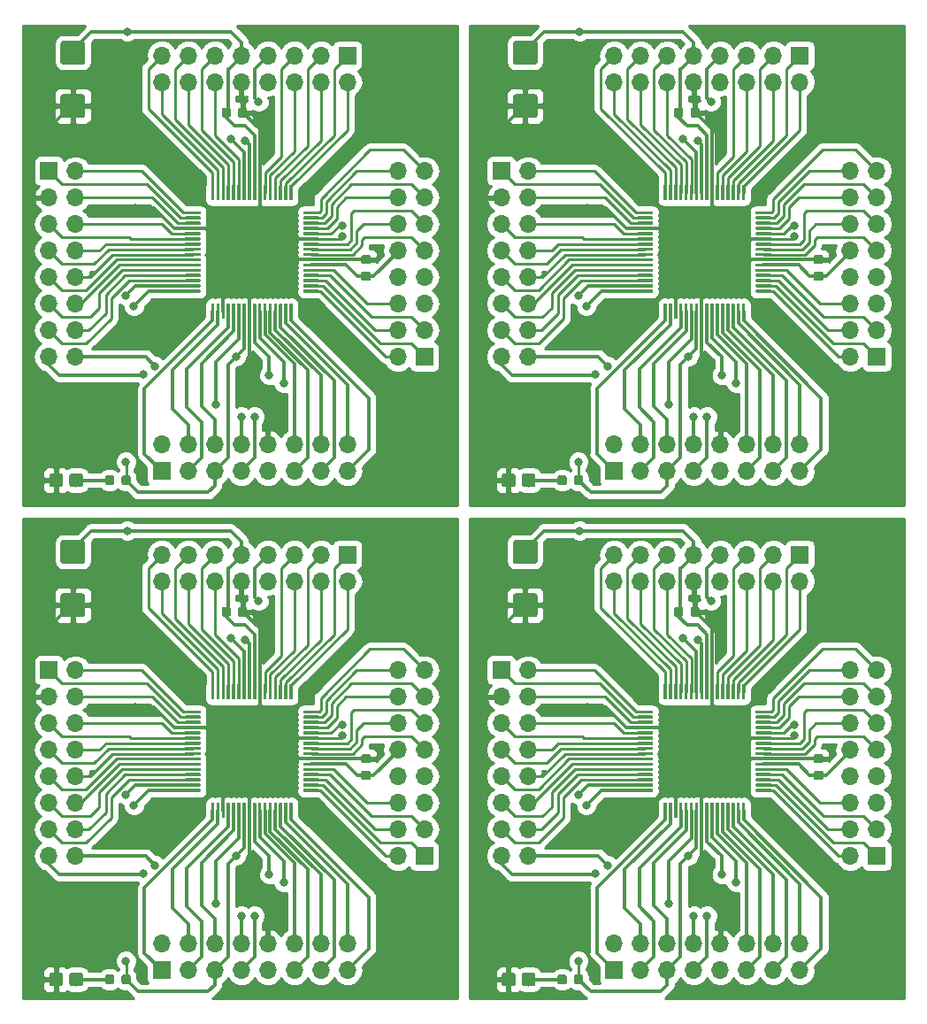
<source format=gtl>
G04 #@! TF.GenerationSoftware,KiCad,Pcbnew,5.0.2+dfsg1-1~bpo9+1*
G04 #@! TF.CreationDate,2019-07-08T21:33:43+02:00*
G04 #@! TF.ProjectId,PIC32MZTOMX,50494333-324d-45a5-944f-4d582e6b6963,rev?*
G04 #@! TF.SameCoordinates,Original*
G04 #@! TF.FileFunction,Copper,L1,Top*
G04 #@! TF.FilePolarity,Positive*
%FSLAX46Y46*%
G04 Gerber Fmt 4.6, Leading zero omitted, Abs format (unit mm)*
G04 Created by KiCad (PCBNEW 5.0.2+dfsg1-1~bpo9+1) date lun. 08 juil. 2019 21:33:43 CEST*
%MOMM*%
%LPD*%
G01*
G04 APERTURE LIST*
G04 #@! TA.AperFunction,ComponentPad*
%ADD10O,1.700000X1.700000*%
G04 #@! TD*
G04 #@! TA.AperFunction,ComponentPad*
%ADD11R,1.700000X1.700000*%
G04 #@! TD*
G04 #@! TA.AperFunction,Conductor*
%ADD12C,0.100000*%
G04 #@! TD*
G04 #@! TA.AperFunction,SMDPad,CuDef*
%ADD13C,0.300000*%
G04 #@! TD*
G04 #@! TA.AperFunction,SMDPad,CuDef*
%ADD14C,0.875000*%
G04 #@! TD*
G04 #@! TA.AperFunction,SMDPad,CuDef*
%ADD15C,1.300000*%
G04 #@! TD*
G04 #@! TA.AperFunction,SMDPad,CuDef*
%ADD16C,2.250000*%
G04 #@! TD*
G04 #@! TA.AperFunction,ViaPad*
%ADD17C,0.800000*%
G04 #@! TD*
G04 #@! TA.AperFunction,Conductor*
%ADD18C,0.300000*%
G04 #@! TD*
G04 #@! TA.AperFunction,Conductor*
%ADD19C,0.250000*%
G04 #@! TD*
G04 #@! TA.AperFunction,Conductor*
%ADD20C,0.254000*%
G04 #@! TD*
G04 APERTURE END LIST*
D10*
G04 #@! TO.P,J102,16*
G04 #@! TO.N,/31*
X175895000Y-141732000D03*
G04 #@! TO.P,J102,15*
G04 #@! TO.N,/32*
X173355000Y-141732000D03*
G04 #@! TO.P,J102,14*
G04 #@! TO.N,/29*
X175895000Y-139192000D03*
G04 #@! TO.P,J102,13*
G04 #@! TO.N,/30*
X173355000Y-139192000D03*
G04 #@! TO.P,J102,12*
G04 #@! TO.N,/27*
X175895000Y-136652000D03*
G04 #@! TO.P,J102,11*
G04 #@! TO.N,/28*
X173355000Y-136652000D03*
G04 #@! TO.P,J102,10*
G04 #@! TO.N,/20*
X175895000Y-134112000D03*
G04 #@! TO.P,J102,9*
G04 #@! TO.N,/10*
X173355000Y-134112000D03*
G04 #@! TO.P,J102,8*
G04 #@! TO.N,/23*
X175895000Y-131572000D03*
G04 #@! TO.P,J102,7*
G04 #@! TO.N,/24*
X173355000Y-131572000D03*
G04 #@! TO.P,J102,6*
G04 #@! TO.N,/21*
X175895000Y-129032000D03*
G04 #@! TO.P,J102,5*
G04 #@! TO.N,/22*
X173355000Y-129032000D03*
G04 #@! TO.P,J102,4*
G04 #@! TO.N,/19*
X175895000Y-126492000D03*
G04 #@! TO.P,J102,3*
G04 #@! TO.N,/20*
X173355000Y-126492000D03*
G04 #@! TO.P,J102,2*
G04 #@! TO.N,/17*
X175895000Y-123952000D03*
D11*
G04 #@! TO.P,J102,1*
G04 #@! TO.N,/18*
X173355000Y-123952000D03*
G04 #@! TD*
D12*
G04 #@! TO.N,/1*
G04 #@! TO.C,U101*
G36*
X153311351Y-125299361D02*
X153318632Y-125300441D01*
X153325771Y-125302229D01*
X153332701Y-125304709D01*
X153339355Y-125307856D01*
X153345668Y-125311640D01*
X153351579Y-125316024D01*
X153357033Y-125320967D01*
X153361976Y-125326421D01*
X153366360Y-125332332D01*
X153370144Y-125338645D01*
X153373291Y-125345299D01*
X153375771Y-125352229D01*
X153377559Y-125359368D01*
X153378639Y-125366649D01*
X153379000Y-125374000D01*
X153379000Y-126699000D01*
X153378639Y-126706351D01*
X153377559Y-126713632D01*
X153375771Y-126720771D01*
X153373291Y-126727701D01*
X153370144Y-126734355D01*
X153366360Y-126740668D01*
X153361976Y-126746579D01*
X153357033Y-126752033D01*
X153351579Y-126756976D01*
X153345668Y-126761360D01*
X153339355Y-126765144D01*
X153332701Y-126768291D01*
X153325771Y-126770771D01*
X153318632Y-126772559D01*
X153311351Y-126773639D01*
X153304000Y-126774000D01*
X153154000Y-126774000D01*
X153146649Y-126773639D01*
X153139368Y-126772559D01*
X153132229Y-126770771D01*
X153125299Y-126768291D01*
X153118645Y-126765144D01*
X153112332Y-126761360D01*
X153106421Y-126756976D01*
X153100967Y-126752033D01*
X153096024Y-126746579D01*
X153091640Y-126740668D01*
X153087856Y-126734355D01*
X153084709Y-126727701D01*
X153082229Y-126720771D01*
X153080441Y-126713632D01*
X153079361Y-126706351D01*
X153079000Y-126699000D01*
X153079000Y-125374000D01*
X153079361Y-125366649D01*
X153080441Y-125359368D01*
X153082229Y-125352229D01*
X153084709Y-125345299D01*
X153087856Y-125338645D01*
X153091640Y-125332332D01*
X153096024Y-125326421D01*
X153100967Y-125320967D01*
X153106421Y-125316024D01*
X153112332Y-125311640D01*
X153118645Y-125307856D01*
X153125299Y-125304709D01*
X153132229Y-125302229D01*
X153139368Y-125300441D01*
X153146649Y-125299361D01*
X153154000Y-125299000D01*
X153304000Y-125299000D01*
X153311351Y-125299361D01*
X153311351Y-125299361D01*
G37*
D13*
G04 #@! TD*
G04 #@! TO.P,U101,1*
G04 #@! TO.N,/1*
X153229000Y-126036500D03*
D12*
G04 #@! TO.N,/2*
G04 #@! TO.C,U101*
G36*
X152811351Y-125299361D02*
X152818632Y-125300441D01*
X152825771Y-125302229D01*
X152832701Y-125304709D01*
X152839355Y-125307856D01*
X152845668Y-125311640D01*
X152851579Y-125316024D01*
X152857033Y-125320967D01*
X152861976Y-125326421D01*
X152866360Y-125332332D01*
X152870144Y-125338645D01*
X152873291Y-125345299D01*
X152875771Y-125352229D01*
X152877559Y-125359368D01*
X152878639Y-125366649D01*
X152879000Y-125374000D01*
X152879000Y-126699000D01*
X152878639Y-126706351D01*
X152877559Y-126713632D01*
X152875771Y-126720771D01*
X152873291Y-126727701D01*
X152870144Y-126734355D01*
X152866360Y-126740668D01*
X152861976Y-126746579D01*
X152857033Y-126752033D01*
X152851579Y-126756976D01*
X152845668Y-126761360D01*
X152839355Y-126765144D01*
X152832701Y-126768291D01*
X152825771Y-126770771D01*
X152818632Y-126772559D01*
X152811351Y-126773639D01*
X152804000Y-126774000D01*
X152654000Y-126774000D01*
X152646649Y-126773639D01*
X152639368Y-126772559D01*
X152632229Y-126770771D01*
X152625299Y-126768291D01*
X152618645Y-126765144D01*
X152612332Y-126761360D01*
X152606421Y-126756976D01*
X152600967Y-126752033D01*
X152596024Y-126746579D01*
X152591640Y-126740668D01*
X152587856Y-126734355D01*
X152584709Y-126727701D01*
X152582229Y-126720771D01*
X152580441Y-126713632D01*
X152579361Y-126706351D01*
X152579000Y-126699000D01*
X152579000Y-125374000D01*
X152579361Y-125366649D01*
X152580441Y-125359368D01*
X152582229Y-125352229D01*
X152584709Y-125345299D01*
X152587856Y-125338645D01*
X152591640Y-125332332D01*
X152596024Y-125326421D01*
X152600967Y-125320967D01*
X152606421Y-125316024D01*
X152612332Y-125311640D01*
X152618645Y-125307856D01*
X152625299Y-125304709D01*
X152632229Y-125302229D01*
X152639368Y-125300441D01*
X152646649Y-125299361D01*
X152654000Y-125299000D01*
X152804000Y-125299000D01*
X152811351Y-125299361D01*
X152811351Y-125299361D01*
G37*
D13*
G04 #@! TD*
G04 #@! TO.P,U101,2*
G04 #@! TO.N,/2*
X152729000Y-126036500D03*
D12*
G04 #@! TO.N,/3*
G04 #@! TO.C,U101*
G36*
X152311351Y-125299361D02*
X152318632Y-125300441D01*
X152325771Y-125302229D01*
X152332701Y-125304709D01*
X152339355Y-125307856D01*
X152345668Y-125311640D01*
X152351579Y-125316024D01*
X152357033Y-125320967D01*
X152361976Y-125326421D01*
X152366360Y-125332332D01*
X152370144Y-125338645D01*
X152373291Y-125345299D01*
X152375771Y-125352229D01*
X152377559Y-125359368D01*
X152378639Y-125366649D01*
X152379000Y-125374000D01*
X152379000Y-126699000D01*
X152378639Y-126706351D01*
X152377559Y-126713632D01*
X152375771Y-126720771D01*
X152373291Y-126727701D01*
X152370144Y-126734355D01*
X152366360Y-126740668D01*
X152361976Y-126746579D01*
X152357033Y-126752033D01*
X152351579Y-126756976D01*
X152345668Y-126761360D01*
X152339355Y-126765144D01*
X152332701Y-126768291D01*
X152325771Y-126770771D01*
X152318632Y-126772559D01*
X152311351Y-126773639D01*
X152304000Y-126774000D01*
X152154000Y-126774000D01*
X152146649Y-126773639D01*
X152139368Y-126772559D01*
X152132229Y-126770771D01*
X152125299Y-126768291D01*
X152118645Y-126765144D01*
X152112332Y-126761360D01*
X152106421Y-126756976D01*
X152100967Y-126752033D01*
X152096024Y-126746579D01*
X152091640Y-126740668D01*
X152087856Y-126734355D01*
X152084709Y-126727701D01*
X152082229Y-126720771D01*
X152080441Y-126713632D01*
X152079361Y-126706351D01*
X152079000Y-126699000D01*
X152079000Y-125374000D01*
X152079361Y-125366649D01*
X152080441Y-125359368D01*
X152082229Y-125352229D01*
X152084709Y-125345299D01*
X152087856Y-125338645D01*
X152091640Y-125332332D01*
X152096024Y-125326421D01*
X152100967Y-125320967D01*
X152106421Y-125316024D01*
X152112332Y-125311640D01*
X152118645Y-125307856D01*
X152125299Y-125304709D01*
X152132229Y-125302229D01*
X152139368Y-125300441D01*
X152146649Y-125299361D01*
X152154000Y-125299000D01*
X152304000Y-125299000D01*
X152311351Y-125299361D01*
X152311351Y-125299361D01*
G37*
D13*
G04 #@! TD*
G04 #@! TO.P,U101,3*
G04 #@! TO.N,/3*
X152229000Y-126036500D03*
D12*
G04 #@! TO.N,/4*
G04 #@! TO.C,U101*
G36*
X151811351Y-125299361D02*
X151818632Y-125300441D01*
X151825771Y-125302229D01*
X151832701Y-125304709D01*
X151839355Y-125307856D01*
X151845668Y-125311640D01*
X151851579Y-125316024D01*
X151857033Y-125320967D01*
X151861976Y-125326421D01*
X151866360Y-125332332D01*
X151870144Y-125338645D01*
X151873291Y-125345299D01*
X151875771Y-125352229D01*
X151877559Y-125359368D01*
X151878639Y-125366649D01*
X151879000Y-125374000D01*
X151879000Y-126699000D01*
X151878639Y-126706351D01*
X151877559Y-126713632D01*
X151875771Y-126720771D01*
X151873291Y-126727701D01*
X151870144Y-126734355D01*
X151866360Y-126740668D01*
X151861976Y-126746579D01*
X151857033Y-126752033D01*
X151851579Y-126756976D01*
X151845668Y-126761360D01*
X151839355Y-126765144D01*
X151832701Y-126768291D01*
X151825771Y-126770771D01*
X151818632Y-126772559D01*
X151811351Y-126773639D01*
X151804000Y-126774000D01*
X151654000Y-126774000D01*
X151646649Y-126773639D01*
X151639368Y-126772559D01*
X151632229Y-126770771D01*
X151625299Y-126768291D01*
X151618645Y-126765144D01*
X151612332Y-126761360D01*
X151606421Y-126756976D01*
X151600967Y-126752033D01*
X151596024Y-126746579D01*
X151591640Y-126740668D01*
X151587856Y-126734355D01*
X151584709Y-126727701D01*
X151582229Y-126720771D01*
X151580441Y-126713632D01*
X151579361Y-126706351D01*
X151579000Y-126699000D01*
X151579000Y-125374000D01*
X151579361Y-125366649D01*
X151580441Y-125359368D01*
X151582229Y-125352229D01*
X151584709Y-125345299D01*
X151587856Y-125338645D01*
X151591640Y-125332332D01*
X151596024Y-125326421D01*
X151600967Y-125320967D01*
X151606421Y-125316024D01*
X151612332Y-125311640D01*
X151618645Y-125307856D01*
X151625299Y-125304709D01*
X151632229Y-125302229D01*
X151639368Y-125300441D01*
X151646649Y-125299361D01*
X151654000Y-125299000D01*
X151804000Y-125299000D01*
X151811351Y-125299361D01*
X151811351Y-125299361D01*
G37*
D13*
G04 #@! TD*
G04 #@! TO.P,U101,4*
G04 #@! TO.N,/4*
X151729000Y-126036500D03*
D12*
G04 #@! TO.N,/5*
G04 #@! TO.C,U101*
G36*
X151311351Y-125299361D02*
X151318632Y-125300441D01*
X151325771Y-125302229D01*
X151332701Y-125304709D01*
X151339355Y-125307856D01*
X151345668Y-125311640D01*
X151351579Y-125316024D01*
X151357033Y-125320967D01*
X151361976Y-125326421D01*
X151366360Y-125332332D01*
X151370144Y-125338645D01*
X151373291Y-125345299D01*
X151375771Y-125352229D01*
X151377559Y-125359368D01*
X151378639Y-125366649D01*
X151379000Y-125374000D01*
X151379000Y-126699000D01*
X151378639Y-126706351D01*
X151377559Y-126713632D01*
X151375771Y-126720771D01*
X151373291Y-126727701D01*
X151370144Y-126734355D01*
X151366360Y-126740668D01*
X151361976Y-126746579D01*
X151357033Y-126752033D01*
X151351579Y-126756976D01*
X151345668Y-126761360D01*
X151339355Y-126765144D01*
X151332701Y-126768291D01*
X151325771Y-126770771D01*
X151318632Y-126772559D01*
X151311351Y-126773639D01*
X151304000Y-126774000D01*
X151154000Y-126774000D01*
X151146649Y-126773639D01*
X151139368Y-126772559D01*
X151132229Y-126770771D01*
X151125299Y-126768291D01*
X151118645Y-126765144D01*
X151112332Y-126761360D01*
X151106421Y-126756976D01*
X151100967Y-126752033D01*
X151096024Y-126746579D01*
X151091640Y-126740668D01*
X151087856Y-126734355D01*
X151084709Y-126727701D01*
X151082229Y-126720771D01*
X151080441Y-126713632D01*
X151079361Y-126706351D01*
X151079000Y-126699000D01*
X151079000Y-125374000D01*
X151079361Y-125366649D01*
X151080441Y-125359368D01*
X151082229Y-125352229D01*
X151084709Y-125345299D01*
X151087856Y-125338645D01*
X151091640Y-125332332D01*
X151096024Y-125326421D01*
X151100967Y-125320967D01*
X151106421Y-125316024D01*
X151112332Y-125311640D01*
X151118645Y-125307856D01*
X151125299Y-125304709D01*
X151132229Y-125302229D01*
X151139368Y-125300441D01*
X151146649Y-125299361D01*
X151154000Y-125299000D01*
X151304000Y-125299000D01*
X151311351Y-125299361D01*
X151311351Y-125299361D01*
G37*
D13*
G04 #@! TD*
G04 #@! TO.P,U101,5*
G04 #@! TO.N,/5*
X151229000Y-126036500D03*
D12*
G04 #@! TO.N,/6*
G04 #@! TO.C,U101*
G36*
X150811351Y-125299361D02*
X150818632Y-125300441D01*
X150825771Y-125302229D01*
X150832701Y-125304709D01*
X150839355Y-125307856D01*
X150845668Y-125311640D01*
X150851579Y-125316024D01*
X150857033Y-125320967D01*
X150861976Y-125326421D01*
X150866360Y-125332332D01*
X150870144Y-125338645D01*
X150873291Y-125345299D01*
X150875771Y-125352229D01*
X150877559Y-125359368D01*
X150878639Y-125366649D01*
X150879000Y-125374000D01*
X150879000Y-126699000D01*
X150878639Y-126706351D01*
X150877559Y-126713632D01*
X150875771Y-126720771D01*
X150873291Y-126727701D01*
X150870144Y-126734355D01*
X150866360Y-126740668D01*
X150861976Y-126746579D01*
X150857033Y-126752033D01*
X150851579Y-126756976D01*
X150845668Y-126761360D01*
X150839355Y-126765144D01*
X150832701Y-126768291D01*
X150825771Y-126770771D01*
X150818632Y-126772559D01*
X150811351Y-126773639D01*
X150804000Y-126774000D01*
X150654000Y-126774000D01*
X150646649Y-126773639D01*
X150639368Y-126772559D01*
X150632229Y-126770771D01*
X150625299Y-126768291D01*
X150618645Y-126765144D01*
X150612332Y-126761360D01*
X150606421Y-126756976D01*
X150600967Y-126752033D01*
X150596024Y-126746579D01*
X150591640Y-126740668D01*
X150587856Y-126734355D01*
X150584709Y-126727701D01*
X150582229Y-126720771D01*
X150580441Y-126713632D01*
X150579361Y-126706351D01*
X150579000Y-126699000D01*
X150579000Y-125374000D01*
X150579361Y-125366649D01*
X150580441Y-125359368D01*
X150582229Y-125352229D01*
X150584709Y-125345299D01*
X150587856Y-125338645D01*
X150591640Y-125332332D01*
X150596024Y-125326421D01*
X150600967Y-125320967D01*
X150606421Y-125316024D01*
X150612332Y-125311640D01*
X150618645Y-125307856D01*
X150625299Y-125304709D01*
X150632229Y-125302229D01*
X150639368Y-125300441D01*
X150646649Y-125299361D01*
X150654000Y-125299000D01*
X150804000Y-125299000D01*
X150811351Y-125299361D01*
X150811351Y-125299361D01*
G37*
D13*
G04 #@! TD*
G04 #@! TO.P,U101,6*
G04 #@! TO.N,/6*
X150729000Y-126036500D03*
D12*
G04 #@! TO.N,/20*
G04 #@! TO.C,U101*
G36*
X150311351Y-125299361D02*
X150318632Y-125300441D01*
X150325771Y-125302229D01*
X150332701Y-125304709D01*
X150339355Y-125307856D01*
X150345668Y-125311640D01*
X150351579Y-125316024D01*
X150357033Y-125320967D01*
X150361976Y-125326421D01*
X150366360Y-125332332D01*
X150370144Y-125338645D01*
X150373291Y-125345299D01*
X150375771Y-125352229D01*
X150377559Y-125359368D01*
X150378639Y-125366649D01*
X150379000Y-125374000D01*
X150379000Y-126699000D01*
X150378639Y-126706351D01*
X150377559Y-126713632D01*
X150375771Y-126720771D01*
X150373291Y-126727701D01*
X150370144Y-126734355D01*
X150366360Y-126740668D01*
X150361976Y-126746579D01*
X150357033Y-126752033D01*
X150351579Y-126756976D01*
X150345668Y-126761360D01*
X150339355Y-126765144D01*
X150332701Y-126768291D01*
X150325771Y-126770771D01*
X150318632Y-126772559D01*
X150311351Y-126773639D01*
X150304000Y-126774000D01*
X150154000Y-126774000D01*
X150146649Y-126773639D01*
X150139368Y-126772559D01*
X150132229Y-126770771D01*
X150125299Y-126768291D01*
X150118645Y-126765144D01*
X150112332Y-126761360D01*
X150106421Y-126756976D01*
X150100967Y-126752033D01*
X150096024Y-126746579D01*
X150091640Y-126740668D01*
X150087856Y-126734355D01*
X150084709Y-126727701D01*
X150082229Y-126720771D01*
X150080441Y-126713632D01*
X150079361Y-126706351D01*
X150079000Y-126699000D01*
X150079000Y-125374000D01*
X150079361Y-125366649D01*
X150080441Y-125359368D01*
X150082229Y-125352229D01*
X150084709Y-125345299D01*
X150087856Y-125338645D01*
X150091640Y-125332332D01*
X150096024Y-125326421D01*
X150100967Y-125320967D01*
X150106421Y-125316024D01*
X150112332Y-125311640D01*
X150118645Y-125307856D01*
X150125299Y-125304709D01*
X150132229Y-125302229D01*
X150139368Y-125300441D01*
X150146649Y-125299361D01*
X150154000Y-125299000D01*
X150304000Y-125299000D01*
X150311351Y-125299361D01*
X150311351Y-125299361D01*
G37*
D13*
G04 #@! TD*
G04 #@! TO.P,U101,7*
G04 #@! TO.N,/20*
X150229000Y-126036500D03*
D12*
G04 #@! TO.N,/10*
G04 #@! TO.C,U101*
G36*
X149811351Y-125299361D02*
X149818632Y-125300441D01*
X149825771Y-125302229D01*
X149832701Y-125304709D01*
X149839355Y-125307856D01*
X149845668Y-125311640D01*
X149851579Y-125316024D01*
X149857033Y-125320967D01*
X149861976Y-125326421D01*
X149866360Y-125332332D01*
X149870144Y-125338645D01*
X149873291Y-125345299D01*
X149875771Y-125352229D01*
X149877559Y-125359368D01*
X149878639Y-125366649D01*
X149879000Y-125374000D01*
X149879000Y-126699000D01*
X149878639Y-126706351D01*
X149877559Y-126713632D01*
X149875771Y-126720771D01*
X149873291Y-126727701D01*
X149870144Y-126734355D01*
X149866360Y-126740668D01*
X149861976Y-126746579D01*
X149857033Y-126752033D01*
X149851579Y-126756976D01*
X149845668Y-126761360D01*
X149839355Y-126765144D01*
X149832701Y-126768291D01*
X149825771Y-126770771D01*
X149818632Y-126772559D01*
X149811351Y-126773639D01*
X149804000Y-126774000D01*
X149654000Y-126774000D01*
X149646649Y-126773639D01*
X149639368Y-126772559D01*
X149632229Y-126770771D01*
X149625299Y-126768291D01*
X149618645Y-126765144D01*
X149612332Y-126761360D01*
X149606421Y-126756976D01*
X149600967Y-126752033D01*
X149596024Y-126746579D01*
X149591640Y-126740668D01*
X149587856Y-126734355D01*
X149584709Y-126727701D01*
X149582229Y-126720771D01*
X149580441Y-126713632D01*
X149579361Y-126706351D01*
X149579000Y-126699000D01*
X149579000Y-125374000D01*
X149579361Y-125366649D01*
X149580441Y-125359368D01*
X149582229Y-125352229D01*
X149584709Y-125345299D01*
X149587856Y-125338645D01*
X149591640Y-125332332D01*
X149596024Y-125326421D01*
X149600967Y-125320967D01*
X149606421Y-125316024D01*
X149612332Y-125311640D01*
X149618645Y-125307856D01*
X149625299Y-125304709D01*
X149632229Y-125302229D01*
X149639368Y-125300441D01*
X149646649Y-125299361D01*
X149654000Y-125299000D01*
X149804000Y-125299000D01*
X149811351Y-125299361D01*
X149811351Y-125299361D01*
G37*
D13*
G04 #@! TD*
G04 #@! TO.P,U101,8*
G04 #@! TO.N,/10*
X149729000Y-126036500D03*
D12*
G04 #@! TO.N,Net-(R102-Pad2)*
G04 #@! TO.C,U101*
G36*
X149311351Y-125299361D02*
X149318632Y-125300441D01*
X149325771Y-125302229D01*
X149332701Y-125304709D01*
X149339355Y-125307856D01*
X149345668Y-125311640D01*
X149351579Y-125316024D01*
X149357033Y-125320967D01*
X149361976Y-125326421D01*
X149366360Y-125332332D01*
X149370144Y-125338645D01*
X149373291Y-125345299D01*
X149375771Y-125352229D01*
X149377559Y-125359368D01*
X149378639Y-125366649D01*
X149379000Y-125374000D01*
X149379000Y-126699000D01*
X149378639Y-126706351D01*
X149377559Y-126713632D01*
X149375771Y-126720771D01*
X149373291Y-126727701D01*
X149370144Y-126734355D01*
X149366360Y-126740668D01*
X149361976Y-126746579D01*
X149357033Y-126752033D01*
X149351579Y-126756976D01*
X149345668Y-126761360D01*
X149339355Y-126765144D01*
X149332701Y-126768291D01*
X149325771Y-126770771D01*
X149318632Y-126772559D01*
X149311351Y-126773639D01*
X149304000Y-126774000D01*
X149154000Y-126774000D01*
X149146649Y-126773639D01*
X149139368Y-126772559D01*
X149132229Y-126770771D01*
X149125299Y-126768291D01*
X149118645Y-126765144D01*
X149112332Y-126761360D01*
X149106421Y-126756976D01*
X149100967Y-126752033D01*
X149096024Y-126746579D01*
X149091640Y-126740668D01*
X149087856Y-126734355D01*
X149084709Y-126727701D01*
X149082229Y-126720771D01*
X149080441Y-126713632D01*
X149079361Y-126706351D01*
X149079000Y-126699000D01*
X149079000Y-125374000D01*
X149079361Y-125366649D01*
X149080441Y-125359368D01*
X149082229Y-125352229D01*
X149084709Y-125345299D01*
X149087856Y-125338645D01*
X149091640Y-125332332D01*
X149096024Y-125326421D01*
X149100967Y-125320967D01*
X149106421Y-125316024D01*
X149112332Y-125311640D01*
X149118645Y-125307856D01*
X149125299Y-125304709D01*
X149132229Y-125302229D01*
X149139368Y-125300441D01*
X149146649Y-125299361D01*
X149154000Y-125299000D01*
X149304000Y-125299000D01*
X149311351Y-125299361D01*
X149311351Y-125299361D01*
G37*
D13*
G04 #@! TD*
G04 #@! TO.P,U101,9*
G04 #@! TO.N,Net-(R102-Pad2)*
X149229000Y-126036500D03*
D12*
G04 #@! TO.N,/8*
G04 #@! TO.C,U101*
G36*
X148811351Y-125299361D02*
X148818632Y-125300441D01*
X148825771Y-125302229D01*
X148832701Y-125304709D01*
X148839355Y-125307856D01*
X148845668Y-125311640D01*
X148851579Y-125316024D01*
X148857033Y-125320967D01*
X148861976Y-125326421D01*
X148866360Y-125332332D01*
X148870144Y-125338645D01*
X148873291Y-125345299D01*
X148875771Y-125352229D01*
X148877559Y-125359368D01*
X148878639Y-125366649D01*
X148879000Y-125374000D01*
X148879000Y-126699000D01*
X148878639Y-126706351D01*
X148877559Y-126713632D01*
X148875771Y-126720771D01*
X148873291Y-126727701D01*
X148870144Y-126734355D01*
X148866360Y-126740668D01*
X148861976Y-126746579D01*
X148857033Y-126752033D01*
X148851579Y-126756976D01*
X148845668Y-126761360D01*
X148839355Y-126765144D01*
X148832701Y-126768291D01*
X148825771Y-126770771D01*
X148818632Y-126772559D01*
X148811351Y-126773639D01*
X148804000Y-126774000D01*
X148654000Y-126774000D01*
X148646649Y-126773639D01*
X148639368Y-126772559D01*
X148632229Y-126770771D01*
X148625299Y-126768291D01*
X148618645Y-126765144D01*
X148612332Y-126761360D01*
X148606421Y-126756976D01*
X148600967Y-126752033D01*
X148596024Y-126746579D01*
X148591640Y-126740668D01*
X148587856Y-126734355D01*
X148584709Y-126727701D01*
X148582229Y-126720771D01*
X148580441Y-126713632D01*
X148579361Y-126706351D01*
X148579000Y-126699000D01*
X148579000Y-125374000D01*
X148579361Y-125366649D01*
X148580441Y-125359368D01*
X148582229Y-125352229D01*
X148584709Y-125345299D01*
X148587856Y-125338645D01*
X148591640Y-125332332D01*
X148596024Y-125326421D01*
X148600967Y-125320967D01*
X148606421Y-125316024D01*
X148612332Y-125311640D01*
X148618645Y-125307856D01*
X148625299Y-125304709D01*
X148632229Y-125302229D01*
X148639368Y-125300441D01*
X148646649Y-125299361D01*
X148654000Y-125299000D01*
X148804000Y-125299000D01*
X148811351Y-125299361D01*
X148811351Y-125299361D01*
G37*
D13*
G04 #@! TD*
G04 #@! TO.P,U101,10*
G04 #@! TO.N,/8*
X148729000Y-126036500D03*
D12*
G04 #@! TO.N,/11*
G04 #@! TO.C,U101*
G36*
X148311351Y-125299361D02*
X148318632Y-125300441D01*
X148325771Y-125302229D01*
X148332701Y-125304709D01*
X148339355Y-125307856D01*
X148345668Y-125311640D01*
X148351579Y-125316024D01*
X148357033Y-125320967D01*
X148361976Y-125326421D01*
X148366360Y-125332332D01*
X148370144Y-125338645D01*
X148373291Y-125345299D01*
X148375771Y-125352229D01*
X148377559Y-125359368D01*
X148378639Y-125366649D01*
X148379000Y-125374000D01*
X148379000Y-126699000D01*
X148378639Y-126706351D01*
X148377559Y-126713632D01*
X148375771Y-126720771D01*
X148373291Y-126727701D01*
X148370144Y-126734355D01*
X148366360Y-126740668D01*
X148361976Y-126746579D01*
X148357033Y-126752033D01*
X148351579Y-126756976D01*
X148345668Y-126761360D01*
X148339355Y-126765144D01*
X148332701Y-126768291D01*
X148325771Y-126770771D01*
X148318632Y-126772559D01*
X148311351Y-126773639D01*
X148304000Y-126774000D01*
X148154000Y-126774000D01*
X148146649Y-126773639D01*
X148139368Y-126772559D01*
X148132229Y-126770771D01*
X148125299Y-126768291D01*
X148118645Y-126765144D01*
X148112332Y-126761360D01*
X148106421Y-126756976D01*
X148100967Y-126752033D01*
X148096024Y-126746579D01*
X148091640Y-126740668D01*
X148087856Y-126734355D01*
X148084709Y-126727701D01*
X148082229Y-126720771D01*
X148080441Y-126713632D01*
X148079361Y-126706351D01*
X148079000Y-126699000D01*
X148079000Y-125374000D01*
X148079361Y-125366649D01*
X148080441Y-125359368D01*
X148082229Y-125352229D01*
X148084709Y-125345299D01*
X148087856Y-125338645D01*
X148091640Y-125332332D01*
X148096024Y-125326421D01*
X148100967Y-125320967D01*
X148106421Y-125316024D01*
X148112332Y-125311640D01*
X148118645Y-125307856D01*
X148125299Y-125304709D01*
X148132229Y-125302229D01*
X148139368Y-125300441D01*
X148146649Y-125299361D01*
X148154000Y-125299000D01*
X148304000Y-125299000D01*
X148311351Y-125299361D01*
X148311351Y-125299361D01*
G37*
D13*
G04 #@! TD*
G04 #@! TO.P,U101,11*
G04 #@! TO.N,/11*
X148229000Y-126036500D03*
D12*
G04 #@! TO.N,/12*
G04 #@! TO.C,U101*
G36*
X147811351Y-125299361D02*
X147818632Y-125300441D01*
X147825771Y-125302229D01*
X147832701Y-125304709D01*
X147839355Y-125307856D01*
X147845668Y-125311640D01*
X147851579Y-125316024D01*
X147857033Y-125320967D01*
X147861976Y-125326421D01*
X147866360Y-125332332D01*
X147870144Y-125338645D01*
X147873291Y-125345299D01*
X147875771Y-125352229D01*
X147877559Y-125359368D01*
X147878639Y-125366649D01*
X147879000Y-125374000D01*
X147879000Y-126699000D01*
X147878639Y-126706351D01*
X147877559Y-126713632D01*
X147875771Y-126720771D01*
X147873291Y-126727701D01*
X147870144Y-126734355D01*
X147866360Y-126740668D01*
X147861976Y-126746579D01*
X147857033Y-126752033D01*
X147851579Y-126756976D01*
X147845668Y-126761360D01*
X147839355Y-126765144D01*
X147832701Y-126768291D01*
X147825771Y-126770771D01*
X147818632Y-126772559D01*
X147811351Y-126773639D01*
X147804000Y-126774000D01*
X147654000Y-126774000D01*
X147646649Y-126773639D01*
X147639368Y-126772559D01*
X147632229Y-126770771D01*
X147625299Y-126768291D01*
X147618645Y-126765144D01*
X147612332Y-126761360D01*
X147606421Y-126756976D01*
X147600967Y-126752033D01*
X147596024Y-126746579D01*
X147591640Y-126740668D01*
X147587856Y-126734355D01*
X147584709Y-126727701D01*
X147582229Y-126720771D01*
X147580441Y-126713632D01*
X147579361Y-126706351D01*
X147579000Y-126699000D01*
X147579000Y-125374000D01*
X147579361Y-125366649D01*
X147580441Y-125359368D01*
X147582229Y-125352229D01*
X147584709Y-125345299D01*
X147587856Y-125338645D01*
X147591640Y-125332332D01*
X147596024Y-125326421D01*
X147600967Y-125320967D01*
X147606421Y-125316024D01*
X147612332Y-125311640D01*
X147618645Y-125307856D01*
X147625299Y-125304709D01*
X147632229Y-125302229D01*
X147639368Y-125300441D01*
X147646649Y-125299361D01*
X147654000Y-125299000D01*
X147804000Y-125299000D01*
X147811351Y-125299361D01*
X147811351Y-125299361D01*
G37*
D13*
G04 #@! TD*
G04 #@! TO.P,U101,12*
G04 #@! TO.N,/12*
X147729000Y-126036500D03*
D12*
G04 #@! TO.N,/13*
G04 #@! TO.C,U101*
G36*
X147311351Y-125299361D02*
X147318632Y-125300441D01*
X147325771Y-125302229D01*
X147332701Y-125304709D01*
X147339355Y-125307856D01*
X147345668Y-125311640D01*
X147351579Y-125316024D01*
X147357033Y-125320967D01*
X147361976Y-125326421D01*
X147366360Y-125332332D01*
X147370144Y-125338645D01*
X147373291Y-125345299D01*
X147375771Y-125352229D01*
X147377559Y-125359368D01*
X147378639Y-125366649D01*
X147379000Y-125374000D01*
X147379000Y-126699000D01*
X147378639Y-126706351D01*
X147377559Y-126713632D01*
X147375771Y-126720771D01*
X147373291Y-126727701D01*
X147370144Y-126734355D01*
X147366360Y-126740668D01*
X147361976Y-126746579D01*
X147357033Y-126752033D01*
X147351579Y-126756976D01*
X147345668Y-126761360D01*
X147339355Y-126765144D01*
X147332701Y-126768291D01*
X147325771Y-126770771D01*
X147318632Y-126772559D01*
X147311351Y-126773639D01*
X147304000Y-126774000D01*
X147154000Y-126774000D01*
X147146649Y-126773639D01*
X147139368Y-126772559D01*
X147132229Y-126770771D01*
X147125299Y-126768291D01*
X147118645Y-126765144D01*
X147112332Y-126761360D01*
X147106421Y-126756976D01*
X147100967Y-126752033D01*
X147096024Y-126746579D01*
X147091640Y-126740668D01*
X147087856Y-126734355D01*
X147084709Y-126727701D01*
X147082229Y-126720771D01*
X147080441Y-126713632D01*
X147079361Y-126706351D01*
X147079000Y-126699000D01*
X147079000Y-125374000D01*
X147079361Y-125366649D01*
X147080441Y-125359368D01*
X147082229Y-125352229D01*
X147084709Y-125345299D01*
X147087856Y-125338645D01*
X147091640Y-125332332D01*
X147096024Y-125326421D01*
X147100967Y-125320967D01*
X147106421Y-125316024D01*
X147112332Y-125311640D01*
X147118645Y-125307856D01*
X147125299Y-125304709D01*
X147132229Y-125302229D01*
X147139368Y-125300441D01*
X147146649Y-125299361D01*
X147154000Y-125299000D01*
X147304000Y-125299000D01*
X147311351Y-125299361D01*
X147311351Y-125299361D01*
G37*
D13*
G04 #@! TD*
G04 #@! TO.P,U101,13*
G04 #@! TO.N,/13*
X147229000Y-126036500D03*
D12*
G04 #@! TO.N,/14*
G04 #@! TO.C,U101*
G36*
X146811351Y-125299361D02*
X146818632Y-125300441D01*
X146825771Y-125302229D01*
X146832701Y-125304709D01*
X146839355Y-125307856D01*
X146845668Y-125311640D01*
X146851579Y-125316024D01*
X146857033Y-125320967D01*
X146861976Y-125326421D01*
X146866360Y-125332332D01*
X146870144Y-125338645D01*
X146873291Y-125345299D01*
X146875771Y-125352229D01*
X146877559Y-125359368D01*
X146878639Y-125366649D01*
X146879000Y-125374000D01*
X146879000Y-126699000D01*
X146878639Y-126706351D01*
X146877559Y-126713632D01*
X146875771Y-126720771D01*
X146873291Y-126727701D01*
X146870144Y-126734355D01*
X146866360Y-126740668D01*
X146861976Y-126746579D01*
X146857033Y-126752033D01*
X146851579Y-126756976D01*
X146845668Y-126761360D01*
X146839355Y-126765144D01*
X146832701Y-126768291D01*
X146825771Y-126770771D01*
X146818632Y-126772559D01*
X146811351Y-126773639D01*
X146804000Y-126774000D01*
X146654000Y-126774000D01*
X146646649Y-126773639D01*
X146639368Y-126772559D01*
X146632229Y-126770771D01*
X146625299Y-126768291D01*
X146618645Y-126765144D01*
X146612332Y-126761360D01*
X146606421Y-126756976D01*
X146600967Y-126752033D01*
X146596024Y-126746579D01*
X146591640Y-126740668D01*
X146587856Y-126734355D01*
X146584709Y-126727701D01*
X146582229Y-126720771D01*
X146580441Y-126713632D01*
X146579361Y-126706351D01*
X146579000Y-126699000D01*
X146579000Y-125374000D01*
X146579361Y-125366649D01*
X146580441Y-125359368D01*
X146582229Y-125352229D01*
X146584709Y-125345299D01*
X146587856Y-125338645D01*
X146591640Y-125332332D01*
X146596024Y-125326421D01*
X146600967Y-125320967D01*
X146606421Y-125316024D01*
X146612332Y-125311640D01*
X146618645Y-125307856D01*
X146625299Y-125304709D01*
X146632229Y-125302229D01*
X146639368Y-125300441D01*
X146646649Y-125299361D01*
X146654000Y-125299000D01*
X146804000Y-125299000D01*
X146811351Y-125299361D01*
X146811351Y-125299361D01*
G37*
D13*
G04 #@! TD*
G04 #@! TO.P,U101,14*
G04 #@! TO.N,/14*
X146729000Y-126036500D03*
D12*
G04 #@! TO.N,/15*
G04 #@! TO.C,U101*
G36*
X146311351Y-125299361D02*
X146318632Y-125300441D01*
X146325771Y-125302229D01*
X146332701Y-125304709D01*
X146339355Y-125307856D01*
X146345668Y-125311640D01*
X146351579Y-125316024D01*
X146357033Y-125320967D01*
X146361976Y-125326421D01*
X146366360Y-125332332D01*
X146370144Y-125338645D01*
X146373291Y-125345299D01*
X146375771Y-125352229D01*
X146377559Y-125359368D01*
X146378639Y-125366649D01*
X146379000Y-125374000D01*
X146379000Y-126699000D01*
X146378639Y-126706351D01*
X146377559Y-126713632D01*
X146375771Y-126720771D01*
X146373291Y-126727701D01*
X146370144Y-126734355D01*
X146366360Y-126740668D01*
X146361976Y-126746579D01*
X146357033Y-126752033D01*
X146351579Y-126756976D01*
X146345668Y-126761360D01*
X146339355Y-126765144D01*
X146332701Y-126768291D01*
X146325771Y-126770771D01*
X146318632Y-126772559D01*
X146311351Y-126773639D01*
X146304000Y-126774000D01*
X146154000Y-126774000D01*
X146146649Y-126773639D01*
X146139368Y-126772559D01*
X146132229Y-126770771D01*
X146125299Y-126768291D01*
X146118645Y-126765144D01*
X146112332Y-126761360D01*
X146106421Y-126756976D01*
X146100967Y-126752033D01*
X146096024Y-126746579D01*
X146091640Y-126740668D01*
X146087856Y-126734355D01*
X146084709Y-126727701D01*
X146082229Y-126720771D01*
X146080441Y-126713632D01*
X146079361Y-126706351D01*
X146079000Y-126699000D01*
X146079000Y-125374000D01*
X146079361Y-125366649D01*
X146080441Y-125359368D01*
X146082229Y-125352229D01*
X146084709Y-125345299D01*
X146087856Y-125338645D01*
X146091640Y-125332332D01*
X146096024Y-125326421D01*
X146100967Y-125320967D01*
X146106421Y-125316024D01*
X146112332Y-125311640D01*
X146118645Y-125307856D01*
X146125299Y-125304709D01*
X146132229Y-125302229D01*
X146139368Y-125300441D01*
X146146649Y-125299361D01*
X146154000Y-125299000D01*
X146304000Y-125299000D01*
X146311351Y-125299361D01*
X146311351Y-125299361D01*
G37*
D13*
G04 #@! TD*
G04 #@! TO.P,U101,15*
G04 #@! TO.N,/15*
X146229000Y-126036500D03*
D12*
G04 #@! TO.N,/16*
G04 #@! TO.C,U101*
G36*
X145811351Y-125299361D02*
X145818632Y-125300441D01*
X145825771Y-125302229D01*
X145832701Y-125304709D01*
X145839355Y-125307856D01*
X145845668Y-125311640D01*
X145851579Y-125316024D01*
X145857033Y-125320967D01*
X145861976Y-125326421D01*
X145866360Y-125332332D01*
X145870144Y-125338645D01*
X145873291Y-125345299D01*
X145875771Y-125352229D01*
X145877559Y-125359368D01*
X145878639Y-125366649D01*
X145879000Y-125374000D01*
X145879000Y-126699000D01*
X145878639Y-126706351D01*
X145877559Y-126713632D01*
X145875771Y-126720771D01*
X145873291Y-126727701D01*
X145870144Y-126734355D01*
X145866360Y-126740668D01*
X145861976Y-126746579D01*
X145857033Y-126752033D01*
X145851579Y-126756976D01*
X145845668Y-126761360D01*
X145839355Y-126765144D01*
X145832701Y-126768291D01*
X145825771Y-126770771D01*
X145818632Y-126772559D01*
X145811351Y-126773639D01*
X145804000Y-126774000D01*
X145654000Y-126774000D01*
X145646649Y-126773639D01*
X145639368Y-126772559D01*
X145632229Y-126770771D01*
X145625299Y-126768291D01*
X145618645Y-126765144D01*
X145612332Y-126761360D01*
X145606421Y-126756976D01*
X145600967Y-126752033D01*
X145596024Y-126746579D01*
X145591640Y-126740668D01*
X145587856Y-126734355D01*
X145584709Y-126727701D01*
X145582229Y-126720771D01*
X145580441Y-126713632D01*
X145579361Y-126706351D01*
X145579000Y-126699000D01*
X145579000Y-125374000D01*
X145579361Y-125366649D01*
X145580441Y-125359368D01*
X145582229Y-125352229D01*
X145584709Y-125345299D01*
X145587856Y-125338645D01*
X145591640Y-125332332D01*
X145596024Y-125326421D01*
X145600967Y-125320967D01*
X145606421Y-125316024D01*
X145612332Y-125311640D01*
X145618645Y-125307856D01*
X145625299Y-125304709D01*
X145632229Y-125302229D01*
X145639368Y-125300441D01*
X145646649Y-125299361D01*
X145654000Y-125299000D01*
X145804000Y-125299000D01*
X145811351Y-125299361D01*
X145811351Y-125299361D01*
G37*
D13*
G04 #@! TD*
G04 #@! TO.P,U101,16*
G04 #@! TO.N,/16*
X145729000Y-126036500D03*
D12*
G04 #@! TO.N,/17*
G04 #@! TO.C,U101*
G36*
X144486351Y-127799361D02*
X144493632Y-127800441D01*
X144500771Y-127802229D01*
X144507701Y-127804709D01*
X144514355Y-127807856D01*
X144520668Y-127811640D01*
X144526579Y-127816024D01*
X144532033Y-127820967D01*
X144536976Y-127826421D01*
X144541360Y-127832332D01*
X144545144Y-127838645D01*
X144548291Y-127845299D01*
X144550771Y-127852229D01*
X144552559Y-127859368D01*
X144553639Y-127866649D01*
X144554000Y-127874000D01*
X144554000Y-128024000D01*
X144553639Y-128031351D01*
X144552559Y-128038632D01*
X144550771Y-128045771D01*
X144548291Y-128052701D01*
X144545144Y-128059355D01*
X144541360Y-128065668D01*
X144536976Y-128071579D01*
X144532033Y-128077033D01*
X144526579Y-128081976D01*
X144520668Y-128086360D01*
X144514355Y-128090144D01*
X144507701Y-128093291D01*
X144500771Y-128095771D01*
X144493632Y-128097559D01*
X144486351Y-128098639D01*
X144479000Y-128099000D01*
X143154000Y-128099000D01*
X143146649Y-128098639D01*
X143139368Y-128097559D01*
X143132229Y-128095771D01*
X143125299Y-128093291D01*
X143118645Y-128090144D01*
X143112332Y-128086360D01*
X143106421Y-128081976D01*
X143100967Y-128077033D01*
X143096024Y-128071579D01*
X143091640Y-128065668D01*
X143087856Y-128059355D01*
X143084709Y-128052701D01*
X143082229Y-128045771D01*
X143080441Y-128038632D01*
X143079361Y-128031351D01*
X143079000Y-128024000D01*
X143079000Y-127874000D01*
X143079361Y-127866649D01*
X143080441Y-127859368D01*
X143082229Y-127852229D01*
X143084709Y-127845299D01*
X143087856Y-127838645D01*
X143091640Y-127832332D01*
X143096024Y-127826421D01*
X143100967Y-127820967D01*
X143106421Y-127816024D01*
X143112332Y-127811640D01*
X143118645Y-127807856D01*
X143125299Y-127804709D01*
X143132229Y-127802229D01*
X143139368Y-127800441D01*
X143146649Y-127799361D01*
X143154000Y-127799000D01*
X144479000Y-127799000D01*
X144486351Y-127799361D01*
X144486351Y-127799361D01*
G37*
D13*
G04 #@! TD*
G04 #@! TO.P,U101,17*
G04 #@! TO.N,/17*
X143816500Y-127949000D03*
D12*
G04 #@! TO.N,/18*
G04 #@! TO.C,U101*
G36*
X144486351Y-128299361D02*
X144493632Y-128300441D01*
X144500771Y-128302229D01*
X144507701Y-128304709D01*
X144514355Y-128307856D01*
X144520668Y-128311640D01*
X144526579Y-128316024D01*
X144532033Y-128320967D01*
X144536976Y-128326421D01*
X144541360Y-128332332D01*
X144545144Y-128338645D01*
X144548291Y-128345299D01*
X144550771Y-128352229D01*
X144552559Y-128359368D01*
X144553639Y-128366649D01*
X144554000Y-128374000D01*
X144554000Y-128524000D01*
X144553639Y-128531351D01*
X144552559Y-128538632D01*
X144550771Y-128545771D01*
X144548291Y-128552701D01*
X144545144Y-128559355D01*
X144541360Y-128565668D01*
X144536976Y-128571579D01*
X144532033Y-128577033D01*
X144526579Y-128581976D01*
X144520668Y-128586360D01*
X144514355Y-128590144D01*
X144507701Y-128593291D01*
X144500771Y-128595771D01*
X144493632Y-128597559D01*
X144486351Y-128598639D01*
X144479000Y-128599000D01*
X143154000Y-128599000D01*
X143146649Y-128598639D01*
X143139368Y-128597559D01*
X143132229Y-128595771D01*
X143125299Y-128593291D01*
X143118645Y-128590144D01*
X143112332Y-128586360D01*
X143106421Y-128581976D01*
X143100967Y-128577033D01*
X143096024Y-128571579D01*
X143091640Y-128565668D01*
X143087856Y-128559355D01*
X143084709Y-128552701D01*
X143082229Y-128545771D01*
X143080441Y-128538632D01*
X143079361Y-128531351D01*
X143079000Y-128524000D01*
X143079000Y-128374000D01*
X143079361Y-128366649D01*
X143080441Y-128359368D01*
X143082229Y-128352229D01*
X143084709Y-128345299D01*
X143087856Y-128338645D01*
X143091640Y-128332332D01*
X143096024Y-128326421D01*
X143100967Y-128320967D01*
X143106421Y-128316024D01*
X143112332Y-128311640D01*
X143118645Y-128307856D01*
X143125299Y-128304709D01*
X143132229Y-128302229D01*
X143139368Y-128300441D01*
X143146649Y-128299361D01*
X143154000Y-128299000D01*
X144479000Y-128299000D01*
X144486351Y-128299361D01*
X144486351Y-128299361D01*
G37*
D13*
G04 #@! TD*
G04 #@! TO.P,U101,18*
G04 #@! TO.N,/18*
X143816500Y-128449000D03*
D12*
G04 #@! TO.N,/19*
G04 #@! TO.C,U101*
G36*
X144486351Y-128799361D02*
X144493632Y-128800441D01*
X144500771Y-128802229D01*
X144507701Y-128804709D01*
X144514355Y-128807856D01*
X144520668Y-128811640D01*
X144526579Y-128816024D01*
X144532033Y-128820967D01*
X144536976Y-128826421D01*
X144541360Y-128832332D01*
X144545144Y-128838645D01*
X144548291Y-128845299D01*
X144550771Y-128852229D01*
X144552559Y-128859368D01*
X144553639Y-128866649D01*
X144554000Y-128874000D01*
X144554000Y-129024000D01*
X144553639Y-129031351D01*
X144552559Y-129038632D01*
X144550771Y-129045771D01*
X144548291Y-129052701D01*
X144545144Y-129059355D01*
X144541360Y-129065668D01*
X144536976Y-129071579D01*
X144532033Y-129077033D01*
X144526579Y-129081976D01*
X144520668Y-129086360D01*
X144514355Y-129090144D01*
X144507701Y-129093291D01*
X144500771Y-129095771D01*
X144493632Y-129097559D01*
X144486351Y-129098639D01*
X144479000Y-129099000D01*
X143154000Y-129099000D01*
X143146649Y-129098639D01*
X143139368Y-129097559D01*
X143132229Y-129095771D01*
X143125299Y-129093291D01*
X143118645Y-129090144D01*
X143112332Y-129086360D01*
X143106421Y-129081976D01*
X143100967Y-129077033D01*
X143096024Y-129071579D01*
X143091640Y-129065668D01*
X143087856Y-129059355D01*
X143084709Y-129052701D01*
X143082229Y-129045771D01*
X143080441Y-129038632D01*
X143079361Y-129031351D01*
X143079000Y-129024000D01*
X143079000Y-128874000D01*
X143079361Y-128866649D01*
X143080441Y-128859368D01*
X143082229Y-128852229D01*
X143084709Y-128845299D01*
X143087856Y-128838645D01*
X143091640Y-128832332D01*
X143096024Y-128826421D01*
X143100967Y-128820967D01*
X143106421Y-128816024D01*
X143112332Y-128811640D01*
X143118645Y-128807856D01*
X143125299Y-128804709D01*
X143132229Y-128802229D01*
X143139368Y-128800441D01*
X143146649Y-128799361D01*
X143154000Y-128799000D01*
X144479000Y-128799000D01*
X144486351Y-128799361D01*
X144486351Y-128799361D01*
G37*
D13*
G04 #@! TD*
G04 #@! TO.P,U101,19*
G04 #@! TO.N,/19*
X143816500Y-128949000D03*
D12*
G04 #@! TO.N,/20*
G04 #@! TO.C,U101*
G36*
X144486351Y-129299361D02*
X144493632Y-129300441D01*
X144500771Y-129302229D01*
X144507701Y-129304709D01*
X144514355Y-129307856D01*
X144520668Y-129311640D01*
X144526579Y-129316024D01*
X144532033Y-129320967D01*
X144536976Y-129326421D01*
X144541360Y-129332332D01*
X144545144Y-129338645D01*
X144548291Y-129345299D01*
X144550771Y-129352229D01*
X144552559Y-129359368D01*
X144553639Y-129366649D01*
X144554000Y-129374000D01*
X144554000Y-129524000D01*
X144553639Y-129531351D01*
X144552559Y-129538632D01*
X144550771Y-129545771D01*
X144548291Y-129552701D01*
X144545144Y-129559355D01*
X144541360Y-129565668D01*
X144536976Y-129571579D01*
X144532033Y-129577033D01*
X144526579Y-129581976D01*
X144520668Y-129586360D01*
X144514355Y-129590144D01*
X144507701Y-129593291D01*
X144500771Y-129595771D01*
X144493632Y-129597559D01*
X144486351Y-129598639D01*
X144479000Y-129599000D01*
X143154000Y-129599000D01*
X143146649Y-129598639D01*
X143139368Y-129597559D01*
X143132229Y-129595771D01*
X143125299Y-129593291D01*
X143118645Y-129590144D01*
X143112332Y-129586360D01*
X143106421Y-129581976D01*
X143100967Y-129577033D01*
X143096024Y-129571579D01*
X143091640Y-129565668D01*
X143087856Y-129559355D01*
X143084709Y-129552701D01*
X143082229Y-129545771D01*
X143080441Y-129538632D01*
X143079361Y-129531351D01*
X143079000Y-129524000D01*
X143079000Y-129374000D01*
X143079361Y-129366649D01*
X143080441Y-129359368D01*
X143082229Y-129352229D01*
X143084709Y-129345299D01*
X143087856Y-129338645D01*
X143091640Y-129332332D01*
X143096024Y-129326421D01*
X143100967Y-129320967D01*
X143106421Y-129316024D01*
X143112332Y-129311640D01*
X143118645Y-129307856D01*
X143125299Y-129304709D01*
X143132229Y-129302229D01*
X143139368Y-129300441D01*
X143146649Y-129299361D01*
X143154000Y-129299000D01*
X144479000Y-129299000D01*
X144486351Y-129299361D01*
X144486351Y-129299361D01*
G37*
D13*
G04 #@! TD*
G04 #@! TO.P,U101,20*
G04 #@! TO.N,/20*
X143816500Y-129449000D03*
D12*
G04 #@! TO.N,/21*
G04 #@! TO.C,U101*
G36*
X144486351Y-129799361D02*
X144493632Y-129800441D01*
X144500771Y-129802229D01*
X144507701Y-129804709D01*
X144514355Y-129807856D01*
X144520668Y-129811640D01*
X144526579Y-129816024D01*
X144532033Y-129820967D01*
X144536976Y-129826421D01*
X144541360Y-129832332D01*
X144545144Y-129838645D01*
X144548291Y-129845299D01*
X144550771Y-129852229D01*
X144552559Y-129859368D01*
X144553639Y-129866649D01*
X144554000Y-129874000D01*
X144554000Y-130024000D01*
X144553639Y-130031351D01*
X144552559Y-130038632D01*
X144550771Y-130045771D01*
X144548291Y-130052701D01*
X144545144Y-130059355D01*
X144541360Y-130065668D01*
X144536976Y-130071579D01*
X144532033Y-130077033D01*
X144526579Y-130081976D01*
X144520668Y-130086360D01*
X144514355Y-130090144D01*
X144507701Y-130093291D01*
X144500771Y-130095771D01*
X144493632Y-130097559D01*
X144486351Y-130098639D01*
X144479000Y-130099000D01*
X143154000Y-130099000D01*
X143146649Y-130098639D01*
X143139368Y-130097559D01*
X143132229Y-130095771D01*
X143125299Y-130093291D01*
X143118645Y-130090144D01*
X143112332Y-130086360D01*
X143106421Y-130081976D01*
X143100967Y-130077033D01*
X143096024Y-130071579D01*
X143091640Y-130065668D01*
X143087856Y-130059355D01*
X143084709Y-130052701D01*
X143082229Y-130045771D01*
X143080441Y-130038632D01*
X143079361Y-130031351D01*
X143079000Y-130024000D01*
X143079000Y-129874000D01*
X143079361Y-129866649D01*
X143080441Y-129859368D01*
X143082229Y-129852229D01*
X143084709Y-129845299D01*
X143087856Y-129838645D01*
X143091640Y-129832332D01*
X143096024Y-129826421D01*
X143100967Y-129820967D01*
X143106421Y-129816024D01*
X143112332Y-129811640D01*
X143118645Y-129807856D01*
X143125299Y-129804709D01*
X143132229Y-129802229D01*
X143139368Y-129800441D01*
X143146649Y-129799361D01*
X143154000Y-129799000D01*
X144479000Y-129799000D01*
X144486351Y-129799361D01*
X144486351Y-129799361D01*
G37*
D13*
G04 #@! TD*
G04 #@! TO.P,U101,21*
G04 #@! TO.N,/21*
X143816500Y-129949000D03*
D12*
G04 #@! TO.N,/22*
G04 #@! TO.C,U101*
G36*
X144486351Y-130299361D02*
X144493632Y-130300441D01*
X144500771Y-130302229D01*
X144507701Y-130304709D01*
X144514355Y-130307856D01*
X144520668Y-130311640D01*
X144526579Y-130316024D01*
X144532033Y-130320967D01*
X144536976Y-130326421D01*
X144541360Y-130332332D01*
X144545144Y-130338645D01*
X144548291Y-130345299D01*
X144550771Y-130352229D01*
X144552559Y-130359368D01*
X144553639Y-130366649D01*
X144554000Y-130374000D01*
X144554000Y-130524000D01*
X144553639Y-130531351D01*
X144552559Y-130538632D01*
X144550771Y-130545771D01*
X144548291Y-130552701D01*
X144545144Y-130559355D01*
X144541360Y-130565668D01*
X144536976Y-130571579D01*
X144532033Y-130577033D01*
X144526579Y-130581976D01*
X144520668Y-130586360D01*
X144514355Y-130590144D01*
X144507701Y-130593291D01*
X144500771Y-130595771D01*
X144493632Y-130597559D01*
X144486351Y-130598639D01*
X144479000Y-130599000D01*
X143154000Y-130599000D01*
X143146649Y-130598639D01*
X143139368Y-130597559D01*
X143132229Y-130595771D01*
X143125299Y-130593291D01*
X143118645Y-130590144D01*
X143112332Y-130586360D01*
X143106421Y-130581976D01*
X143100967Y-130577033D01*
X143096024Y-130571579D01*
X143091640Y-130565668D01*
X143087856Y-130559355D01*
X143084709Y-130552701D01*
X143082229Y-130545771D01*
X143080441Y-130538632D01*
X143079361Y-130531351D01*
X143079000Y-130524000D01*
X143079000Y-130374000D01*
X143079361Y-130366649D01*
X143080441Y-130359368D01*
X143082229Y-130352229D01*
X143084709Y-130345299D01*
X143087856Y-130338645D01*
X143091640Y-130332332D01*
X143096024Y-130326421D01*
X143100967Y-130320967D01*
X143106421Y-130316024D01*
X143112332Y-130311640D01*
X143118645Y-130307856D01*
X143125299Y-130304709D01*
X143132229Y-130302229D01*
X143139368Y-130300441D01*
X143146649Y-130299361D01*
X143154000Y-130299000D01*
X144479000Y-130299000D01*
X144486351Y-130299361D01*
X144486351Y-130299361D01*
G37*
D13*
G04 #@! TD*
G04 #@! TO.P,U101,22*
G04 #@! TO.N,/22*
X143816500Y-130449000D03*
D12*
G04 #@! TO.N,/23*
G04 #@! TO.C,U101*
G36*
X144486351Y-130799361D02*
X144493632Y-130800441D01*
X144500771Y-130802229D01*
X144507701Y-130804709D01*
X144514355Y-130807856D01*
X144520668Y-130811640D01*
X144526579Y-130816024D01*
X144532033Y-130820967D01*
X144536976Y-130826421D01*
X144541360Y-130832332D01*
X144545144Y-130838645D01*
X144548291Y-130845299D01*
X144550771Y-130852229D01*
X144552559Y-130859368D01*
X144553639Y-130866649D01*
X144554000Y-130874000D01*
X144554000Y-131024000D01*
X144553639Y-131031351D01*
X144552559Y-131038632D01*
X144550771Y-131045771D01*
X144548291Y-131052701D01*
X144545144Y-131059355D01*
X144541360Y-131065668D01*
X144536976Y-131071579D01*
X144532033Y-131077033D01*
X144526579Y-131081976D01*
X144520668Y-131086360D01*
X144514355Y-131090144D01*
X144507701Y-131093291D01*
X144500771Y-131095771D01*
X144493632Y-131097559D01*
X144486351Y-131098639D01*
X144479000Y-131099000D01*
X143154000Y-131099000D01*
X143146649Y-131098639D01*
X143139368Y-131097559D01*
X143132229Y-131095771D01*
X143125299Y-131093291D01*
X143118645Y-131090144D01*
X143112332Y-131086360D01*
X143106421Y-131081976D01*
X143100967Y-131077033D01*
X143096024Y-131071579D01*
X143091640Y-131065668D01*
X143087856Y-131059355D01*
X143084709Y-131052701D01*
X143082229Y-131045771D01*
X143080441Y-131038632D01*
X143079361Y-131031351D01*
X143079000Y-131024000D01*
X143079000Y-130874000D01*
X143079361Y-130866649D01*
X143080441Y-130859368D01*
X143082229Y-130852229D01*
X143084709Y-130845299D01*
X143087856Y-130838645D01*
X143091640Y-130832332D01*
X143096024Y-130826421D01*
X143100967Y-130820967D01*
X143106421Y-130816024D01*
X143112332Y-130811640D01*
X143118645Y-130807856D01*
X143125299Y-130804709D01*
X143132229Y-130802229D01*
X143139368Y-130800441D01*
X143146649Y-130799361D01*
X143154000Y-130799000D01*
X144479000Y-130799000D01*
X144486351Y-130799361D01*
X144486351Y-130799361D01*
G37*
D13*
G04 #@! TD*
G04 #@! TO.P,U101,23*
G04 #@! TO.N,/23*
X143816500Y-130949000D03*
D12*
G04 #@! TO.N,/24*
G04 #@! TO.C,U101*
G36*
X144486351Y-131299361D02*
X144493632Y-131300441D01*
X144500771Y-131302229D01*
X144507701Y-131304709D01*
X144514355Y-131307856D01*
X144520668Y-131311640D01*
X144526579Y-131316024D01*
X144532033Y-131320967D01*
X144536976Y-131326421D01*
X144541360Y-131332332D01*
X144545144Y-131338645D01*
X144548291Y-131345299D01*
X144550771Y-131352229D01*
X144552559Y-131359368D01*
X144553639Y-131366649D01*
X144554000Y-131374000D01*
X144554000Y-131524000D01*
X144553639Y-131531351D01*
X144552559Y-131538632D01*
X144550771Y-131545771D01*
X144548291Y-131552701D01*
X144545144Y-131559355D01*
X144541360Y-131565668D01*
X144536976Y-131571579D01*
X144532033Y-131577033D01*
X144526579Y-131581976D01*
X144520668Y-131586360D01*
X144514355Y-131590144D01*
X144507701Y-131593291D01*
X144500771Y-131595771D01*
X144493632Y-131597559D01*
X144486351Y-131598639D01*
X144479000Y-131599000D01*
X143154000Y-131599000D01*
X143146649Y-131598639D01*
X143139368Y-131597559D01*
X143132229Y-131595771D01*
X143125299Y-131593291D01*
X143118645Y-131590144D01*
X143112332Y-131586360D01*
X143106421Y-131581976D01*
X143100967Y-131577033D01*
X143096024Y-131571579D01*
X143091640Y-131565668D01*
X143087856Y-131559355D01*
X143084709Y-131552701D01*
X143082229Y-131545771D01*
X143080441Y-131538632D01*
X143079361Y-131531351D01*
X143079000Y-131524000D01*
X143079000Y-131374000D01*
X143079361Y-131366649D01*
X143080441Y-131359368D01*
X143082229Y-131352229D01*
X143084709Y-131345299D01*
X143087856Y-131338645D01*
X143091640Y-131332332D01*
X143096024Y-131326421D01*
X143100967Y-131320967D01*
X143106421Y-131316024D01*
X143112332Y-131311640D01*
X143118645Y-131307856D01*
X143125299Y-131304709D01*
X143132229Y-131302229D01*
X143139368Y-131300441D01*
X143146649Y-131299361D01*
X143154000Y-131299000D01*
X144479000Y-131299000D01*
X144486351Y-131299361D01*
X144486351Y-131299361D01*
G37*
D13*
G04 #@! TD*
G04 #@! TO.P,U101,24*
G04 #@! TO.N,/24*
X143816500Y-131449000D03*
D12*
G04 #@! TO.N,/20*
G04 #@! TO.C,U101*
G36*
X144486351Y-131799361D02*
X144493632Y-131800441D01*
X144500771Y-131802229D01*
X144507701Y-131804709D01*
X144514355Y-131807856D01*
X144520668Y-131811640D01*
X144526579Y-131816024D01*
X144532033Y-131820967D01*
X144536976Y-131826421D01*
X144541360Y-131832332D01*
X144545144Y-131838645D01*
X144548291Y-131845299D01*
X144550771Y-131852229D01*
X144552559Y-131859368D01*
X144553639Y-131866649D01*
X144554000Y-131874000D01*
X144554000Y-132024000D01*
X144553639Y-132031351D01*
X144552559Y-132038632D01*
X144550771Y-132045771D01*
X144548291Y-132052701D01*
X144545144Y-132059355D01*
X144541360Y-132065668D01*
X144536976Y-132071579D01*
X144532033Y-132077033D01*
X144526579Y-132081976D01*
X144520668Y-132086360D01*
X144514355Y-132090144D01*
X144507701Y-132093291D01*
X144500771Y-132095771D01*
X144493632Y-132097559D01*
X144486351Y-132098639D01*
X144479000Y-132099000D01*
X143154000Y-132099000D01*
X143146649Y-132098639D01*
X143139368Y-132097559D01*
X143132229Y-132095771D01*
X143125299Y-132093291D01*
X143118645Y-132090144D01*
X143112332Y-132086360D01*
X143106421Y-132081976D01*
X143100967Y-132077033D01*
X143096024Y-132071579D01*
X143091640Y-132065668D01*
X143087856Y-132059355D01*
X143084709Y-132052701D01*
X143082229Y-132045771D01*
X143080441Y-132038632D01*
X143079361Y-132031351D01*
X143079000Y-132024000D01*
X143079000Y-131874000D01*
X143079361Y-131866649D01*
X143080441Y-131859368D01*
X143082229Y-131852229D01*
X143084709Y-131845299D01*
X143087856Y-131838645D01*
X143091640Y-131832332D01*
X143096024Y-131826421D01*
X143100967Y-131820967D01*
X143106421Y-131816024D01*
X143112332Y-131811640D01*
X143118645Y-131807856D01*
X143125299Y-131804709D01*
X143132229Y-131802229D01*
X143139368Y-131800441D01*
X143146649Y-131799361D01*
X143154000Y-131799000D01*
X144479000Y-131799000D01*
X144486351Y-131799361D01*
X144486351Y-131799361D01*
G37*
D13*
G04 #@! TD*
G04 #@! TO.P,U101,25*
G04 #@! TO.N,/20*
X143816500Y-131949000D03*
D12*
G04 #@! TO.N,/10*
G04 #@! TO.C,U101*
G36*
X144486351Y-132299361D02*
X144493632Y-132300441D01*
X144500771Y-132302229D01*
X144507701Y-132304709D01*
X144514355Y-132307856D01*
X144520668Y-132311640D01*
X144526579Y-132316024D01*
X144532033Y-132320967D01*
X144536976Y-132326421D01*
X144541360Y-132332332D01*
X144545144Y-132338645D01*
X144548291Y-132345299D01*
X144550771Y-132352229D01*
X144552559Y-132359368D01*
X144553639Y-132366649D01*
X144554000Y-132374000D01*
X144554000Y-132524000D01*
X144553639Y-132531351D01*
X144552559Y-132538632D01*
X144550771Y-132545771D01*
X144548291Y-132552701D01*
X144545144Y-132559355D01*
X144541360Y-132565668D01*
X144536976Y-132571579D01*
X144532033Y-132577033D01*
X144526579Y-132581976D01*
X144520668Y-132586360D01*
X144514355Y-132590144D01*
X144507701Y-132593291D01*
X144500771Y-132595771D01*
X144493632Y-132597559D01*
X144486351Y-132598639D01*
X144479000Y-132599000D01*
X143154000Y-132599000D01*
X143146649Y-132598639D01*
X143139368Y-132597559D01*
X143132229Y-132595771D01*
X143125299Y-132593291D01*
X143118645Y-132590144D01*
X143112332Y-132586360D01*
X143106421Y-132581976D01*
X143100967Y-132577033D01*
X143096024Y-132571579D01*
X143091640Y-132565668D01*
X143087856Y-132559355D01*
X143084709Y-132552701D01*
X143082229Y-132545771D01*
X143080441Y-132538632D01*
X143079361Y-132531351D01*
X143079000Y-132524000D01*
X143079000Y-132374000D01*
X143079361Y-132366649D01*
X143080441Y-132359368D01*
X143082229Y-132352229D01*
X143084709Y-132345299D01*
X143087856Y-132338645D01*
X143091640Y-132332332D01*
X143096024Y-132326421D01*
X143100967Y-132320967D01*
X143106421Y-132316024D01*
X143112332Y-132311640D01*
X143118645Y-132307856D01*
X143125299Y-132304709D01*
X143132229Y-132302229D01*
X143139368Y-132300441D01*
X143146649Y-132299361D01*
X143154000Y-132299000D01*
X144479000Y-132299000D01*
X144486351Y-132299361D01*
X144486351Y-132299361D01*
G37*
D13*
G04 #@! TD*
G04 #@! TO.P,U101,26*
G04 #@! TO.N,/10*
X143816500Y-132449000D03*
D12*
G04 #@! TO.N,/27*
G04 #@! TO.C,U101*
G36*
X144486351Y-132799361D02*
X144493632Y-132800441D01*
X144500771Y-132802229D01*
X144507701Y-132804709D01*
X144514355Y-132807856D01*
X144520668Y-132811640D01*
X144526579Y-132816024D01*
X144532033Y-132820967D01*
X144536976Y-132826421D01*
X144541360Y-132832332D01*
X144545144Y-132838645D01*
X144548291Y-132845299D01*
X144550771Y-132852229D01*
X144552559Y-132859368D01*
X144553639Y-132866649D01*
X144554000Y-132874000D01*
X144554000Y-133024000D01*
X144553639Y-133031351D01*
X144552559Y-133038632D01*
X144550771Y-133045771D01*
X144548291Y-133052701D01*
X144545144Y-133059355D01*
X144541360Y-133065668D01*
X144536976Y-133071579D01*
X144532033Y-133077033D01*
X144526579Y-133081976D01*
X144520668Y-133086360D01*
X144514355Y-133090144D01*
X144507701Y-133093291D01*
X144500771Y-133095771D01*
X144493632Y-133097559D01*
X144486351Y-133098639D01*
X144479000Y-133099000D01*
X143154000Y-133099000D01*
X143146649Y-133098639D01*
X143139368Y-133097559D01*
X143132229Y-133095771D01*
X143125299Y-133093291D01*
X143118645Y-133090144D01*
X143112332Y-133086360D01*
X143106421Y-133081976D01*
X143100967Y-133077033D01*
X143096024Y-133071579D01*
X143091640Y-133065668D01*
X143087856Y-133059355D01*
X143084709Y-133052701D01*
X143082229Y-133045771D01*
X143080441Y-133038632D01*
X143079361Y-133031351D01*
X143079000Y-133024000D01*
X143079000Y-132874000D01*
X143079361Y-132866649D01*
X143080441Y-132859368D01*
X143082229Y-132852229D01*
X143084709Y-132845299D01*
X143087856Y-132838645D01*
X143091640Y-132832332D01*
X143096024Y-132826421D01*
X143100967Y-132820967D01*
X143106421Y-132816024D01*
X143112332Y-132811640D01*
X143118645Y-132807856D01*
X143125299Y-132804709D01*
X143132229Y-132802229D01*
X143139368Y-132800441D01*
X143146649Y-132799361D01*
X143154000Y-132799000D01*
X144479000Y-132799000D01*
X144486351Y-132799361D01*
X144486351Y-132799361D01*
G37*
D13*
G04 #@! TD*
G04 #@! TO.P,U101,27*
G04 #@! TO.N,/27*
X143816500Y-132949000D03*
D12*
G04 #@! TO.N,/28*
G04 #@! TO.C,U101*
G36*
X144486351Y-133299361D02*
X144493632Y-133300441D01*
X144500771Y-133302229D01*
X144507701Y-133304709D01*
X144514355Y-133307856D01*
X144520668Y-133311640D01*
X144526579Y-133316024D01*
X144532033Y-133320967D01*
X144536976Y-133326421D01*
X144541360Y-133332332D01*
X144545144Y-133338645D01*
X144548291Y-133345299D01*
X144550771Y-133352229D01*
X144552559Y-133359368D01*
X144553639Y-133366649D01*
X144554000Y-133374000D01*
X144554000Y-133524000D01*
X144553639Y-133531351D01*
X144552559Y-133538632D01*
X144550771Y-133545771D01*
X144548291Y-133552701D01*
X144545144Y-133559355D01*
X144541360Y-133565668D01*
X144536976Y-133571579D01*
X144532033Y-133577033D01*
X144526579Y-133581976D01*
X144520668Y-133586360D01*
X144514355Y-133590144D01*
X144507701Y-133593291D01*
X144500771Y-133595771D01*
X144493632Y-133597559D01*
X144486351Y-133598639D01*
X144479000Y-133599000D01*
X143154000Y-133599000D01*
X143146649Y-133598639D01*
X143139368Y-133597559D01*
X143132229Y-133595771D01*
X143125299Y-133593291D01*
X143118645Y-133590144D01*
X143112332Y-133586360D01*
X143106421Y-133581976D01*
X143100967Y-133577033D01*
X143096024Y-133571579D01*
X143091640Y-133565668D01*
X143087856Y-133559355D01*
X143084709Y-133552701D01*
X143082229Y-133545771D01*
X143080441Y-133538632D01*
X143079361Y-133531351D01*
X143079000Y-133524000D01*
X143079000Y-133374000D01*
X143079361Y-133366649D01*
X143080441Y-133359368D01*
X143082229Y-133352229D01*
X143084709Y-133345299D01*
X143087856Y-133338645D01*
X143091640Y-133332332D01*
X143096024Y-133326421D01*
X143100967Y-133320967D01*
X143106421Y-133316024D01*
X143112332Y-133311640D01*
X143118645Y-133307856D01*
X143125299Y-133304709D01*
X143132229Y-133302229D01*
X143139368Y-133300441D01*
X143146649Y-133299361D01*
X143154000Y-133299000D01*
X144479000Y-133299000D01*
X144486351Y-133299361D01*
X144486351Y-133299361D01*
G37*
D13*
G04 #@! TD*
G04 #@! TO.P,U101,28*
G04 #@! TO.N,/28*
X143816500Y-133449000D03*
D12*
G04 #@! TO.N,/29*
G04 #@! TO.C,U101*
G36*
X144486351Y-133799361D02*
X144493632Y-133800441D01*
X144500771Y-133802229D01*
X144507701Y-133804709D01*
X144514355Y-133807856D01*
X144520668Y-133811640D01*
X144526579Y-133816024D01*
X144532033Y-133820967D01*
X144536976Y-133826421D01*
X144541360Y-133832332D01*
X144545144Y-133838645D01*
X144548291Y-133845299D01*
X144550771Y-133852229D01*
X144552559Y-133859368D01*
X144553639Y-133866649D01*
X144554000Y-133874000D01*
X144554000Y-134024000D01*
X144553639Y-134031351D01*
X144552559Y-134038632D01*
X144550771Y-134045771D01*
X144548291Y-134052701D01*
X144545144Y-134059355D01*
X144541360Y-134065668D01*
X144536976Y-134071579D01*
X144532033Y-134077033D01*
X144526579Y-134081976D01*
X144520668Y-134086360D01*
X144514355Y-134090144D01*
X144507701Y-134093291D01*
X144500771Y-134095771D01*
X144493632Y-134097559D01*
X144486351Y-134098639D01*
X144479000Y-134099000D01*
X143154000Y-134099000D01*
X143146649Y-134098639D01*
X143139368Y-134097559D01*
X143132229Y-134095771D01*
X143125299Y-134093291D01*
X143118645Y-134090144D01*
X143112332Y-134086360D01*
X143106421Y-134081976D01*
X143100967Y-134077033D01*
X143096024Y-134071579D01*
X143091640Y-134065668D01*
X143087856Y-134059355D01*
X143084709Y-134052701D01*
X143082229Y-134045771D01*
X143080441Y-134038632D01*
X143079361Y-134031351D01*
X143079000Y-134024000D01*
X143079000Y-133874000D01*
X143079361Y-133866649D01*
X143080441Y-133859368D01*
X143082229Y-133852229D01*
X143084709Y-133845299D01*
X143087856Y-133838645D01*
X143091640Y-133832332D01*
X143096024Y-133826421D01*
X143100967Y-133820967D01*
X143106421Y-133816024D01*
X143112332Y-133811640D01*
X143118645Y-133807856D01*
X143125299Y-133804709D01*
X143132229Y-133802229D01*
X143139368Y-133800441D01*
X143146649Y-133799361D01*
X143154000Y-133799000D01*
X144479000Y-133799000D01*
X144486351Y-133799361D01*
X144486351Y-133799361D01*
G37*
D13*
G04 #@! TD*
G04 #@! TO.P,U101,29*
G04 #@! TO.N,/29*
X143816500Y-133949000D03*
D12*
G04 #@! TO.N,/30*
G04 #@! TO.C,U101*
G36*
X144486351Y-134299361D02*
X144493632Y-134300441D01*
X144500771Y-134302229D01*
X144507701Y-134304709D01*
X144514355Y-134307856D01*
X144520668Y-134311640D01*
X144526579Y-134316024D01*
X144532033Y-134320967D01*
X144536976Y-134326421D01*
X144541360Y-134332332D01*
X144545144Y-134338645D01*
X144548291Y-134345299D01*
X144550771Y-134352229D01*
X144552559Y-134359368D01*
X144553639Y-134366649D01*
X144554000Y-134374000D01*
X144554000Y-134524000D01*
X144553639Y-134531351D01*
X144552559Y-134538632D01*
X144550771Y-134545771D01*
X144548291Y-134552701D01*
X144545144Y-134559355D01*
X144541360Y-134565668D01*
X144536976Y-134571579D01*
X144532033Y-134577033D01*
X144526579Y-134581976D01*
X144520668Y-134586360D01*
X144514355Y-134590144D01*
X144507701Y-134593291D01*
X144500771Y-134595771D01*
X144493632Y-134597559D01*
X144486351Y-134598639D01*
X144479000Y-134599000D01*
X143154000Y-134599000D01*
X143146649Y-134598639D01*
X143139368Y-134597559D01*
X143132229Y-134595771D01*
X143125299Y-134593291D01*
X143118645Y-134590144D01*
X143112332Y-134586360D01*
X143106421Y-134581976D01*
X143100967Y-134577033D01*
X143096024Y-134571579D01*
X143091640Y-134565668D01*
X143087856Y-134559355D01*
X143084709Y-134552701D01*
X143082229Y-134545771D01*
X143080441Y-134538632D01*
X143079361Y-134531351D01*
X143079000Y-134524000D01*
X143079000Y-134374000D01*
X143079361Y-134366649D01*
X143080441Y-134359368D01*
X143082229Y-134352229D01*
X143084709Y-134345299D01*
X143087856Y-134338645D01*
X143091640Y-134332332D01*
X143096024Y-134326421D01*
X143100967Y-134320967D01*
X143106421Y-134316024D01*
X143112332Y-134311640D01*
X143118645Y-134307856D01*
X143125299Y-134304709D01*
X143132229Y-134302229D01*
X143139368Y-134300441D01*
X143146649Y-134299361D01*
X143154000Y-134299000D01*
X144479000Y-134299000D01*
X144486351Y-134299361D01*
X144486351Y-134299361D01*
G37*
D13*
G04 #@! TD*
G04 #@! TO.P,U101,30*
G04 #@! TO.N,/30*
X143816500Y-134449000D03*
D12*
G04 #@! TO.N,/39*
G04 #@! TO.C,U101*
G36*
X144486351Y-134799361D02*
X144493632Y-134800441D01*
X144500771Y-134802229D01*
X144507701Y-134804709D01*
X144514355Y-134807856D01*
X144520668Y-134811640D01*
X144526579Y-134816024D01*
X144532033Y-134820967D01*
X144536976Y-134826421D01*
X144541360Y-134832332D01*
X144545144Y-134838645D01*
X144548291Y-134845299D01*
X144550771Y-134852229D01*
X144552559Y-134859368D01*
X144553639Y-134866649D01*
X144554000Y-134874000D01*
X144554000Y-135024000D01*
X144553639Y-135031351D01*
X144552559Y-135038632D01*
X144550771Y-135045771D01*
X144548291Y-135052701D01*
X144545144Y-135059355D01*
X144541360Y-135065668D01*
X144536976Y-135071579D01*
X144532033Y-135077033D01*
X144526579Y-135081976D01*
X144520668Y-135086360D01*
X144514355Y-135090144D01*
X144507701Y-135093291D01*
X144500771Y-135095771D01*
X144493632Y-135097559D01*
X144486351Y-135098639D01*
X144479000Y-135099000D01*
X143154000Y-135099000D01*
X143146649Y-135098639D01*
X143139368Y-135097559D01*
X143132229Y-135095771D01*
X143125299Y-135093291D01*
X143118645Y-135090144D01*
X143112332Y-135086360D01*
X143106421Y-135081976D01*
X143100967Y-135077033D01*
X143096024Y-135071579D01*
X143091640Y-135065668D01*
X143087856Y-135059355D01*
X143084709Y-135052701D01*
X143082229Y-135045771D01*
X143080441Y-135038632D01*
X143079361Y-135031351D01*
X143079000Y-135024000D01*
X143079000Y-134874000D01*
X143079361Y-134866649D01*
X143080441Y-134859368D01*
X143082229Y-134852229D01*
X143084709Y-134845299D01*
X143087856Y-134838645D01*
X143091640Y-134832332D01*
X143096024Y-134826421D01*
X143100967Y-134820967D01*
X143106421Y-134816024D01*
X143112332Y-134811640D01*
X143118645Y-134807856D01*
X143125299Y-134804709D01*
X143132229Y-134802229D01*
X143139368Y-134800441D01*
X143146649Y-134799361D01*
X143154000Y-134799000D01*
X144479000Y-134799000D01*
X144486351Y-134799361D01*
X144486351Y-134799361D01*
G37*
D13*
G04 #@! TD*
G04 #@! TO.P,U101,31*
G04 #@! TO.N,/39*
X143816500Y-134949000D03*
D12*
G04 #@! TO.N,/40*
G04 #@! TO.C,U101*
G36*
X144486351Y-135299361D02*
X144493632Y-135300441D01*
X144500771Y-135302229D01*
X144507701Y-135304709D01*
X144514355Y-135307856D01*
X144520668Y-135311640D01*
X144526579Y-135316024D01*
X144532033Y-135320967D01*
X144536976Y-135326421D01*
X144541360Y-135332332D01*
X144545144Y-135338645D01*
X144548291Y-135345299D01*
X144550771Y-135352229D01*
X144552559Y-135359368D01*
X144553639Y-135366649D01*
X144554000Y-135374000D01*
X144554000Y-135524000D01*
X144553639Y-135531351D01*
X144552559Y-135538632D01*
X144550771Y-135545771D01*
X144548291Y-135552701D01*
X144545144Y-135559355D01*
X144541360Y-135565668D01*
X144536976Y-135571579D01*
X144532033Y-135577033D01*
X144526579Y-135581976D01*
X144520668Y-135586360D01*
X144514355Y-135590144D01*
X144507701Y-135593291D01*
X144500771Y-135595771D01*
X144493632Y-135597559D01*
X144486351Y-135598639D01*
X144479000Y-135599000D01*
X143154000Y-135599000D01*
X143146649Y-135598639D01*
X143139368Y-135597559D01*
X143132229Y-135595771D01*
X143125299Y-135593291D01*
X143118645Y-135590144D01*
X143112332Y-135586360D01*
X143106421Y-135581976D01*
X143100967Y-135577033D01*
X143096024Y-135571579D01*
X143091640Y-135565668D01*
X143087856Y-135559355D01*
X143084709Y-135552701D01*
X143082229Y-135545771D01*
X143080441Y-135538632D01*
X143079361Y-135531351D01*
X143079000Y-135524000D01*
X143079000Y-135374000D01*
X143079361Y-135366649D01*
X143080441Y-135359368D01*
X143082229Y-135352229D01*
X143084709Y-135345299D01*
X143087856Y-135338645D01*
X143091640Y-135332332D01*
X143096024Y-135326421D01*
X143100967Y-135320967D01*
X143106421Y-135316024D01*
X143112332Y-135311640D01*
X143118645Y-135307856D01*
X143125299Y-135304709D01*
X143132229Y-135302229D01*
X143139368Y-135300441D01*
X143146649Y-135299361D01*
X143154000Y-135299000D01*
X144479000Y-135299000D01*
X144486351Y-135299361D01*
X144486351Y-135299361D01*
G37*
D13*
G04 #@! TD*
G04 #@! TO.P,U101,32*
G04 #@! TO.N,/40*
X143816500Y-135449000D03*
D12*
G04 #@! TO.N,/34*
G04 #@! TO.C,U101*
G36*
X145811351Y-136624361D02*
X145818632Y-136625441D01*
X145825771Y-136627229D01*
X145832701Y-136629709D01*
X145839355Y-136632856D01*
X145845668Y-136636640D01*
X145851579Y-136641024D01*
X145857033Y-136645967D01*
X145861976Y-136651421D01*
X145866360Y-136657332D01*
X145870144Y-136663645D01*
X145873291Y-136670299D01*
X145875771Y-136677229D01*
X145877559Y-136684368D01*
X145878639Y-136691649D01*
X145879000Y-136699000D01*
X145879000Y-138024000D01*
X145878639Y-138031351D01*
X145877559Y-138038632D01*
X145875771Y-138045771D01*
X145873291Y-138052701D01*
X145870144Y-138059355D01*
X145866360Y-138065668D01*
X145861976Y-138071579D01*
X145857033Y-138077033D01*
X145851579Y-138081976D01*
X145845668Y-138086360D01*
X145839355Y-138090144D01*
X145832701Y-138093291D01*
X145825771Y-138095771D01*
X145818632Y-138097559D01*
X145811351Y-138098639D01*
X145804000Y-138099000D01*
X145654000Y-138099000D01*
X145646649Y-138098639D01*
X145639368Y-138097559D01*
X145632229Y-138095771D01*
X145625299Y-138093291D01*
X145618645Y-138090144D01*
X145612332Y-138086360D01*
X145606421Y-138081976D01*
X145600967Y-138077033D01*
X145596024Y-138071579D01*
X145591640Y-138065668D01*
X145587856Y-138059355D01*
X145584709Y-138052701D01*
X145582229Y-138045771D01*
X145580441Y-138038632D01*
X145579361Y-138031351D01*
X145579000Y-138024000D01*
X145579000Y-136699000D01*
X145579361Y-136691649D01*
X145580441Y-136684368D01*
X145582229Y-136677229D01*
X145584709Y-136670299D01*
X145587856Y-136663645D01*
X145591640Y-136657332D01*
X145596024Y-136651421D01*
X145600967Y-136645967D01*
X145606421Y-136641024D01*
X145612332Y-136636640D01*
X145618645Y-136632856D01*
X145625299Y-136629709D01*
X145632229Y-136627229D01*
X145639368Y-136625441D01*
X145646649Y-136624361D01*
X145654000Y-136624000D01*
X145804000Y-136624000D01*
X145811351Y-136624361D01*
X145811351Y-136624361D01*
G37*
D13*
G04 #@! TD*
G04 #@! TO.P,U101,33*
G04 #@! TO.N,/34*
X145729000Y-137361500D03*
D12*
G04 #@! TO.N,/35*
G04 #@! TO.C,U101*
G36*
X146311351Y-136624361D02*
X146318632Y-136625441D01*
X146325771Y-136627229D01*
X146332701Y-136629709D01*
X146339355Y-136632856D01*
X146345668Y-136636640D01*
X146351579Y-136641024D01*
X146357033Y-136645967D01*
X146361976Y-136651421D01*
X146366360Y-136657332D01*
X146370144Y-136663645D01*
X146373291Y-136670299D01*
X146375771Y-136677229D01*
X146377559Y-136684368D01*
X146378639Y-136691649D01*
X146379000Y-136699000D01*
X146379000Y-138024000D01*
X146378639Y-138031351D01*
X146377559Y-138038632D01*
X146375771Y-138045771D01*
X146373291Y-138052701D01*
X146370144Y-138059355D01*
X146366360Y-138065668D01*
X146361976Y-138071579D01*
X146357033Y-138077033D01*
X146351579Y-138081976D01*
X146345668Y-138086360D01*
X146339355Y-138090144D01*
X146332701Y-138093291D01*
X146325771Y-138095771D01*
X146318632Y-138097559D01*
X146311351Y-138098639D01*
X146304000Y-138099000D01*
X146154000Y-138099000D01*
X146146649Y-138098639D01*
X146139368Y-138097559D01*
X146132229Y-138095771D01*
X146125299Y-138093291D01*
X146118645Y-138090144D01*
X146112332Y-138086360D01*
X146106421Y-138081976D01*
X146100967Y-138077033D01*
X146096024Y-138071579D01*
X146091640Y-138065668D01*
X146087856Y-138059355D01*
X146084709Y-138052701D01*
X146082229Y-138045771D01*
X146080441Y-138038632D01*
X146079361Y-138031351D01*
X146079000Y-138024000D01*
X146079000Y-136699000D01*
X146079361Y-136691649D01*
X146080441Y-136684368D01*
X146082229Y-136677229D01*
X146084709Y-136670299D01*
X146087856Y-136663645D01*
X146091640Y-136657332D01*
X146096024Y-136651421D01*
X146100967Y-136645967D01*
X146106421Y-136641024D01*
X146112332Y-136636640D01*
X146118645Y-136632856D01*
X146125299Y-136629709D01*
X146132229Y-136627229D01*
X146139368Y-136625441D01*
X146146649Y-136624361D01*
X146154000Y-136624000D01*
X146304000Y-136624000D01*
X146311351Y-136624361D01*
X146311351Y-136624361D01*
G37*
D13*
G04 #@! TD*
G04 #@! TO.P,U101,34*
G04 #@! TO.N,/35*
X146229000Y-137361500D03*
D12*
G04 #@! TO.N,/20*
G04 #@! TO.C,U101*
G36*
X146811351Y-136624361D02*
X146818632Y-136625441D01*
X146825771Y-136627229D01*
X146832701Y-136629709D01*
X146839355Y-136632856D01*
X146845668Y-136636640D01*
X146851579Y-136641024D01*
X146857033Y-136645967D01*
X146861976Y-136651421D01*
X146866360Y-136657332D01*
X146870144Y-136663645D01*
X146873291Y-136670299D01*
X146875771Y-136677229D01*
X146877559Y-136684368D01*
X146878639Y-136691649D01*
X146879000Y-136699000D01*
X146879000Y-138024000D01*
X146878639Y-138031351D01*
X146877559Y-138038632D01*
X146875771Y-138045771D01*
X146873291Y-138052701D01*
X146870144Y-138059355D01*
X146866360Y-138065668D01*
X146861976Y-138071579D01*
X146857033Y-138077033D01*
X146851579Y-138081976D01*
X146845668Y-138086360D01*
X146839355Y-138090144D01*
X146832701Y-138093291D01*
X146825771Y-138095771D01*
X146818632Y-138097559D01*
X146811351Y-138098639D01*
X146804000Y-138099000D01*
X146654000Y-138099000D01*
X146646649Y-138098639D01*
X146639368Y-138097559D01*
X146632229Y-138095771D01*
X146625299Y-138093291D01*
X146618645Y-138090144D01*
X146612332Y-138086360D01*
X146606421Y-138081976D01*
X146600967Y-138077033D01*
X146596024Y-138071579D01*
X146591640Y-138065668D01*
X146587856Y-138059355D01*
X146584709Y-138052701D01*
X146582229Y-138045771D01*
X146580441Y-138038632D01*
X146579361Y-138031351D01*
X146579000Y-138024000D01*
X146579000Y-136699000D01*
X146579361Y-136691649D01*
X146580441Y-136684368D01*
X146582229Y-136677229D01*
X146584709Y-136670299D01*
X146587856Y-136663645D01*
X146591640Y-136657332D01*
X146596024Y-136651421D01*
X146600967Y-136645967D01*
X146606421Y-136641024D01*
X146612332Y-136636640D01*
X146618645Y-136632856D01*
X146625299Y-136629709D01*
X146632229Y-136627229D01*
X146639368Y-136625441D01*
X146646649Y-136624361D01*
X146654000Y-136624000D01*
X146804000Y-136624000D01*
X146811351Y-136624361D01*
X146811351Y-136624361D01*
G37*
D13*
G04 #@! TD*
G04 #@! TO.P,U101,35*
G04 #@! TO.N,/20*
X146729000Y-137361500D03*
D12*
G04 #@! TO.N,/36*
G04 #@! TO.C,U101*
G36*
X147311351Y-136624361D02*
X147318632Y-136625441D01*
X147325771Y-136627229D01*
X147332701Y-136629709D01*
X147339355Y-136632856D01*
X147345668Y-136636640D01*
X147351579Y-136641024D01*
X147357033Y-136645967D01*
X147361976Y-136651421D01*
X147366360Y-136657332D01*
X147370144Y-136663645D01*
X147373291Y-136670299D01*
X147375771Y-136677229D01*
X147377559Y-136684368D01*
X147378639Y-136691649D01*
X147379000Y-136699000D01*
X147379000Y-138024000D01*
X147378639Y-138031351D01*
X147377559Y-138038632D01*
X147375771Y-138045771D01*
X147373291Y-138052701D01*
X147370144Y-138059355D01*
X147366360Y-138065668D01*
X147361976Y-138071579D01*
X147357033Y-138077033D01*
X147351579Y-138081976D01*
X147345668Y-138086360D01*
X147339355Y-138090144D01*
X147332701Y-138093291D01*
X147325771Y-138095771D01*
X147318632Y-138097559D01*
X147311351Y-138098639D01*
X147304000Y-138099000D01*
X147154000Y-138099000D01*
X147146649Y-138098639D01*
X147139368Y-138097559D01*
X147132229Y-138095771D01*
X147125299Y-138093291D01*
X147118645Y-138090144D01*
X147112332Y-138086360D01*
X147106421Y-138081976D01*
X147100967Y-138077033D01*
X147096024Y-138071579D01*
X147091640Y-138065668D01*
X147087856Y-138059355D01*
X147084709Y-138052701D01*
X147082229Y-138045771D01*
X147080441Y-138038632D01*
X147079361Y-138031351D01*
X147079000Y-138024000D01*
X147079000Y-136699000D01*
X147079361Y-136691649D01*
X147080441Y-136684368D01*
X147082229Y-136677229D01*
X147084709Y-136670299D01*
X147087856Y-136663645D01*
X147091640Y-136657332D01*
X147096024Y-136651421D01*
X147100967Y-136645967D01*
X147106421Y-136641024D01*
X147112332Y-136636640D01*
X147118645Y-136632856D01*
X147125299Y-136629709D01*
X147132229Y-136627229D01*
X147139368Y-136625441D01*
X147146649Y-136624361D01*
X147154000Y-136624000D01*
X147304000Y-136624000D01*
X147311351Y-136624361D01*
X147311351Y-136624361D01*
G37*
D13*
G04 #@! TD*
G04 #@! TO.P,U101,36*
G04 #@! TO.N,/36*
X147229000Y-137361500D03*
D12*
G04 #@! TO.N,/37*
G04 #@! TO.C,U101*
G36*
X147811351Y-136624361D02*
X147818632Y-136625441D01*
X147825771Y-136627229D01*
X147832701Y-136629709D01*
X147839355Y-136632856D01*
X147845668Y-136636640D01*
X147851579Y-136641024D01*
X147857033Y-136645967D01*
X147861976Y-136651421D01*
X147866360Y-136657332D01*
X147870144Y-136663645D01*
X147873291Y-136670299D01*
X147875771Y-136677229D01*
X147877559Y-136684368D01*
X147878639Y-136691649D01*
X147879000Y-136699000D01*
X147879000Y-138024000D01*
X147878639Y-138031351D01*
X147877559Y-138038632D01*
X147875771Y-138045771D01*
X147873291Y-138052701D01*
X147870144Y-138059355D01*
X147866360Y-138065668D01*
X147861976Y-138071579D01*
X147857033Y-138077033D01*
X147851579Y-138081976D01*
X147845668Y-138086360D01*
X147839355Y-138090144D01*
X147832701Y-138093291D01*
X147825771Y-138095771D01*
X147818632Y-138097559D01*
X147811351Y-138098639D01*
X147804000Y-138099000D01*
X147654000Y-138099000D01*
X147646649Y-138098639D01*
X147639368Y-138097559D01*
X147632229Y-138095771D01*
X147625299Y-138093291D01*
X147618645Y-138090144D01*
X147612332Y-138086360D01*
X147606421Y-138081976D01*
X147600967Y-138077033D01*
X147596024Y-138071579D01*
X147591640Y-138065668D01*
X147587856Y-138059355D01*
X147584709Y-138052701D01*
X147582229Y-138045771D01*
X147580441Y-138038632D01*
X147579361Y-138031351D01*
X147579000Y-138024000D01*
X147579000Y-136699000D01*
X147579361Y-136691649D01*
X147580441Y-136684368D01*
X147582229Y-136677229D01*
X147584709Y-136670299D01*
X147587856Y-136663645D01*
X147591640Y-136657332D01*
X147596024Y-136651421D01*
X147600967Y-136645967D01*
X147606421Y-136641024D01*
X147612332Y-136636640D01*
X147618645Y-136632856D01*
X147625299Y-136629709D01*
X147632229Y-136627229D01*
X147639368Y-136625441D01*
X147646649Y-136624361D01*
X147654000Y-136624000D01*
X147804000Y-136624000D01*
X147811351Y-136624361D01*
X147811351Y-136624361D01*
G37*
D13*
G04 #@! TD*
G04 #@! TO.P,U101,37*
G04 #@! TO.N,/37*
X147729000Y-137361500D03*
D12*
G04 #@! TO.N,/33*
G04 #@! TO.C,U101*
G36*
X148311351Y-136624361D02*
X148318632Y-136625441D01*
X148325771Y-136627229D01*
X148332701Y-136629709D01*
X148339355Y-136632856D01*
X148345668Y-136636640D01*
X148351579Y-136641024D01*
X148357033Y-136645967D01*
X148361976Y-136651421D01*
X148366360Y-136657332D01*
X148370144Y-136663645D01*
X148373291Y-136670299D01*
X148375771Y-136677229D01*
X148377559Y-136684368D01*
X148378639Y-136691649D01*
X148379000Y-136699000D01*
X148379000Y-138024000D01*
X148378639Y-138031351D01*
X148377559Y-138038632D01*
X148375771Y-138045771D01*
X148373291Y-138052701D01*
X148370144Y-138059355D01*
X148366360Y-138065668D01*
X148361976Y-138071579D01*
X148357033Y-138077033D01*
X148351579Y-138081976D01*
X148345668Y-138086360D01*
X148339355Y-138090144D01*
X148332701Y-138093291D01*
X148325771Y-138095771D01*
X148318632Y-138097559D01*
X148311351Y-138098639D01*
X148304000Y-138099000D01*
X148154000Y-138099000D01*
X148146649Y-138098639D01*
X148139368Y-138097559D01*
X148132229Y-138095771D01*
X148125299Y-138093291D01*
X148118645Y-138090144D01*
X148112332Y-138086360D01*
X148106421Y-138081976D01*
X148100967Y-138077033D01*
X148096024Y-138071579D01*
X148091640Y-138065668D01*
X148087856Y-138059355D01*
X148084709Y-138052701D01*
X148082229Y-138045771D01*
X148080441Y-138038632D01*
X148079361Y-138031351D01*
X148079000Y-138024000D01*
X148079000Y-136699000D01*
X148079361Y-136691649D01*
X148080441Y-136684368D01*
X148082229Y-136677229D01*
X148084709Y-136670299D01*
X148087856Y-136663645D01*
X148091640Y-136657332D01*
X148096024Y-136651421D01*
X148100967Y-136645967D01*
X148106421Y-136641024D01*
X148112332Y-136636640D01*
X148118645Y-136632856D01*
X148125299Y-136629709D01*
X148132229Y-136627229D01*
X148139368Y-136625441D01*
X148146649Y-136624361D01*
X148154000Y-136624000D01*
X148304000Y-136624000D01*
X148311351Y-136624361D01*
X148311351Y-136624361D01*
G37*
D13*
G04 #@! TD*
G04 #@! TO.P,U101,38*
G04 #@! TO.N,/33*
X148229000Y-137361500D03*
D12*
G04 #@! TO.N,/10*
G04 #@! TO.C,U101*
G36*
X148811351Y-136624361D02*
X148818632Y-136625441D01*
X148825771Y-136627229D01*
X148832701Y-136629709D01*
X148839355Y-136632856D01*
X148845668Y-136636640D01*
X148851579Y-136641024D01*
X148857033Y-136645967D01*
X148861976Y-136651421D01*
X148866360Y-136657332D01*
X148870144Y-136663645D01*
X148873291Y-136670299D01*
X148875771Y-136677229D01*
X148877559Y-136684368D01*
X148878639Y-136691649D01*
X148879000Y-136699000D01*
X148879000Y-138024000D01*
X148878639Y-138031351D01*
X148877559Y-138038632D01*
X148875771Y-138045771D01*
X148873291Y-138052701D01*
X148870144Y-138059355D01*
X148866360Y-138065668D01*
X148861976Y-138071579D01*
X148857033Y-138077033D01*
X148851579Y-138081976D01*
X148845668Y-138086360D01*
X148839355Y-138090144D01*
X148832701Y-138093291D01*
X148825771Y-138095771D01*
X148818632Y-138097559D01*
X148811351Y-138098639D01*
X148804000Y-138099000D01*
X148654000Y-138099000D01*
X148646649Y-138098639D01*
X148639368Y-138097559D01*
X148632229Y-138095771D01*
X148625299Y-138093291D01*
X148618645Y-138090144D01*
X148612332Y-138086360D01*
X148606421Y-138081976D01*
X148600967Y-138077033D01*
X148596024Y-138071579D01*
X148591640Y-138065668D01*
X148587856Y-138059355D01*
X148584709Y-138052701D01*
X148582229Y-138045771D01*
X148580441Y-138038632D01*
X148579361Y-138031351D01*
X148579000Y-138024000D01*
X148579000Y-136699000D01*
X148579361Y-136691649D01*
X148580441Y-136684368D01*
X148582229Y-136677229D01*
X148584709Y-136670299D01*
X148587856Y-136663645D01*
X148591640Y-136657332D01*
X148596024Y-136651421D01*
X148600967Y-136645967D01*
X148606421Y-136641024D01*
X148612332Y-136636640D01*
X148618645Y-136632856D01*
X148625299Y-136629709D01*
X148632229Y-136627229D01*
X148639368Y-136625441D01*
X148646649Y-136624361D01*
X148654000Y-136624000D01*
X148804000Y-136624000D01*
X148811351Y-136624361D01*
X148811351Y-136624361D01*
G37*
D13*
G04 #@! TD*
G04 #@! TO.P,U101,39*
G04 #@! TO.N,/10*
X148729000Y-137361500D03*
D12*
G04 #@! TO.N,/20*
G04 #@! TO.C,U101*
G36*
X149311351Y-136624361D02*
X149318632Y-136625441D01*
X149325771Y-136627229D01*
X149332701Y-136629709D01*
X149339355Y-136632856D01*
X149345668Y-136636640D01*
X149351579Y-136641024D01*
X149357033Y-136645967D01*
X149361976Y-136651421D01*
X149366360Y-136657332D01*
X149370144Y-136663645D01*
X149373291Y-136670299D01*
X149375771Y-136677229D01*
X149377559Y-136684368D01*
X149378639Y-136691649D01*
X149379000Y-136699000D01*
X149379000Y-138024000D01*
X149378639Y-138031351D01*
X149377559Y-138038632D01*
X149375771Y-138045771D01*
X149373291Y-138052701D01*
X149370144Y-138059355D01*
X149366360Y-138065668D01*
X149361976Y-138071579D01*
X149357033Y-138077033D01*
X149351579Y-138081976D01*
X149345668Y-138086360D01*
X149339355Y-138090144D01*
X149332701Y-138093291D01*
X149325771Y-138095771D01*
X149318632Y-138097559D01*
X149311351Y-138098639D01*
X149304000Y-138099000D01*
X149154000Y-138099000D01*
X149146649Y-138098639D01*
X149139368Y-138097559D01*
X149132229Y-138095771D01*
X149125299Y-138093291D01*
X149118645Y-138090144D01*
X149112332Y-138086360D01*
X149106421Y-138081976D01*
X149100967Y-138077033D01*
X149096024Y-138071579D01*
X149091640Y-138065668D01*
X149087856Y-138059355D01*
X149084709Y-138052701D01*
X149082229Y-138045771D01*
X149080441Y-138038632D01*
X149079361Y-138031351D01*
X149079000Y-138024000D01*
X149079000Y-136699000D01*
X149079361Y-136691649D01*
X149080441Y-136684368D01*
X149082229Y-136677229D01*
X149084709Y-136670299D01*
X149087856Y-136663645D01*
X149091640Y-136657332D01*
X149096024Y-136651421D01*
X149100967Y-136645967D01*
X149106421Y-136641024D01*
X149112332Y-136636640D01*
X149118645Y-136632856D01*
X149125299Y-136629709D01*
X149132229Y-136627229D01*
X149139368Y-136625441D01*
X149146649Y-136624361D01*
X149154000Y-136624000D01*
X149304000Y-136624000D01*
X149311351Y-136624361D01*
X149311351Y-136624361D01*
G37*
D13*
G04 #@! TD*
G04 #@! TO.P,U101,40*
G04 #@! TO.N,/20*
X149229000Y-137361500D03*
D12*
G04 #@! TO.N,/31*
G04 #@! TO.C,U101*
G36*
X149811351Y-136624361D02*
X149818632Y-136625441D01*
X149825771Y-136627229D01*
X149832701Y-136629709D01*
X149839355Y-136632856D01*
X149845668Y-136636640D01*
X149851579Y-136641024D01*
X149857033Y-136645967D01*
X149861976Y-136651421D01*
X149866360Y-136657332D01*
X149870144Y-136663645D01*
X149873291Y-136670299D01*
X149875771Y-136677229D01*
X149877559Y-136684368D01*
X149878639Y-136691649D01*
X149879000Y-136699000D01*
X149879000Y-138024000D01*
X149878639Y-138031351D01*
X149877559Y-138038632D01*
X149875771Y-138045771D01*
X149873291Y-138052701D01*
X149870144Y-138059355D01*
X149866360Y-138065668D01*
X149861976Y-138071579D01*
X149857033Y-138077033D01*
X149851579Y-138081976D01*
X149845668Y-138086360D01*
X149839355Y-138090144D01*
X149832701Y-138093291D01*
X149825771Y-138095771D01*
X149818632Y-138097559D01*
X149811351Y-138098639D01*
X149804000Y-138099000D01*
X149654000Y-138099000D01*
X149646649Y-138098639D01*
X149639368Y-138097559D01*
X149632229Y-138095771D01*
X149625299Y-138093291D01*
X149618645Y-138090144D01*
X149612332Y-138086360D01*
X149606421Y-138081976D01*
X149600967Y-138077033D01*
X149596024Y-138071579D01*
X149591640Y-138065668D01*
X149587856Y-138059355D01*
X149584709Y-138052701D01*
X149582229Y-138045771D01*
X149580441Y-138038632D01*
X149579361Y-138031351D01*
X149579000Y-138024000D01*
X149579000Y-136699000D01*
X149579361Y-136691649D01*
X149580441Y-136684368D01*
X149582229Y-136677229D01*
X149584709Y-136670299D01*
X149587856Y-136663645D01*
X149591640Y-136657332D01*
X149596024Y-136651421D01*
X149600967Y-136645967D01*
X149606421Y-136641024D01*
X149612332Y-136636640D01*
X149618645Y-136632856D01*
X149625299Y-136629709D01*
X149632229Y-136627229D01*
X149639368Y-136625441D01*
X149646649Y-136624361D01*
X149654000Y-136624000D01*
X149804000Y-136624000D01*
X149811351Y-136624361D01*
X149811351Y-136624361D01*
G37*
D13*
G04 #@! TD*
G04 #@! TO.P,U101,41*
G04 #@! TO.N,/31*
X149729000Y-137361500D03*
D12*
G04 #@! TO.N,/32*
G04 #@! TO.C,U101*
G36*
X150311351Y-136624361D02*
X150318632Y-136625441D01*
X150325771Y-136627229D01*
X150332701Y-136629709D01*
X150339355Y-136632856D01*
X150345668Y-136636640D01*
X150351579Y-136641024D01*
X150357033Y-136645967D01*
X150361976Y-136651421D01*
X150366360Y-136657332D01*
X150370144Y-136663645D01*
X150373291Y-136670299D01*
X150375771Y-136677229D01*
X150377559Y-136684368D01*
X150378639Y-136691649D01*
X150379000Y-136699000D01*
X150379000Y-138024000D01*
X150378639Y-138031351D01*
X150377559Y-138038632D01*
X150375771Y-138045771D01*
X150373291Y-138052701D01*
X150370144Y-138059355D01*
X150366360Y-138065668D01*
X150361976Y-138071579D01*
X150357033Y-138077033D01*
X150351579Y-138081976D01*
X150345668Y-138086360D01*
X150339355Y-138090144D01*
X150332701Y-138093291D01*
X150325771Y-138095771D01*
X150318632Y-138097559D01*
X150311351Y-138098639D01*
X150304000Y-138099000D01*
X150154000Y-138099000D01*
X150146649Y-138098639D01*
X150139368Y-138097559D01*
X150132229Y-138095771D01*
X150125299Y-138093291D01*
X150118645Y-138090144D01*
X150112332Y-138086360D01*
X150106421Y-138081976D01*
X150100967Y-138077033D01*
X150096024Y-138071579D01*
X150091640Y-138065668D01*
X150087856Y-138059355D01*
X150084709Y-138052701D01*
X150082229Y-138045771D01*
X150080441Y-138038632D01*
X150079361Y-138031351D01*
X150079000Y-138024000D01*
X150079000Y-136699000D01*
X150079361Y-136691649D01*
X150080441Y-136684368D01*
X150082229Y-136677229D01*
X150084709Y-136670299D01*
X150087856Y-136663645D01*
X150091640Y-136657332D01*
X150096024Y-136651421D01*
X150100967Y-136645967D01*
X150106421Y-136641024D01*
X150112332Y-136636640D01*
X150118645Y-136632856D01*
X150125299Y-136629709D01*
X150132229Y-136627229D01*
X150139368Y-136625441D01*
X150146649Y-136624361D01*
X150154000Y-136624000D01*
X150304000Y-136624000D01*
X150311351Y-136624361D01*
X150311351Y-136624361D01*
G37*
D13*
G04 #@! TD*
G04 #@! TO.P,U101,42*
G04 #@! TO.N,/32*
X150229000Y-137361500D03*
D12*
G04 #@! TO.N,/43*
G04 #@! TO.C,U101*
G36*
X150811351Y-136624361D02*
X150818632Y-136625441D01*
X150825771Y-136627229D01*
X150832701Y-136629709D01*
X150839355Y-136632856D01*
X150845668Y-136636640D01*
X150851579Y-136641024D01*
X150857033Y-136645967D01*
X150861976Y-136651421D01*
X150866360Y-136657332D01*
X150870144Y-136663645D01*
X150873291Y-136670299D01*
X150875771Y-136677229D01*
X150877559Y-136684368D01*
X150878639Y-136691649D01*
X150879000Y-136699000D01*
X150879000Y-138024000D01*
X150878639Y-138031351D01*
X150877559Y-138038632D01*
X150875771Y-138045771D01*
X150873291Y-138052701D01*
X150870144Y-138059355D01*
X150866360Y-138065668D01*
X150861976Y-138071579D01*
X150857033Y-138077033D01*
X150851579Y-138081976D01*
X150845668Y-138086360D01*
X150839355Y-138090144D01*
X150832701Y-138093291D01*
X150825771Y-138095771D01*
X150818632Y-138097559D01*
X150811351Y-138098639D01*
X150804000Y-138099000D01*
X150654000Y-138099000D01*
X150646649Y-138098639D01*
X150639368Y-138097559D01*
X150632229Y-138095771D01*
X150625299Y-138093291D01*
X150618645Y-138090144D01*
X150612332Y-138086360D01*
X150606421Y-138081976D01*
X150600967Y-138077033D01*
X150596024Y-138071579D01*
X150591640Y-138065668D01*
X150587856Y-138059355D01*
X150584709Y-138052701D01*
X150582229Y-138045771D01*
X150580441Y-138038632D01*
X150579361Y-138031351D01*
X150579000Y-138024000D01*
X150579000Y-136699000D01*
X150579361Y-136691649D01*
X150580441Y-136684368D01*
X150582229Y-136677229D01*
X150584709Y-136670299D01*
X150587856Y-136663645D01*
X150591640Y-136657332D01*
X150596024Y-136651421D01*
X150600967Y-136645967D01*
X150606421Y-136641024D01*
X150612332Y-136636640D01*
X150618645Y-136632856D01*
X150625299Y-136629709D01*
X150632229Y-136627229D01*
X150639368Y-136625441D01*
X150646649Y-136624361D01*
X150654000Y-136624000D01*
X150804000Y-136624000D01*
X150811351Y-136624361D01*
X150811351Y-136624361D01*
G37*
D13*
G04 #@! TD*
G04 #@! TO.P,U101,43*
G04 #@! TO.N,/43*
X150729000Y-137361500D03*
D12*
G04 #@! TO.N,/44*
G04 #@! TO.C,U101*
G36*
X151311351Y-136624361D02*
X151318632Y-136625441D01*
X151325771Y-136627229D01*
X151332701Y-136629709D01*
X151339355Y-136632856D01*
X151345668Y-136636640D01*
X151351579Y-136641024D01*
X151357033Y-136645967D01*
X151361976Y-136651421D01*
X151366360Y-136657332D01*
X151370144Y-136663645D01*
X151373291Y-136670299D01*
X151375771Y-136677229D01*
X151377559Y-136684368D01*
X151378639Y-136691649D01*
X151379000Y-136699000D01*
X151379000Y-138024000D01*
X151378639Y-138031351D01*
X151377559Y-138038632D01*
X151375771Y-138045771D01*
X151373291Y-138052701D01*
X151370144Y-138059355D01*
X151366360Y-138065668D01*
X151361976Y-138071579D01*
X151357033Y-138077033D01*
X151351579Y-138081976D01*
X151345668Y-138086360D01*
X151339355Y-138090144D01*
X151332701Y-138093291D01*
X151325771Y-138095771D01*
X151318632Y-138097559D01*
X151311351Y-138098639D01*
X151304000Y-138099000D01*
X151154000Y-138099000D01*
X151146649Y-138098639D01*
X151139368Y-138097559D01*
X151132229Y-138095771D01*
X151125299Y-138093291D01*
X151118645Y-138090144D01*
X151112332Y-138086360D01*
X151106421Y-138081976D01*
X151100967Y-138077033D01*
X151096024Y-138071579D01*
X151091640Y-138065668D01*
X151087856Y-138059355D01*
X151084709Y-138052701D01*
X151082229Y-138045771D01*
X151080441Y-138038632D01*
X151079361Y-138031351D01*
X151079000Y-138024000D01*
X151079000Y-136699000D01*
X151079361Y-136691649D01*
X151080441Y-136684368D01*
X151082229Y-136677229D01*
X151084709Y-136670299D01*
X151087856Y-136663645D01*
X151091640Y-136657332D01*
X151096024Y-136651421D01*
X151100967Y-136645967D01*
X151106421Y-136641024D01*
X151112332Y-136636640D01*
X151118645Y-136632856D01*
X151125299Y-136629709D01*
X151132229Y-136627229D01*
X151139368Y-136625441D01*
X151146649Y-136624361D01*
X151154000Y-136624000D01*
X151304000Y-136624000D01*
X151311351Y-136624361D01*
X151311351Y-136624361D01*
G37*
D13*
G04 #@! TD*
G04 #@! TO.P,U101,44*
G04 #@! TO.N,/44*
X151229000Y-137361500D03*
D12*
G04 #@! TO.N,/45*
G04 #@! TO.C,U101*
G36*
X151811351Y-136624361D02*
X151818632Y-136625441D01*
X151825771Y-136627229D01*
X151832701Y-136629709D01*
X151839355Y-136632856D01*
X151845668Y-136636640D01*
X151851579Y-136641024D01*
X151857033Y-136645967D01*
X151861976Y-136651421D01*
X151866360Y-136657332D01*
X151870144Y-136663645D01*
X151873291Y-136670299D01*
X151875771Y-136677229D01*
X151877559Y-136684368D01*
X151878639Y-136691649D01*
X151879000Y-136699000D01*
X151879000Y-138024000D01*
X151878639Y-138031351D01*
X151877559Y-138038632D01*
X151875771Y-138045771D01*
X151873291Y-138052701D01*
X151870144Y-138059355D01*
X151866360Y-138065668D01*
X151861976Y-138071579D01*
X151857033Y-138077033D01*
X151851579Y-138081976D01*
X151845668Y-138086360D01*
X151839355Y-138090144D01*
X151832701Y-138093291D01*
X151825771Y-138095771D01*
X151818632Y-138097559D01*
X151811351Y-138098639D01*
X151804000Y-138099000D01*
X151654000Y-138099000D01*
X151646649Y-138098639D01*
X151639368Y-138097559D01*
X151632229Y-138095771D01*
X151625299Y-138093291D01*
X151618645Y-138090144D01*
X151612332Y-138086360D01*
X151606421Y-138081976D01*
X151600967Y-138077033D01*
X151596024Y-138071579D01*
X151591640Y-138065668D01*
X151587856Y-138059355D01*
X151584709Y-138052701D01*
X151582229Y-138045771D01*
X151580441Y-138038632D01*
X151579361Y-138031351D01*
X151579000Y-138024000D01*
X151579000Y-136699000D01*
X151579361Y-136691649D01*
X151580441Y-136684368D01*
X151582229Y-136677229D01*
X151584709Y-136670299D01*
X151587856Y-136663645D01*
X151591640Y-136657332D01*
X151596024Y-136651421D01*
X151600967Y-136645967D01*
X151606421Y-136641024D01*
X151612332Y-136636640D01*
X151618645Y-136632856D01*
X151625299Y-136629709D01*
X151632229Y-136627229D01*
X151639368Y-136625441D01*
X151646649Y-136624361D01*
X151654000Y-136624000D01*
X151804000Y-136624000D01*
X151811351Y-136624361D01*
X151811351Y-136624361D01*
G37*
D13*
G04 #@! TD*
G04 #@! TO.P,U101,45*
G04 #@! TO.N,/45*
X151729000Y-137361500D03*
D12*
G04 #@! TO.N,/46*
G04 #@! TO.C,U101*
G36*
X152311351Y-136624361D02*
X152318632Y-136625441D01*
X152325771Y-136627229D01*
X152332701Y-136629709D01*
X152339355Y-136632856D01*
X152345668Y-136636640D01*
X152351579Y-136641024D01*
X152357033Y-136645967D01*
X152361976Y-136651421D01*
X152366360Y-136657332D01*
X152370144Y-136663645D01*
X152373291Y-136670299D01*
X152375771Y-136677229D01*
X152377559Y-136684368D01*
X152378639Y-136691649D01*
X152379000Y-136699000D01*
X152379000Y-138024000D01*
X152378639Y-138031351D01*
X152377559Y-138038632D01*
X152375771Y-138045771D01*
X152373291Y-138052701D01*
X152370144Y-138059355D01*
X152366360Y-138065668D01*
X152361976Y-138071579D01*
X152357033Y-138077033D01*
X152351579Y-138081976D01*
X152345668Y-138086360D01*
X152339355Y-138090144D01*
X152332701Y-138093291D01*
X152325771Y-138095771D01*
X152318632Y-138097559D01*
X152311351Y-138098639D01*
X152304000Y-138099000D01*
X152154000Y-138099000D01*
X152146649Y-138098639D01*
X152139368Y-138097559D01*
X152132229Y-138095771D01*
X152125299Y-138093291D01*
X152118645Y-138090144D01*
X152112332Y-138086360D01*
X152106421Y-138081976D01*
X152100967Y-138077033D01*
X152096024Y-138071579D01*
X152091640Y-138065668D01*
X152087856Y-138059355D01*
X152084709Y-138052701D01*
X152082229Y-138045771D01*
X152080441Y-138038632D01*
X152079361Y-138031351D01*
X152079000Y-138024000D01*
X152079000Y-136699000D01*
X152079361Y-136691649D01*
X152080441Y-136684368D01*
X152082229Y-136677229D01*
X152084709Y-136670299D01*
X152087856Y-136663645D01*
X152091640Y-136657332D01*
X152096024Y-136651421D01*
X152100967Y-136645967D01*
X152106421Y-136641024D01*
X152112332Y-136636640D01*
X152118645Y-136632856D01*
X152125299Y-136629709D01*
X152132229Y-136627229D01*
X152139368Y-136625441D01*
X152146649Y-136624361D01*
X152154000Y-136624000D01*
X152304000Y-136624000D01*
X152311351Y-136624361D01*
X152311351Y-136624361D01*
G37*
D13*
G04 #@! TD*
G04 #@! TO.P,U101,46*
G04 #@! TO.N,/46*
X152229000Y-137361500D03*
D12*
G04 #@! TO.N,/47*
G04 #@! TO.C,U101*
G36*
X152811351Y-136624361D02*
X152818632Y-136625441D01*
X152825771Y-136627229D01*
X152832701Y-136629709D01*
X152839355Y-136632856D01*
X152845668Y-136636640D01*
X152851579Y-136641024D01*
X152857033Y-136645967D01*
X152861976Y-136651421D01*
X152866360Y-136657332D01*
X152870144Y-136663645D01*
X152873291Y-136670299D01*
X152875771Y-136677229D01*
X152877559Y-136684368D01*
X152878639Y-136691649D01*
X152879000Y-136699000D01*
X152879000Y-138024000D01*
X152878639Y-138031351D01*
X152877559Y-138038632D01*
X152875771Y-138045771D01*
X152873291Y-138052701D01*
X152870144Y-138059355D01*
X152866360Y-138065668D01*
X152861976Y-138071579D01*
X152857033Y-138077033D01*
X152851579Y-138081976D01*
X152845668Y-138086360D01*
X152839355Y-138090144D01*
X152832701Y-138093291D01*
X152825771Y-138095771D01*
X152818632Y-138097559D01*
X152811351Y-138098639D01*
X152804000Y-138099000D01*
X152654000Y-138099000D01*
X152646649Y-138098639D01*
X152639368Y-138097559D01*
X152632229Y-138095771D01*
X152625299Y-138093291D01*
X152618645Y-138090144D01*
X152612332Y-138086360D01*
X152606421Y-138081976D01*
X152600967Y-138077033D01*
X152596024Y-138071579D01*
X152591640Y-138065668D01*
X152587856Y-138059355D01*
X152584709Y-138052701D01*
X152582229Y-138045771D01*
X152580441Y-138038632D01*
X152579361Y-138031351D01*
X152579000Y-138024000D01*
X152579000Y-136699000D01*
X152579361Y-136691649D01*
X152580441Y-136684368D01*
X152582229Y-136677229D01*
X152584709Y-136670299D01*
X152587856Y-136663645D01*
X152591640Y-136657332D01*
X152596024Y-136651421D01*
X152600967Y-136645967D01*
X152606421Y-136641024D01*
X152612332Y-136636640D01*
X152618645Y-136632856D01*
X152625299Y-136629709D01*
X152632229Y-136627229D01*
X152639368Y-136625441D01*
X152646649Y-136624361D01*
X152654000Y-136624000D01*
X152804000Y-136624000D01*
X152811351Y-136624361D01*
X152811351Y-136624361D01*
G37*
D13*
G04 #@! TD*
G04 #@! TO.P,U101,47*
G04 #@! TO.N,/47*
X152729000Y-137361500D03*
D12*
G04 #@! TO.N,/48*
G04 #@! TO.C,U101*
G36*
X153311351Y-136624361D02*
X153318632Y-136625441D01*
X153325771Y-136627229D01*
X153332701Y-136629709D01*
X153339355Y-136632856D01*
X153345668Y-136636640D01*
X153351579Y-136641024D01*
X153357033Y-136645967D01*
X153361976Y-136651421D01*
X153366360Y-136657332D01*
X153370144Y-136663645D01*
X153373291Y-136670299D01*
X153375771Y-136677229D01*
X153377559Y-136684368D01*
X153378639Y-136691649D01*
X153379000Y-136699000D01*
X153379000Y-138024000D01*
X153378639Y-138031351D01*
X153377559Y-138038632D01*
X153375771Y-138045771D01*
X153373291Y-138052701D01*
X153370144Y-138059355D01*
X153366360Y-138065668D01*
X153361976Y-138071579D01*
X153357033Y-138077033D01*
X153351579Y-138081976D01*
X153345668Y-138086360D01*
X153339355Y-138090144D01*
X153332701Y-138093291D01*
X153325771Y-138095771D01*
X153318632Y-138097559D01*
X153311351Y-138098639D01*
X153304000Y-138099000D01*
X153154000Y-138099000D01*
X153146649Y-138098639D01*
X153139368Y-138097559D01*
X153132229Y-138095771D01*
X153125299Y-138093291D01*
X153118645Y-138090144D01*
X153112332Y-138086360D01*
X153106421Y-138081976D01*
X153100967Y-138077033D01*
X153096024Y-138071579D01*
X153091640Y-138065668D01*
X153087856Y-138059355D01*
X153084709Y-138052701D01*
X153082229Y-138045771D01*
X153080441Y-138038632D01*
X153079361Y-138031351D01*
X153079000Y-138024000D01*
X153079000Y-136699000D01*
X153079361Y-136691649D01*
X153080441Y-136684368D01*
X153082229Y-136677229D01*
X153084709Y-136670299D01*
X153087856Y-136663645D01*
X153091640Y-136657332D01*
X153096024Y-136651421D01*
X153100967Y-136645967D01*
X153106421Y-136641024D01*
X153112332Y-136636640D01*
X153118645Y-136632856D01*
X153125299Y-136629709D01*
X153132229Y-136627229D01*
X153139368Y-136625441D01*
X153146649Y-136624361D01*
X153154000Y-136624000D01*
X153304000Y-136624000D01*
X153311351Y-136624361D01*
X153311351Y-136624361D01*
G37*
D13*
G04 #@! TD*
G04 #@! TO.P,U101,48*
G04 #@! TO.N,/48*
X153229000Y-137361500D03*
D12*
G04 #@! TO.N,/49*
G04 #@! TO.C,U101*
G36*
X155811351Y-135299361D02*
X155818632Y-135300441D01*
X155825771Y-135302229D01*
X155832701Y-135304709D01*
X155839355Y-135307856D01*
X155845668Y-135311640D01*
X155851579Y-135316024D01*
X155857033Y-135320967D01*
X155861976Y-135326421D01*
X155866360Y-135332332D01*
X155870144Y-135338645D01*
X155873291Y-135345299D01*
X155875771Y-135352229D01*
X155877559Y-135359368D01*
X155878639Y-135366649D01*
X155879000Y-135374000D01*
X155879000Y-135524000D01*
X155878639Y-135531351D01*
X155877559Y-135538632D01*
X155875771Y-135545771D01*
X155873291Y-135552701D01*
X155870144Y-135559355D01*
X155866360Y-135565668D01*
X155861976Y-135571579D01*
X155857033Y-135577033D01*
X155851579Y-135581976D01*
X155845668Y-135586360D01*
X155839355Y-135590144D01*
X155832701Y-135593291D01*
X155825771Y-135595771D01*
X155818632Y-135597559D01*
X155811351Y-135598639D01*
X155804000Y-135599000D01*
X154479000Y-135599000D01*
X154471649Y-135598639D01*
X154464368Y-135597559D01*
X154457229Y-135595771D01*
X154450299Y-135593291D01*
X154443645Y-135590144D01*
X154437332Y-135586360D01*
X154431421Y-135581976D01*
X154425967Y-135577033D01*
X154421024Y-135571579D01*
X154416640Y-135565668D01*
X154412856Y-135559355D01*
X154409709Y-135552701D01*
X154407229Y-135545771D01*
X154405441Y-135538632D01*
X154404361Y-135531351D01*
X154404000Y-135524000D01*
X154404000Y-135374000D01*
X154404361Y-135366649D01*
X154405441Y-135359368D01*
X154407229Y-135352229D01*
X154409709Y-135345299D01*
X154412856Y-135338645D01*
X154416640Y-135332332D01*
X154421024Y-135326421D01*
X154425967Y-135320967D01*
X154431421Y-135316024D01*
X154437332Y-135311640D01*
X154443645Y-135307856D01*
X154450299Y-135304709D01*
X154457229Y-135302229D01*
X154464368Y-135300441D01*
X154471649Y-135299361D01*
X154479000Y-135299000D01*
X155804000Y-135299000D01*
X155811351Y-135299361D01*
X155811351Y-135299361D01*
G37*
D13*
G04 #@! TD*
G04 #@! TO.P,U101,49*
G04 #@! TO.N,/49*
X155141500Y-135449000D03*
D12*
G04 #@! TO.N,/50*
G04 #@! TO.C,U101*
G36*
X155811351Y-134799361D02*
X155818632Y-134800441D01*
X155825771Y-134802229D01*
X155832701Y-134804709D01*
X155839355Y-134807856D01*
X155845668Y-134811640D01*
X155851579Y-134816024D01*
X155857033Y-134820967D01*
X155861976Y-134826421D01*
X155866360Y-134832332D01*
X155870144Y-134838645D01*
X155873291Y-134845299D01*
X155875771Y-134852229D01*
X155877559Y-134859368D01*
X155878639Y-134866649D01*
X155879000Y-134874000D01*
X155879000Y-135024000D01*
X155878639Y-135031351D01*
X155877559Y-135038632D01*
X155875771Y-135045771D01*
X155873291Y-135052701D01*
X155870144Y-135059355D01*
X155866360Y-135065668D01*
X155861976Y-135071579D01*
X155857033Y-135077033D01*
X155851579Y-135081976D01*
X155845668Y-135086360D01*
X155839355Y-135090144D01*
X155832701Y-135093291D01*
X155825771Y-135095771D01*
X155818632Y-135097559D01*
X155811351Y-135098639D01*
X155804000Y-135099000D01*
X154479000Y-135099000D01*
X154471649Y-135098639D01*
X154464368Y-135097559D01*
X154457229Y-135095771D01*
X154450299Y-135093291D01*
X154443645Y-135090144D01*
X154437332Y-135086360D01*
X154431421Y-135081976D01*
X154425967Y-135077033D01*
X154421024Y-135071579D01*
X154416640Y-135065668D01*
X154412856Y-135059355D01*
X154409709Y-135052701D01*
X154407229Y-135045771D01*
X154405441Y-135038632D01*
X154404361Y-135031351D01*
X154404000Y-135024000D01*
X154404000Y-134874000D01*
X154404361Y-134866649D01*
X154405441Y-134859368D01*
X154407229Y-134852229D01*
X154409709Y-134845299D01*
X154412856Y-134838645D01*
X154416640Y-134832332D01*
X154421024Y-134826421D01*
X154425967Y-134820967D01*
X154431421Y-134816024D01*
X154437332Y-134811640D01*
X154443645Y-134807856D01*
X154450299Y-134804709D01*
X154457229Y-134802229D01*
X154464368Y-134800441D01*
X154471649Y-134799361D01*
X154479000Y-134799000D01*
X155804000Y-134799000D01*
X155811351Y-134799361D01*
X155811351Y-134799361D01*
G37*
D13*
G04 #@! TD*
G04 #@! TO.P,U101,50*
G04 #@! TO.N,/50*
X155141500Y-134949000D03*
D12*
G04 #@! TO.N,/51*
G04 #@! TO.C,U101*
G36*
X155811351Y-134299361D02*
X155818632Y-134300441D01*
X155825771Y-134302229D01*
X155832701Y-134304709D01*
X155839355Y-134307856D01*
X155845668Y-134311640D01*
X155851579Y-134316024D01*
X155857033Y-134320967D01*
X155861976Y-134326421D01*
X155866360Y-134332332D01*
X155870144Y-134338645D01*
X155873291Y-134345299D01*
X155875771Y-134352229D01*
X155877559Y-134359368D01*
X155878639Y-134366649D01*
X155879000Y-134374000D01*
X155879000Y-134524000D01*
X155878639Y-134531351D01*
X155877559Y-134538632D01*
X155875771Y-134545771D01*
X155873291Y-134552701D01*
X155870144Y-134559355D01*
X155866360Y-134565668D01*
X155861976Y-134571579D01*
X155857033Y-134577033D01*
X155851579Y-134581976D01*
X155845668Y-134586360D01*
X155839355Y-134590144D01*
X155832701Y-134593291D01*
X155825771Y-134595771D01*
X155818632Y-134597559D01*
X155811351Y-134598639D01*
X155804000Y-134599000D01*
X154479000Y-134599000D01*
X154471649Y-134598639D01*
X154464368Y-134597559D01*
X154457229Y-134595771D01*
X154450299Y-134593291D01*
X154443645Y-134590144D01*
X154437332Y-134586360D01*
X154431421Y-134581976D01*
X154425967Y-134577033D01*
X154421024Y-134571579D01*
X154416640Y-134565668D01*
X154412856Y-134559355D01*
X154409709Y-134552701D01*
X154407229Y-134545771D01*
X154405441Y-134538632D01*
X154404361Y-134531351D01*
X154404000Y-134524000D01*
X154404000Y-134374000D01*
X154404361Y-134366649D01*
X154405441Y-134359368D01*
X154407229Y-134352229D01*
X154409709Y-134345299D01*
X154412856Y-134338645D01*
X154416640Y-134332332D01*
X154421024Y-134326421D01*
X154425967Y-134320967D01*
X154431421Y-134316024D01*
X154437332Y-134311640D01*
X154443645Y-134307856D01*
X154450299Y-134304709D01*
X154457229Y-134302229D01*
X154464368Y-134300441D01*
X154471649Y-134299361D01*
X154479000Y-134299000D01*
X155804000Y-134299000D01*
X155811351Y-134299361D01*
X155811351Y-134299361D01*
G37*
D13*
G04 #@! TD*
G04 #@! TO.P,U101,51*
G04 #@! TO.N,/51*
X155141500Y-134449000D03*
D12*
G04 #@! TO.N,/52*
G04 #@! TO.C,U101*
G36*
X155811351Y-133799361D02*
X155818632Y-133800441D01*
X155825771Y-133802229D01*
X155832701Y-133804709D01*
X155839355Y-133807856D01*
X155845668Y-133811640D01*
X155851579Y-133816024D01*
X155857033Y-133820967D01*
X155861976Y-133826421D01*
X155866360Y-133832332D01*
X155870144Y-133838645D01*
X155873291Y-133845299D01*
X155875771Y-133852229D01*
X155877559Y-133859368D01*
X155878639Y-133866649D01*
X155879000Y-133874000D01*
X155879000Y-134024000D01*
X155878639Y-134031351D01*
X155877559Y-134038632D01*
X155875771Y-134045771D01*
X155873291Y-134052701D01*
X155870144Y-134059355D01*
X155866360Y-134065668D01*
X155861976Y-134071579D01*
X155857033Y-134077033D01*
X155851579Y-134081976D01*
X155845668Y-134086360D01*
X155839355Y-134090144D01*
X155832701Y-134093291D01*
X155825771Y-134095771D01*
X155818632Y-134097559D01*
X155811351Y-134098639D01*
X155804000Y-134099000D01*
X154479000Y-134099000D01*
X154471649Y-134098639D01*
X154464368Y-134097559D01*
X154457229Y-134095771D01*
X154450299Y-134093291D01*
X154443645Y-134090144D01*
X154437332Y-134086360D01*
X154431421Y-134081976D01*
X154425967Y-134077033D01*
X154421024Y-134071579D01*
X154416640Y-134065668D01*
X154412856Y-134059355D01*
X154409709Y-134052701D01*
X154407229Y-134045771D01*
X154405441Y-134038632D01*
X154404361Y-134031351D01*
X154404000Y-134024000D01*
X154404000Y-133874000D01*
X154404361Y-133866649D01*
X154405441Y-133859368D01*
X154407229Y-133852229D01*
X154409709Y-133845299D01*
X154412856Y-133838645D01*
X154416640Y-133832332D01*
X154421024Y-133826421D01*
X154425967Y-133820967D01*
X154431421Y-133816024D01*
X154437332Y-133811640D01*
X154443645Y-133807856D01*
X154450299Y-133804709D01*
X154457229Y-133802229D01*
X154464368Y-133800441D01*
X154471649Y-133799361D01*
X154479000Y-133799000D01*
X155804000Y-133799000D01*
X155811351Y-133799361D01*
X155811351Y-133799361D01*
G37*
D13*
G04 #@! TD*
G04 #@! TO.P,U101,52*
G04 #@! TO.N,/52*
X155141500Y-133949000D03*
D12*
G04 #@! TO.N,/53*
G04 #@! TO.C,U101*
G36*
X155811351Y-133299361D02*
X155818632Y-133300441D01*
X155825771Y-133302229D01*
X155832701Y-133304709D01*
X155839355Y-133307856D01*
X155845668Y-133311640D01*
X155851579Y-133316024D01*
X155857033Y-133320967D01*
X155861976Y-133326421D01*
X155866360Y-133332332D01*
X155870144Y-133338645D01*
X155873291Y-133345299D01*
X155875771Y-133352229D01*
X155877559Y-133359368D01*
X155878639Y-133366649D01*
X155879000Y-133374000D01*
X155879000Y-133524000D01*
X155878639Y-133531351D01*
X155877559Y-133538632D01*
X155875771Y-133545771D01*
X155873291Y-133552701D01*
X155870144Y-133559355D01*
X155866360Y-133565668D01*
X155861976Y-133571579D01*
X155857033Y-133577033D01*
X155851579Y-133581976D01*
X155845668Y-133586360D01*
X155839355Y-133590144D01*
X155832701Y-133593291D01*
X155825771Y-133595771D01*
X155818632Y-133597559D01*
X155811351Y-133598639D01*
X155804000Y-133599000D01*
X154479000Y-133599000D01*
X154471649Y-133598639D01*
X154464368Y-133597559D01*
X154457229Y-133595771D01*
X154450299Y-133593291D01*
X154443645Y-133590144D01*
X154437332Y-133586360D01*
X154431421Y-133581976D01*
X154425967Y-133577033D01*
X154421024Y-133571579D01*
X154416640Y-133565668D01*
X154412856Y-133559355D01*
X154409709Y-133552701D01*
X154407229Y-133545771D01*
X154405441Y-133538632D01*
X154404361Y-133531351D01*
X154404000Y-133524000D01*
X154404000Y-133374000D01*
X154404361Y-133366649D01*
X154405441Y-133359368D01*
X154407229Y-133352229D01*
X154409709Y-133345299D01*
X154412856Y-133338645D01*
X154416640Y-133332332D01*
X154421024Y-133326421D01*
X154425967Y-133320967D01*
X154431421Y-133316024D01*
X154437332Y-133311640D01*
X154443645Y-133307856D01*
X154450299Y-133304709D01*
X154457229Y-133302229D01*
X154464368Y-133300441D01*
X154471649Y-133299361D01*
X154479000Y-133299000D01*
X155804000Y-133299000D01*
X155811351Y-133299361D01*
X155811351Y-133299361D01*
G37*
D13*
G04 #@! TD*
G04 #@! TO.P,U101,53*
G04 #@! TO.N,/53*
X155141500Y-133449000D03*
D12*
G04 #@! TO.N,/10*
G04 #@! TO.C,U101*
G36*
X155811351Y-132799361D02*
X155818632Y-132800441D01*
X155825771Y-132802229D01*
X155832701Y-132804709D01*
X155839355Y-132807856D01*
X155845668Y-132811640D01*
X155851579Y-132816024D01*
X155857033Y-132820967D01*
X155861976Y-132826421D01*
X155866360Y-132832332D01*
X155870144Y-132838645D01*
X155873291Y-132845299D01*
X155875771Y-132852229D01*
X155877559Y-132859368D01*
X155878639Y-132866649D01*
X155879000Y-132874000D01*
X155879000Y-133024000D01*
X155878639Y-133031351D01*
X155877559Y-133038632D01*
X155875771Y-133045771D01*
X155873291Y-133052701D01*
X155870144Y-133059355D01*
X155866360Y-133065668D01*
X155861976Y-133071579D01*
X155857033Y-133077033D01*
X155851579Y-133081976D01*
X155845668Y-133086360D01*
X155839355Y-133090144D01*
X155832701Y-133093291D01*
X155825771Y-133095771D01*
X155818632Y-133097559D01*
X155811351Y-133098639D01*
X155804000Y-133099000D01*
X154479000Y-133099000D01*
X154471649Y-133098639D01*
X154464368Y-133097559D01*
X154457229Y-133095771D01*
X154450299Y-133093291D01*
X154443645Y-133090144D01*
X154437332Y-133086360D01*
X154431421Y-133081976D01*
X154425967Y-133077033D01*
X154421024Y-133071579D01*
X154416640Y-133065668D01*
X154412856Y-133059355D01*
X154409709Y-133052701D01*
X154407229Y-133045771D01*
X154405441Y-133038632D01*
X154404361Y-133031351D01*
X154404000Y-133024000D01*
X154404000Y-132874000D01*
X154404361Y-132866649D01*
X154405441Y-132859368D01*
X154407229Y-132852229D01*
X154409709Y-132845299D01*
X154412856Y-132838645D01*
X154416640Y-132832332D01*
X154421024Y-132826421D01*
X154425967Y-132820967D01*
X154431421Y-132816024D01*
X154437332Y-132811640D01*
X154443645Y-132807856D01*
X154450299Y-132804709D01*
X154457229Y-132802229D01*
X154464368Y-132800441D01*
X154471649Y-132799361D01*
X154479000Y-132799000D01*
X155804000Y-132799000D01*
X155811351Y-132799361D01*
X155811351Y-132799361D01*
G37*
D13*
G04 #@! TD*
G04 #@! TO.P,U101,54*
G04 #@! TO.N,/10*
X155141500Y-132949000D03*
D12*
G04 #@! TO.N,/20*
G04 #@! TO.C,U101*
G36*
X155811351Y-132299361D02*
X155818632Y-132300441D01*
X155825771Y-132302229D01*
X155832701Y-132304709D01*
X155839355Y-132307856D01*
X155845668Y-132311640D01*
X155851579Y-132316024D01*
X155857033Y-132320967D01*
X155861976Y-132326421D01*
X155866360Y-132332332D01*
X155870144Y-132338645D01*
X155873291Y-132345299D01*
X155875771Y-132352229D01*
X155877559Y-132359368D01*
X155878639Y-132366649D01*
X155879000Y-132374000D01*
X155879000Y-132524000D01*
X155878639Y-132531351D01*
X155877559Y-132538632D01*
X155875771Y-132545771D01*
X155873291Y-132552701D01*
X155870144Y-132559355D01*
X155866360Y-132565668D01*
X155861976Y-132571579D01*
X155857033Y-132577033D01*
X155851579Y-132581976D01*
X155845668Y-132586360D01*
X155839355Y-132590144D01*
X155832701Y-132593291D01*
X155825771Y-132595771D01*
X155818632Y-132597559D01*
X155811351Y-132598639D01*
X155804000Y-132599000D01*
X154479000Y-132599000D01*
X154471649Y-132598639D01*
X154464368Y-132597559D01*
X154457229Y-132595771D01*
X154450299Y-132593291D01*
X154443645Y-132590144D01*
X154437332Y-132586360D01*
X154431421Y-132581976D01*
X154425967Y-132577033D01*
X154421024Y-132571579D01*
X154416640Y-132565668D01*
X154412856Y-132559355D01*
X154409709Y-132552701D01*
X154407229Y-132545771D01*
X154405441Y-132538632D01*
X154404361Y-132531351D01*
X154404000Y-132524000D01*
X154404000Y-132374000D01*
X154404361Y-132366649D01*
X154405441Y-132359368D01*
X154407229Y-132352229D01*
X154409709Y-132345299D01*
X154412856Y-132338645D01*
X154416640Y-132332332D01*
X154421024Y-132326421D01*
X154425967Y-132320967D01*
X154431421Y-132316024D01*
X154437332Y-132311640D01*
X154443645Y-132307856D01*
X154450299Y-132304709D01*
X154457229Y-132302229D01*
X154464368Y-132300441D01*
X154471649Y-132299361D01*
X154479000Y-132299000D01*
X155804000Y-132299000D01*
X155811351Y-132299361D01*
X155811351Y-132299361D01*
G37*
D13*
G04 #@! TD*
G04 #@! TO.P,U101,55*
G04 #@! TO.N,/20*
X155141500Y-132449000D03*
D12*
G04 #@! TO.N,/58*
G04 #@! TO.C,U101*
G36*
X155811351Y-131799361D02*
X155818632Y-131800441D01*
X155825771Y-131802229D01*
X155832701Y-131804709D01*
X155839355Y-131807856D01*
X155845668Y-131811640D01*
X155851579Y-131816024D01*
X155857033Y-131820967D01*
X155861976Y-131826421D01*
X155866360Y-131832332D01*
X155870144Y-131838645D01*
X155873291Y-131845299D01*
X155875771Y-131852229D01*
X155877559Y-131859368D01*
X155878639Y-131866649D01*
X155879000Y-131874000D01*
X155879000Y-132024000D01*
X155878639Y-132031351D01*
X155877559Y-132038632D01*
X155875771Y-132045771D01*
X155873291Y-132052701D01*
X155870144Y-132059355D01*
X155866360Y-132065668D01*
X155861976Y-132071579D01*
X155857033Y-132077033D01*
X155851579Y-132081976D01*
X155845668Y-132086360D01*
X155839355Y-132090144D01*
X155832701Y-132093291D01*
X155825771Y-132095771D01*
X155818632Y-132097559D01*
X155811351Y-132098639D01*
X155804000Y-132099000D01*
X154479000Y-132099000D01*
X154471649Y-132098639D01*
X154464368Y-132097559D01*
X154457229Y-132095771D01*
X154450299Y-132093291D01*
X154443645Y-132090144D01*
X154437332Y-132086360D01*
X154431421Y-132081976D01*
X154425967Y-132077033D01*
X154421024Y-132071579D01*
X154416640Y-132065668D01*
X154412856Y-132059355D01*
X154409709Y-132052701D01*
X154407229Y-132045771D01*
X154405441Y-132038632D01*
X154404361Y-132031351D01*
X154404000Y-132024000D01*
X154404000Y-131874000D01*
X154404361Y-131866649D01*
X154405441Y-131859368D01*
X154407229Y-131852229D01*
X154409709Y-131845299D01*
X154412856Y-131838645D01*
X154416640Y-131832332D01*
X154421024Y-131826421D01*
X154425967Y-131820967D01*
X154431421Y-131816024D01*
X154437332Y-131811640D01*
X154443645Y-131807856D01*
X154450299Y-131804709D01*
X154457229Y-131802229D01*
X154464368Y-131800441D01*
X154471649Y-131799361D01*
X154479000Y-131799000D01*
X155804000Y-131799000D01*
X155811351Y-131799361D01*
X155811351Y-131799361D01*
G37*
D13*
G04 #@! TD*
G04 #@! TO.P,U101,56*
G04 #@! TO.N,/58*
X155141500Y-131949000D03*
D12*
G04 #@! TO.N,/59*
G04 #@! TO.C,U101*
G36*
X155811351Y-131299361D02*
X155818632Y-131300441D01*
X155825771Y-131302229D01*
X155832701Y-131304709D01*
X155839355Y-131307856D01*
X155845668Y-131311640D01*
X155851579Y-131316024D01*
X155857033Y-131320967D01*
X155861976Y-131326421D01*
X155866360Y-131332332D01*
X155870144Y-131338645D01*
X155873291Y-131345299D01*
X155875771Y-131352229D01*
X155877559Y-131359368D01*
X155878639Y-131366649D01*
X155879000Y-131374000D01*
X155879000Y-131524000D01*
X155878639Y-131531351D01*
X155877559Y-131538632D01*
X155875771Y-131545771D01*
X155873291Y-131552701D01*
X155870144Y-131559355D01*
X155866360Y-131565668D01*
X155861976Y-131571579D01*
X155857033Y-131577033D01*
X155851579Y-131581976D01*
X155845668Y-131586360D01*
X155839355Y-131590144D01*
X155832701Y-131593291D01*
X155825771Y-131595771D01*
X155818632Y-131597559D01*
X155811351Y-131598639D01*
X155804000Y-131599000D01*
X154479000Y-131599000D01*
X154471649Y-131598639D01*
X154464368Y-131597559D01*
X154457229Y-131595771D01*
X154450299Y-131593291D01*
X154443645Y-131590144D01*
X154437332Y-131586360D01*
X154431421Y-131581976D01*
X154425967Y-131577033D01*
X154421024Y-131571579D01*
X154416640Y-131565668D01*
X154412856Y-131559355D01*
X154409709Y-131552701D01*
X154407229Y-131545771D01*
X154405441Y-131538632D01*
X154404361Y-131531351D01*
X154404000Y-131524000D01*
X154404000Y-131374000D01*
X154404361Y-131366649D01*
X154405441Y-131359368D01*
X154407229Y-131352229D01*
X154409709Y-131345299D01*
X154412856Y-131338645D01*
X154416640Y-131332332D01*
X154421024Y-131326421D01*
X154425967Y-131320967D01*
X154431421Y-131316024D01*
X154437332Y-131311640D01*
X154443645Y-131307856D01*
X154450299Y-131304709D01*
X154457229Y-131302229D01*
X154464368Y-131300441D01*
X154471649Y-131299361D01*
X154479000Y-131299000D01*
X155804000Y-131299000D01*
X155811351Y-131299361D01*
X155811351Y-131299361D01*
G37*
D13*
G04 #@! TD*
G04 #@! TO.P,U101,57*
G04 #@! TO.N,/59*
X155141500Y-131449000D03*
D12*
G04 #@! TO.N,/60*
G04 #@! TO.C,U101*
G36*
X155811351Y-130799361D02*
X155818632Y-130800441D01*
X155825771Y-130802229D01*
X155832701Y-130804709D01*
X155839355Y-130807856D01*
X155845668Y-130811640D01*
X155851579Y-130816024D01*
X155857033Y-130820967D01*
X155861976Y-130826421D01*
X155866360Y-130832332D01*
X155870144Y-130838645D01*
X155873291Y-130845299D01*
X155875771Y-130852229D01*
X155877559Y-130859368D01*
X155878639Y-130866649D01*
X155879000Y-130874000D01*
X155879000Y-131024000D01*
X155878639Y-131031351D01*
X155877559Y-131038632D01*
X155875771Y-131045771D01*
X155873291Y-131052701D01*
X155870144Y-131059355D01*
X155866360Y-131065668D01*
X155861976Y-131071579D01*
X155857033Y-131077033D01*
X155851579Y-131081976D01*
X155845668Y-131086360D01*
X155839355Y-131090144D01*
X155832701Y-131093291D01*
X155825771Y-131095771D01*
X155818632Y-131097559D01*
X155811351Y-131098639D01*
X155804000Y-131099000D01*
X154479000Y-131099000D01*
X154471649Y-131098639D01*
X154464368Y-131097559D01*
X154457229Y-131095771D01*
X154450299Y-131093291D01*
X154443645Y-131090144D01*
X154437332Y-131086360D01*
X154431421Y-131081976D01*
X154425967Y-131077033D01*
X154421024Y-131071579D01*
X154416640Y-131065668D01*
X154412856Y-131059355D01*
X154409709Y-131052701D01*
X154407229Y-131045771D01*
X154405441Y-131038632D01*
X154404361Y-131031351D01*
X154404000Y-131024000D01*
X154404000Y-130874000D01*
X154404361Y-130866649D01*
X154405441Y-130859368D01*
X154407229Y-130852229D01*
X154409709Y-130845299D01*
X154412856Y-130838645D01*
X154416640Y-130832332D01*
X154421024Y-130826421D01*
X154425967Y-130820967D01*
X154431421Y-130816024D01*
X154437332Y-130811640D01*
X154443645Y-130807856D01*
X154450299Y-130804709D01*
X154457229Y-130802229D01*
X154464368Y-130800441D01*
X154471649Y-130799361D01*
X154479000Y-130799000D01*
X155804000Y-130799000D01*
X155811351Y-130799361D01*
X155811351Y-130799361D01*
G37*
D13*
G04 #@! TD*
G04 #@! TO.P,U101,58*
G04 #@! TO.N,/60*
X155141500Y-130949000D03*
D12*
G04 #@! TO.N,/20*
G04 #@! TO.C,U101*
G36*
X155811351Y-130299361D02*
X155818632Y-130300441D01*
X155825771Y-130302229D01*
X155832701Y-130304709D01*
X155839355Y-130307856D01*
X155845668Y-130311640D01*
X155851579Y-130316024D01*
X155857033Y-130320967D01*
X155861976Y-130326421D01*
X155866360Y-130332332D01*
X155870144Y-130338645D01*
X155873291Y-130345299D01*
X155875771Y-130352229D01*
X155877559Y-130359368D01*
X155878639Y-130366649D01*
X155879000Y-130374000D01*
X155879000Y-130524000D01*
X155878639Y-130531351D01*
X155877559Y-130538632D01*
X155875771Y-130545771D01*
X155873291Y-130552701D01*
X155870144Y-130559355D01*
X155866360Y-130565668D01*
X155861976Y-130571579D01*
X155857033Y-130577033D01*
X155851579Y-130581976D01*
X155845668Y-130586360D01*
X155839355Y-130590144D01*
X155832701Y-130593291D01*
X155825771Y-130595771D01*
X155818632Y-130597559D01*
X155811351Y-130598639D01*
X155804000Y-130599000D01*
X154479000Y-130599000D01*
X154471649Y-130598639D01*
X154464368Y-130597559D01*
X154457229Y-130595771D01*
X154450299Y-130593291D01*
X154443645Y-130590144D01*
X154437332Y-130586360D01*
X154431421Y-130581976D01*
X154425967Y-130577033D01*
X154421024Y-130571579D01*
X154416640Y-130565668D01*
X154412856Y-130559355D01*
X154409709Y-130552701D01*
X154407229Y-130545771D01*
X154405441Y-130538632D01*
X154404361Y-130531351D01*
X154404000Y-130524000D01*
X154404000Y-130374000D01*
X154404361Y-130366649D01*
X154405441Y-130359368D01*
X154407229Y-130352229D01*
X154409709Y-130345299D01*
X154412856Y-130338645D01*
X154416640Y-130332332D01*
X154421024Y-130326421D01*
X154425967Y-130320967D01*
X154431421Y-130316024D01*
X154437332Y-130311640D01*
X154443645Y-130307856D01*
X154450299Y-130304709D01*
X154457229Y-130302229D01*
X154464368Y-130300441D01*
X154471649Y-130299361D01*
X154479000Y-130299000D01*
X155804000Y-130299000D01*
X155811351Y-130299361D01*
X155811351Y-130299361D01*
G37*
D13*
G04 #@! TD*
G04 #@! TO.P,U101,59*
G04 #@! TO.N,/20*
X155141500Y-130449000D03*
D12*
G04 #@! TO.N,/10*
G04 #@! TO.C,U101*
G36*
X155811351Y-129799361D02*
X155818632Y-129800441D01*
X155825771Y-129802229D01*
X155832701Y-129804709D01*
X155839355Y-129807856D01*
X155845668Y-129811640D01*
X155851579Y-129816024D01*
X155857033Y-129820967D01*
X155861976Y-129826421D01*
X155866360Y-129832332D01*
X155870144Y-129838645D01*
X155873291Y-129845299D01*
X155875771Y-129852229D01*
X155877559Y-129859368D01*
X155878639Y-129866649D01*
X155879000Y-129874000D01*
X155879000Y-130024000D01*
X155878639Y-130031351D01*
X155877559Y-130038632D01*
X155875771Y-130045771D01*
X155873291Y-130052701D01*
X155870144Y-130059355D01*
X155866360Y-130065668D01*
X155861976Y-130071579D01*
X155857033Y-130077033D01*
X155851579Y-130081976D01*
X155845668Y-130086360D01*
X155839355Y-130090144D01*
X155832701Y-130093291D01*
X155825771Y-130095771D01*
X155818632Y-130097559D01*
X155811351Y-130098639D01*
X155804000Y-130099000D01*
X154479000Y-130099000D01*
X154471649Y-130098639D01*
X154464368Y-130097559D01*
X154457229Y-130095771D01*
X154450299Y-130093291D01*
X154443645Y-130090144D01*
X154437332Y-130086360D01*
X154431421Y-130081976D01*
X154425967Y-130077033D01*
X154421024Y-130071579D01*
X154416640Y-130065668D01*
X154412856Y-130059355D01*
X154409709Y-130052701D01*
X154407229Y-130045771D01*
X154405441Y-130038632D01*
X154404361Y-130031351D01*
X154404000Y-130024000D01*
X154404000Y-129874000D01*
X154404361Y-129866649D01*
X154405441Y-129859368D01*
X154407229Y-129852229D01*
X154409709Y-129845299D01*
X154412856Y-129838645D01*
X154416640Y-129832332D01*
X154421024Y-129826421D01*
X154425967Y-129820967D01*
X154431421Y-129816024D01*
X154437332Y-129811640D01*
X154443645Y-129807856D01*
X154450299Y-129804709D01*
X154457229Y-129802229D01*
X154464368Y-129800441D01*
X154471649Y-129799361D01*
X154479000Y-129799000D01*
X155804000Y-129799000D01*
X155811351Y-129799361D01*
X155811351Y-129799361D01*
G37*
D13*
G04 #@! TD*
G04 #@! TO.P,U101,60*
G04 #@! TO.N,/10*
X155141500Y-129949000D03*
D12*
G04 #@! TO.N,/61*
G04 #@! TO.C,U101*
G36*
X155811351Y-129299361D02*
X155818632Y-129300441D01*
X155825771Y-129302229D01*
X155832701Y-129304709D01*
X155839355Y-129307856D01*
X155845668Y-129311640D01*
X155851579Y-129316024D01*
X155857033Y-129320967D01*
X155861976Y-129326421D01*
X155866360Y-129332332D01*
X155870144Y-129338645D01*
X155873291Y-129345299D01*
X155875771Y-129352229D01*
X155877559Y-129359368D01*
X155878639Y-129366649D01*
X155879000Y-129374000D01*
X155879000Y-129524000D01*
X155878639Y-129531351D01*
X155877559Y-129538632D01*
X155875771Y-129545771D01*
X155873291Y-129552701D01*
X155870144Y-129559355D01*
X155866360Y-129565668D01*
X155861976Y-129571579D01*
X155857033Y-129577033D01*
X155851579Y-129581976D01*
X155845668Y-129586360D01*
X155839355Y-129590144D01*
X155832701Y-129593291D01*
X155825771Y-129595771D01*
X155818632Y-129597559D01*
X155811351Y-129598639D01*
X155804000Y-129599000D01*
X154479000Y-129599000D01*
X154471649Y-129598639D01*
X154464368Y-129597559D01*
X154457229Y-129595771D01*
X154450299Y-129593291D01*
X154443645Y-129590144D01*
X154437332Y-129586360D01*
X154431421Y-129581976D01*
X154425967Y-129577033D01*
X154421024Y-129571579D01*
X154416640Y-129565668D01*
X154412856Y-129559355D01*
X154409709Y-129552701D01*
X154407229Y-129545771D01*
X154405441Y-129538632D01*
X154404361Y-129531351D01*
X154404000Y-129524000D01*
X154404000Y-129374000D01*
X154404361Y-129366649D01*
X154405441Y-129359368D01*
X154407229Y-129352229D01*
X154409709Y-129345299D01*
X154412856Y-129338645D01*
X154416640Y-129332332D01*
X154421024Y-129326421D01*
X154425967Y-129320967D01*
X154431421Y-129316024D01*
X154437332Y-129311640D01*
X154443645Y-129307856D01*
X154450299Y-129304709D01*
X154457229Y-129302229D01*
X154464368Y-129300441D01*
X154471649Y-129299361D01*
X154479000Y-129299000D01*
X155804000Y-129299000D01*
X155811351Y-129299361D01*
X155811351Y-129299361D01*
G37*
D13*
G04 #@! TD*
G04 #@! TO.P,U101,61*
G04 #@! TO.N,/61*
X155141500Y-129449000D03*
D12*
G04 #@! TO.N,/62*
G04 #@! TO.C,U101*
G36*
X155811351Y-128799361D02*
X155818632Y-128800441D01*
X155825771Y-128802229D01*
X155832701Y-128804709D01*
X155839355Y-128807856D01*
X155845668Y-128811640D01*
X155851579Y-128816024D01*
X155857033Y-128820967D01*
X155861976Y-128826421D01*
X155866360Y-128832332D01*
X155870144Y-128838645D01*
X155873291Y-128845299D01*
X155875771Y-128852229D01*
X155877559Y-128859368D01*
X155878639Y-128866649D01*
X155879000Y-128874000D01*
X155879000Y-129024000D01*
X155878639Y-129031351D01*
X155877559Y-129038632D01*
X155875771Y-129045771D01*
X155873291Y-129052701D01*
X155870144Y-129059355D01*
X155866360Y-129065668D01*
X155861976Y-129071579D01*
X155857033Y-129077033D01*
X155851579Y-129081976D01*
X155845668Y-129086360D01*
X155839355Y-129090144D01*
X155832701Y-129093291D01*
X155825771Y-129095771D01*
X155818632Y-129097559D01*
X155811351Y-129098639D01*
X155804000Y-129099000D01*
X154479000Y-129099000D01*
X154471649Y-129098639D01*
X154464368Y-129097559D01*
X154457229Y-129095771D01*
X154450299Y-129093291D01*
X154443645Y-129090144D01*
X154437332Y-129086360D01*
X154431421Y-129081976D01*
X154425967Y-129077033D01*
X154421024Y-129071579D01*
X154416640Y-129065668D01*
X154412856Y-129059355D01*
X154409709Y-129052701D01*
X154407229Y-129045771D01*
X154405441Y-129038632D01*
X154404361Y-129031351D01*
X154404000Y-129024000D01*
X154404000Y-128874000D01*
X154404361Y-128866649D01*
X154405441Y-128859368D01*
X154407229Y-128852229D01*
X154409709Y-128845299D01*
X154412856Y-128838645D01*
X154416640Y-128832332D01*
X154421024Y-128826421D01*
X154425967Y-128820967D01*
X154431421Y-128816024D01*
X154437332Y-128811640D01*
X154443645Y-128807856D01*
X154450299Y-128804709D01*
X154457229Y-128802229D01*
X154464368Y-128800441D01*
X154471649Y-128799361D01*
X154479000Y-128799000D01*
X155804000Y-128799000D01*
X155811351Y-128799361D01*
X155811351Y-128799361D01*
G37*
D13*
G04 #@! TD*
G04 #@! TO.P,U101,62*
G04 #@! TO.N,/62*
X155141500Y-128949000D03*
D12*
G04 #@! TO.N,/63*
G04 #@! TO.C,U101*
G36*
X155811351Y-128299361D02*
X155818632Y-128300441D01*
X155825771Y-128302229D01*
X155832701Y-128304709D01*
X155839355Y-128307856D01*
X155845668Y-128311640D01*
X155851579Y-128316024D01*
X155857033Y-128320967D01*
X155861976Y-128326421D01*
X155866360Y-128332332D01*
X155870144Y-128338645D01*
X155873291Y-128345299D01*
X155875771Y-128352229D01*
X155877559Y-128359368D01*
X155878639Y-128366649D01*
X155879000Y-128374000D01*
X155879000Y-128524000D01*
X155878639Y-128531351D01*
X155877559Y-128538632D01*
X155875771Y-128545771D01*
X155873291Y-128552701D01*
X155870144Y-128559355D01*
X155866360Y-128565668D01*
X155861976Y-128571579D01*
X155857033Y-128577033D01*
X155851579Y-128581976D01*
X155845668Y-128586360D01*
X155839355Y-128590144D01*
X155832701Y-128593291D01*
X155825771Y-128595771D01*
X155818632Y-128597559D01*
X155811351Y-128598639D01*
X155804000Y-128599000D01*
X154479000Y-128599000D01*
X154471649Y-128598639D01*
X154464368Y-128597559D01*
X154457229Y-128595771D01*
X154450299Y-128593291D01*
X154443645Y-128590144D01*
X154437332Y-128586360D01*
X154431421Y-128581976D01*
X154425967Y-128577033D01*
X154421024Y-128571579D01*
X154416640Y-128565668D01*
X154412856Y-128559355D01*
X154409709Y-128552701D01*
X154407229Y-128545771D01*
X154405441Y-128538632D01*
X154404361Y-128531351D01*
X154404000Y-128524000D01*
X154404000Y-128374000D01*
X154404361Y-128366649D01*
X154405441Y-128359368D01*
X154407229Y-128352229D01*
X154409709Y-128345299D01*
X154412856Y-128338645D01*
X154416640Y-128332332D01*
X154421024Y-128326421D01*
X154425967Y-128320967D01*
X154431421Y-128316024D01*
X154437332Y-128311640D01*
X154443645Y-128307856D01*
X154450299Y-128304709D01*
X154457229Y-128302229D01*
X154464368Y-128300441D01*
X154471649Y-128299361D01*
X154479000Y-128299000D01*
X155804000Y-128299000D01*
X155811351Y-128299361D01*
X155811351Y-128299361D01*
G37*
D13*
G04 #@! TD*
G04 #@! TO.P,U101,63*
G04 #@! TO.N,/63*
X155141500Y-128449000D03*
D12*
G04 #@! TO.N,/64*
G04 #@! TO.C,U101*
G36*
X155811351Y-127799361D02*
X155818632Y-127800441D01*
X155825771Y-127802229D01*
X155832701Y-127804709D01*
X155839355Y-127807856D01*
X155845668Y-127811640D01*
X155851579Y-127816024D01*
X155857033Y-127820967D01*
X155861976Y-127826421D01*
X155866360Y-127832332D01*
X155870144Y-127838645D01*
X155873291Y-127845299D01*
X155875771Y-127852229D01*
X155877559Y-127859368D01*
X155878639Y-127866649D01*
X155879000Y-127874000D01*
X155879000Y-128024000D01*
X155878639Y-128031351D01*
X155877559Y-128038632D01*
X155875771Y-128045771D01*
X155873291Y-128052701D01*
X155870144Y-128059355D01*
X155866360Y-128065668D01*
X155861976Y-128071579D01*
X155857033Y-128077033D01*
X155851579Y-128081976D01*
X155845668Y-128086360D01*
X155839355Y-128090144D01*
X155832701Y-128093291D01*
X155825771Y-128095771D01*
X155818632Y-128097559D01*
X155811351Y-128098639D01*
X155804000Y-128099000D01*
X154479000Y-128099000D01*
X154471649Y-128098639D01*
X154464368Y-128097559D01*
X154457229Y-128095771D01*
X154450299Y-128093291D01*
X154443645Y-128090144D01*
X154437332Y-128086360D01*
X154431421Y-128081976D01*
X154425967Y-128077033D01*
X154421024Y-128071579D01*
X154416640Y-128065668D01*
X154412856Y-128059355D01*
X154409709Y-128052701D01*
X154407229Y-128045771D01*
X154405441Y-128038632D01*
X154404361Y-128031351D01*
X154404000Y-128024000D01*
X154404000Y-127874000D01*
X154404361Y-127866649D01*
X154405441Y-127859368D01*
X154407229Y-127852229D01*
X154409709Y-127845299D01*
X154412856Y-127838645D01*
X154416640Y-127832332D01*
X154421024Y-127826421D01*
X154425967Y-127820967D01*
X154431421Y-127816024D01*
X154437332Y-127811640D01*
X154443645Y-127807856D01*
X154450299Y-127804709D01*
X154457229Y-127802229D01*
X154464368Y-127800441D01*
X154471649Y-127799361D01*
X154479000Y-127799000D01*
X155804000Y-127799000D01*
X155811351Y-127799361D01*
X155811351Y-127799361D01*
G37*
D13*
G04 #@! TD*
G04 #@! TO.P,U101,64*
G04 #@! TO.N,/64*
X155141500Y-127949000D03*
D12*
G04 #@! TO.N,/10*
G04 #@! TO.C,C103*
G36*
X190562191Y-117890053D02*
X190583426Y-117893203D01*
X190604250Y-117898419D01*
X190624462Y-117905651D01*
X190643868Y-117914830D01*
X190662281Y-117925866D01*
X190679524Y-117938654D01*
X190695430Y-117953070D01*
X190709846Y-117968976D01*
X190722634Y-117986219D01*
X190733670Y-118004632D01*
X190742849Y-118024038D01*
X190750081Y-118044250D01*
X190755297Y-118065074D01*
X190758447Y-118086309D01*
X190759500Y-118107750D01*
X190759500Y-118620250D01*
X190758447Y-118641691D01*
X190755297Y-118662926D01*
X190750081Y-118683750D01*
X190742849Y-118703962D01*
X190733670Y-118723368D01*
X190722634Y-118741781D01*
X190709846Y-118759024D01*
X190695430Y-118774930D01*
X190679524Y-118789346D01*
X190662281Y-118802134D01*
X190643868Y-118813170D01*
X190624462Y-118822349D01*
X190604250Y-118829581D01*
X190583426Y-118834797D01*
X190562191Y-118837947D01*
X190540750Y-118839000D01*
X190103250Y-118839000D01*
X190081809Y-118837947D01*
X190060574Y-118834797D01*
X190039750Y-118829581D01*
X190019538Y-118822349D01*
X190000132Y-118813170D01*
X189981719Y-118802134D01*
X189964476Y-118789346D01*
X189948570Y-118774930D01*
X189934154Y-118759024D01*
X189921366Y-118741781D01*
X189910330Y-118723368D01*
X189901151Y-118703962D01*
X189893919Y-118683750D01*
X189888703Y-118662926D01*
X189885553Y-118641691D01*
X189884500Y-118620250D01*
X189884500Y-118107750D01*
X189885553Y-118086309D01*
X189888703Y-118065074D01*
X189893919Y-118044250D01*
X189901151Y-118024038D01*
X189910330Y-118004632D01*
X189921366Y-117986219D01*
X189934154Y-117968976D01*
X189948570Y-117953070D01*
X189964476Y-117938654D01*
X189981719Y-117925866D01*
X190000132Y-117914830D01*
X190019538Y-117905651D01*
X190039750Y-117898419D01*
X190060574Y-117893203D01*
X190081809Y-117890053D01*
X190103250Y-117889000D01*
X190540750Y-117889000D01*
X190562191Y-117890053D01*
X190562191Y-117890053D01*
G37*
D14*
G04 #@! TD*
G04 #@! TO.P,C103,1*
G04 #@! TO.N,/10*
X190322000Y-118364000D03*
D12*
G04 #@! TO.N,/20*
G04 #@! TO.C,C103*
G36*
X192137191Y-117890053D02*
X192158426Y-117893203D01*
X192179250Y-117898419D01*
X192199462Y-117905651D01*
X192218868Y-117914830D01*
X192237281Y-117925866D01*
X192254524Y-117938654D01*
X192270430Y-117953070D01*
X192284846Y-117968976D01*
X192297634Y-117986219D01*
X192308670Y-118004632D01*
X192317849Y-118024038D01*
X192325081Y-118044250D01*
X192330297Y-118065074D01*
X192333447Y-118086309D01*
X192334500Y-118107750D01*
X192334500Y-118620250D01*
X192333447Y-118641691D01*
X192330297Y-118662926D01*
X192325081Y-118683750D01*
X192317849Y-118703962D01*
X192308670Y-118723368D01*
X192297634Y-118741781D01*
X192284846Y-118759024D01*
X192270430Y-118774930D01*
X192254524Y-118789346D01*
X192237281Y-118802134D01*
X192218868Y-118813170D01*
X192199462Y-118822349D01*
X192179250Y-118829581D01*
X192158426Y-118834797D01*
X192137191Y-118837947D01*
X192115750Y-118839000D01*
X191678250Y-118839000D01*
X191656809Y-118837947D01*
X191635574Y-118834797D01*
X191614750Y-118829581D01*
X191594538Y-118822349D01*
X191575132Y-118813170D01*
X191556719Y-118802134D01*
X191539476Y-118789346D01*
X191523570Y-118774930D01*
X191509154Y-118759024D01*
X191496366Y-118741781D01*
X191485330Y-118723368D01*
X191476151Y-118703962D01*
X191468919Y-118683750D01*
X191463703Y-118662926D01*
X191460553Y-118641691D01*
X191459500Y-118620250D01*
X191459500Y-118107750D01*
X191460553Y-118086309D01*
X191463703Y-118065074D01*
X191468919Y-118044250D01*
X191476151Y-118024038D01*
X191485330Y-118004632D01*
X191496366Y-117986219D01*
X191509154Y-117968976D01*
X191523570Y-117953070D01*
X191539476Y-117938654D01*
X191556719Y-117925866D01*
X191575132Y-117914830D01*
X191594538Y-117905651D01*
X191614750Y-117898419D01*
X191635574Y-117893203D01*
X191656809Y-117890053D01*
X191678250Y-117889000D01*
X192115750Y-117889000D01*
X192137191Y-117890053D01*
X192137191Y-117890053D01*
G37*
D14*
G04 #@! TD*
G04 #@! TO.P,C103,2*
G04 #@! TO.N,/20*
X191897000Y-118364000D03*
D12*
G04 #@! TO.N,Net-(D101-Pad2)*
G04 #@! TO.C,D101*
G36*
X133098504Y-152894204D02*
X133122773Y-152897804D01*
X133146571Y-152903765D01*
X133169671Y-152912030D01*
X133191849Y-152922520D01*
X133212893Y-152935133D01*
X133232598Y-152949747D01*
X133250777Y-152966223D01*
X133267253Y-152984402D01*
X133281867Y-153004107D01*
X133294480Y-153025151D01*
X133304970Y-153047329D01*
X133313235Y-153070429D01*
X133319196Y-153094227D01*
X133322796Y-153118496D01*
X133324000Y-153143000D01*
X133324000Y-153943000D01*
X133322796Y-153967504D01*
X133319196Y-153991773D01*
X133313235Y-154015571D01*
X133304970Y-154038671D01*
X133294480Y-154060849D01*
X133281867Y-154081893D01*
X133267253Y-154101598D01*
X133250777Y-154119777D01*
X133232598Y-154136253D01*
X133212893Y-154150867D01*
X133191849Y-154163480D01*
X133169671Y-154173970D01*
X133146571Y-154182235D01*
X133122773Y-154188196D01*
X133098504Y-154191796D01*
X133074000Y-154193000D01*
X132249000Y-154193000D01*
X132224496Y-154191796D01*
X132200227Y-154188196D01*
X132176429Y-154182235D01*
X132153329Y-154173970D01*
X132131151Y-154163480D01*
X132110107Y-154150867D01*
X132090402Y-154136253D01*
X132072223Y-154119777D01*
X132055747Y-154101598D01*
X132041133Y-154081893D01*
X132028520Y-154060849D01*
X132018030Y-154038671D01*
X132009765Y-154015571D01*
X132003804Y-153991773D01*
X132000204Y-153967504D01*
X131999000Y-153943000D01*
X131999000Y-153143000D01*
X132000204Y-153118496D01*
X132003804Y-153094227D01*
X132009765Y-153070429D01*
X132018030Y-153047329D01*
X132028520Y-153025151D01*
X132041133Y-153004107D01*
X132055747Y-152984402D01*
X132072223Y-152966223D01*
X132090402Y-152949747D01*
X132110107Y-152935133D01*
X132131151Y-152922520D01*
X132153329Y-152912030D01*
X132176429Y-152903765D01*
X132200227Y-152897804D01*
X132224496Y-152894204D01*
X132249000Y-152893000D01*
X133074000Y-152893000D01*
X133098504Y-152894204D01*
X133098504Y-152894204D01*
G37*
D15*
G04 #@! TD*
G04 #@! TO.P,D101,2*
G04 #@! TO.N,Net-(D101-Pad2)*
X132661500Y-153543000D03*
D12*
G04 #@! TO.N,/20*
G04 #@! TO.C,D101*
G36*
X131173504Y-152894204D02*
X131197773Y-152897804D01*
X131221571Y-152903765D01*
X131244671Y-152912030D01*
X131266849Y-152922520D01*
X131287893Y-152935133D01*
X131307598Y-152949747D01*
X131325777Y-152966223D01*
X131342253Y-152984402D01*
X131356867Y-153004107D01*
X131369480Y-153025151D01*
X131379970Y-153047329D01*
X131388235Y-153070429D01*
X131394196Y-153094227D01*
X131397796Y-153118496D01*
X131399000Y-153143000D01*
X131399000Y-153943000D01*
X131397796Y-153967504D01*
X131394196Y-153991773D01*
X131388235Y-154015571D01*
X131379970Y-154038671D01*
X131369480Y-154060849D01*
X131356867Y-154081893D01*
X131342253Y-154101598D01*
X131325777Y-154119777D01*
X131307598Y-154136253D01*
X131287893Y-154150867D01*
X131266849Y-154163480D01*
X131244671Y-154173970D01*
X131221571Y-154182235D01*
X131197773Y-154188196D01*
X131173504Y-154191796D01*
X131149000Y-154193000D01*
X130324000Y-154193000D01*
X130299496Y-154191796D01*
X130275227Y-154188196D01*
X130251429Y-154182235D01*
X130228329Y-154173970D01*
X130206151Y-154163480D01*
X130185107Y-154150867D01*
X130165402Y-154136253D01*
X130147223Y-154119777D01*
X130130747Y-154101598D01*
X130116133Y-154081893D01*
X130103520Y-154060849D01*
X130093030Y-154038671D01*
X130084765Y-154015571D01*
X130078804Y-153991773D01*
X130075204Y-153967504D01*
X130074000Y-153943000D01*
X130074000Y-153143000D01*
X130075204Y-153118496D01*
X130078804Y-153094227D01*
X130084765Y-153070429D01*
X130093030Y-153047329D01*
X130103520Y-153025151D01*
X130116133Y-153004107D01*
X130130747Y-152984402D01*
X130147223Y-152966223D01*
X130165402Y-152949747D01*
X130185107Y-152935133D01*
X130206151Y-152922520D01*
X130228329Y-152912030D01*
X130251429Y-152903765D01*
X130275227Y-152897804D01*
X130299496Y-152894204D01*
X130324000Y-152893000D01*
X131149000Y-152893000D01*
X131173504Y-152894204D01*
X131173504Y-152894204D01*
G37*
D15*
G04 #@! TD*
G04 #@! TO.P,D101,1*
G04 #@! TO.N,/20*
X130736500Y-153543000D03*
D10*
G04 #@! TO.P,J103,16*
G04 #@! TO.N,/47*
X158623000Y-150114000D03*
G04 #@! TO.P,J103,15*
G04 #@! TO.N,/48*
X158623000Y-152654000D03*
G04 #@! TO.P,J103,14*
G04 #@! TO.N,/45*
X156083000Y-150114000D03*
G04 #@! TO.P,J103,13*
G04 #@! TO.N,/46*
X156083000Y-152654000D03*
G04 #@! TO.P,J103,12*
G04 #@! TO.N,/43*
X153543000Y-150114000D03*
G04 #@! TO.P,J103,11*
G04 #@! TO.N,/44*
X153543000Y-152654000D03*
G04 #@! TO.P,J103,10*
G04 #@! TO.N,/20*
X151003000Y-150114000D03*
G04 #@! TO.P,J103,9*
G04 #@! TO.N,/42*
X151003000Y-152654000D03*
G04 #@! TO.P,J103,8*
G04 #@! TO.N,/39*
X148463000Y-150114000D03*
G04 #@! TO.P,J103,7*
G04 #@! TO.N,/40*
X148463000Y-152654000D03*
G04 #@! TO.P,J103,6*
G04 #@! TO.N,/37*
X145923000Y-150114000D03*
G04 #@! TO.P,J103,5*
G04 #@! TO.N,/10*
X145923000Y-152654000D03*
G04 #@! TO.P,J103,4*
G04 #@! TO.N,/35*
X143383000Y-150114000D03*
G04 #@! TO.P,J103,3*
G04 #@! TO.N,/36*
X143383000Y-152654000D03*
G04 #@! TO.P,J103,2*
G04 #@! TO.N,/33*
X140843000Y-150114000D03*
D11*
G04 #@! TO.P,J103,1*
G04 #@! TO.N,/34*
X140843000Y-152654000D03*
G04 #@! TD*
D10*
G04 #@! TO.P,J101,16*
G04 #@! TO.N,/15*
X140843000Y-115443000D03*
G04 #@! TO.P,J101,15*
G04 #@! TO.N,/16*
X140843000Y-112903000D03*
G04 #@! TO.P,J101,14*
G04 #@! TO.N,/13*
X143383000Y-115443000D03*
G04 #@! TO.P,J101,13*
G04 #@! TO.N,/14*
X143383000Y-112903000D03*
G04 #@! TO.P,J101,12*
G04 #@! TO.N,/11*
X145923000Y-115443000D03*
G04 #@! TO.P,J101,11*
G04 #@! TO.N,/12*
X145923000Y-112903000D03*
G04 #@! TO.P,J101,10*
G04 #@! TO.N,/20*
X148463000Y-115443000D03*
G04 #@! TO.P,J101,9*
G04 #@! TO.N,/10*
X148463000Y-112903000D03*
G04 #@! TO.P,J101,8*
G04 #@! TO.N,/7*
X151003000Y-115443000D03*
G04 #@! TO.P,J101,7*
G04 #@! TO.N,/8*
X151003000Y-112903000D03*
G04 #@! TO.P,J101,6*
G04 #@! TO.N,/5*
X153543000Y-115443000D03*
G04 #@! TO.P,J101,5*
G04 #@! TO.N,/6*
X153543000Y-112903000D03*
G04 #@! TO.P,J101,4*
G04 #@! TO.N,/3*
X156083000Y-115443000D03*
G04 #@! TO.P,J101,3*
G04 #@! TO.N,/4*
X156083000Y-112903000D03*
G04 #@! TO.P,J101,2*
G04 #@! TO.N,/1*
X158623000Y-115443000D03*
D11*
G04 #@! TO.P,J101,1*
G04 #@! TO.N,/2*
X158623000Y-112903000D03*
G04 #@! TD*
D12*
G04 #@! TO.N,/20*
G04 #@! TO.C,C108*
G36*
X176590505Y-116615204D02*
X176614773Y-116618804D01*
X176638572Y-116624765D01*
X176661671Y-116633030D01*
X176683850Y-116643520D01*
X176704893Y-116656132D01*
X176724599Y-116670747D01*
X176742777Y-116687223D01*
X176759253Y-116705401D01*
X176773868Y-116725107D01*
X176786480Y-116746150D01*
X176796970Y-116768329D01*
X176805235Y-116791428D01*
X176811196Y-116815227D01*
X176814796Y-116839495D01*
X176816000Y-116863999D01*
X176816000Y-118614001D01*
X176814796Y-118638505D01*
X176811196Y-118662773D01*
X176805235Y-118686572D01*
X176796970Y-118709671D01*
X176786480Y-118731850D01*
X176773868Y-118752893D01*
X176759253Y-118772599D01*
X176742777Y-118790777D01*
X176724599Y-118807253D01*
X176704893Y-118821868D01*
X176683850Y-118834480D01*
X176661671Y-118844970D01*
X176638572Y-118853235D01*
X176614773Y-118859196D01*
X176590505Y-118862796D01*
X176566001Y-118864000D01*
X174715999Y-118864000D01*
X174691495Y-118862796D01*
X174667227Y-118859196D01*
X174643428Y-118853235D01*
X174620329Y-118844970D01*
X174598150Y-118834480D01*
X174577107Y-118821868D01*
X174557401Y-118807253D01*
X174539223Y-118790777D01*
X174522747Y-118772599D01*
X174508132Y-118752893D01*
X174495520Y-118731850D01*
X174485030Y-118709671D01*
X174476765Y-118686572D01*
X174470804Y-118662773D01*
X174467204Y-118638505D01*
X174466000Y-118614001D01*
X174466000Y-116863999D01*
X174467204Y-116839495D01*
X174470804Y-116815227D01*
X174476765Y-116791428D01*
X174485030Y-116768329D01*
X174495520Y-116746150D01*
X174508132Y-116725107D01*
X174522747Y-116705401D01*
X174539223Y-116687223D01*
X174557401Y-116670747D01*
X174577107Y-116656132D01*
X174598150Y-116643520D01*
X174620329Y-116633030D01*
X174643428Y-116624765D01*
X174667227Y-116618804D01*
X174691495Y-116615204D01*
X174715999Y-116614000D01*
X176566001Y-116614000D01*
X176590505Y-116615204D01*
X176590505Y-116615204D01*
G37*
D16*
G04 #@! TD*
G04 #@! TO.P,C108,2*
G04 #@! TO.N,/20*
X175641000Y-117739000D03*
D12*
G04 #@! TO.N,/10*
G04 #@! TO.C,C108*
G36*
X176590505Y-111515204D02*
X176614773Y-111518804D01*
X176638572Y-111524765D01*
X176661671Y-111533030D01*
X176683850Y-111543520D01*
X176704893Y-111556132D01*
X176724599Y-111570747D01*
X176742777Y-111587223D01*
X176759253Y-111605401D01*
X176773868Y-111625107D01*
X176786480Y-111646150D01*
X176796970Y-111668329D01*
X176805235Y-111691428D01*
X176811196Y-111715227D01*
X176814796Y-111739495D01*
X176816000Y-111763999D01*
X176816000Y-113514001D01*
X176814796Y-113538505D01*
X176811196Y-113562773D01*
X176805235Y-113586572D01*
X176796970Y-113609671D01*
X176786480Y-113631850D01*
X176773868Y-113652893D01*
X176759253Y-113672599D01*
X176742777Y-113690777D01*
X176724599Y-113707253D01*
X176704893Y-113721868D01*
X176683850Y-113734480D01*
X176661671Y-113744970D01*
X176638572Y-113753235D01*
X176614773Y-113759196D01*
X176590505Y-113762796D01*
X176566001Y-113764000D01*
X174715999Y-113764000D01*
X174691495Y-113762796D01*
X174667227Y-113759196D01*
X174643428Y-113753235D01*
X174620329Y-113744970D01*
X174598150Y-113734480D01*
X174577107Y-113721868D01*
X174557401Y-113707253D01*
X174539223Y-113690777D01*
X174522747Y-113672599D01*
X174508132Y-113652893D01*
X174495520Y-113631850D01*
X174485030Y-113609671D01*
X174476765Y-113586572D01*
X174470804Y-113562773D01*
X174467204Y-113538505D01*
X174466000Y-113514001D01*
X174466000Y-111763999D01*
X174467204Y-111739495D01*
X174470804Y-111715227D01*
X174476765Y-111691428D01*
X174485030Y-111668329D01*
X174495520Y-111646150D01*
X174508132Y-111625107D01*
X174522747Y-111605401D01*
X174539223Y-111587223D01*
X174557401Y-111570747D01*
X174577107Y-111556132D01*
X174598150Y-111543520D01*
X174620329Y-111533030D01*
X174643428Y-111524765D01*
X174667227Y-111518804D01*
X174691495Y-111515204D01*
X174715999Y-111514000D01*
X176566001Y-111514000D01*
X176590505Y-111515204D01*
X176590505Y-111515204D01*
G37*
D16*
G04 #@! TD*
G04 #@! TO.P,C108,1*
G04 #@! TO.N,/10*
X175641000Y-112639000D03*
D12*
G04 #@! TO.N,/10*
G04 #@! TO.C,R104*
G36*
X137679691Y-153069053D02*
X137700926Y-153072203D01*
X137721750Y-153077419D01*
X137741962Y-153084651D01*
X137761368Y-153093830D01*
X137779781Y-153104866D01*
X137797024Y-153117654D01*
X137812930Y-153132070D01*
X137827346Y-153147976D01*
X137840134Y-153165219D01*
X137851170Y-153183632D01*
X137860349Y-153203038D01*
X137867581Y-153223250D01*
X137872797Y-153244074D01*
X137875947Y-153265309D01*
X137877000Y-153286750D01*
X137877000Y-153799250D01*
X137875947Y-153820691D01*
X137872797Y-153841926D01*
X137867581Y-153862750D01*
X137860349Y-153882962D01*
X137851170Y-153902368D01*
X137840134Y-153920781D01*
X137827346Y-153938024D01*
X137812930Y-153953930D01*
X137797024Y-153968346D01*
X137779781Y-153981134D01*
X137761368Y-153992170D01*
X137741962Y-154001349D01*
X137721750Y-154008581D01*
X137700926Y-154013797D01*
X137679691Y-154016947D01*
X137658250Y-154018000D01*
X137220750Y-154018000D01*
X137199309Y-154016947D01*
X137178074Y-154013797D01*
X137157250Y-154008581D01*
X137137038Y-154001349D01*
X137117632Y-153992170D01*
X137099219Y-153981134D01*
X137081976Y-153968346D01*
X137066070Y-153953930D01*
X137051654Y-153938024D01*
X137038866Y-153920781D01*
X137027830Y-153902368D01*
X137018651Y-153882962D01*
X137011419Y-153862750D01*
X137006203Y-153841926D01*
X137003053Y-153820691D01*
X137002000Y-153799250D01*
X137002000Y-153286750D01*
X137003053Y-153265309D01*
X137006203Y-153244074D01*
X137011419Y-153223250D01*
X137018651Y-153203038D01*
X137027830Y-153183632D01*
X137038866Y-153165219D01*
X137051654Y-153147976D01*
X137066070Y-153132070D01*
X137081976Y-153117654D01*
X137099219Y-153104866D01*
X137117632Y-153093830D01*
X137137038Y-153084651D01*
X137157250Y-153077419D01*
X137178074Y-153072203D01*
X137199309Y-153069053D01*
X137220750Y-153068000D01*
X137658250Y-153068000D01*
X137679691Y-153069053D01*
X137679691Y-153069053D01*
G37*
D14*
G04 #@! TD*
G04 #@! TO.P,R104,1*
G04 #@! TO.N,/10*
X137439500Y-153543000D03*
D12*
G04 #@! TO.N,Net-(D101-Pad2)*
G04 #@! TO.C,R104*
G36*
X136104691Y-153069053D02*
X136125926Y-153072203D01*
X136146750Y-153077419D01*
X136166962Y-153084651D01*
X136186368Y-153093830D01*
X136204781Y-153104866D01*
X136222024Y-153117654D01*
X136237930Y-153132070D01*
X136252346Y-153147976D01*
X136265134Y-153165219D01*
X136276170Y-153183632D01*
X136285349Y-153203038D01*
X136292581Y-153223250D01*
X136297797Y-153244074D01*
X136300947Y-153265309D01*
X136302000Y-153286750D01*
X136302000Y-153799250D01*
X136300947Y-153820691D01*
X136297797Y-153841926D01*
X136292581Y-153862750D01*
X136285349Y-153882962D01*
X136276170Y-153902368D01*
X136265134Y-153920781D01*
X136252346Y-153938024D01*
X136237930Y-153953930D01*
X136222024Y-153968346D01*
X136204781Y-153981134D01*
X136186368Y-153992170D01*
X136166962Y-154001349D01*
X136146750Y-154008581D01*
X136125926Y-154013797D01*
X136104691Y-154016947D01*
X136083250Y-154018000D01*
X135645750Y-154018000D01*
X135624309Y-154016947D01*
X135603074Y-154013797D01*
X135582250Y-154008581D01*
X135562038Y-154001349D01*
X135542632Y-153992170D01*
X135524219Y-153981134D01*
X135506976Y-153968346D01*
X135491070Y-153953930D01*
X135476654Y-153938024D01*
X135463866Y-153920781D01*
X135452830Y-153902368D01*
X135443651Y-153882962D01*
X135436419Y-153862750D01*
X135431203Y-153841926D01*
X135428053Y-153820691D01*
X135427000Y-153799250D01*
X135427000Y-153286750D01*
X135428053Y-153265309D01*
X135431203Y-153244074D01*
X135436419Y-153223250D01*
X135443651Y-153203038D01*
X135452830Y-153183632D01*
X135463866Y-153165219D01*
X135476654Y-153147976D01*
X135491070Y-153132070D01*
X135506976Y-153117654D01*
X135524219Y-153104866D01*
X135542632Y-153093830D01*
X135562038Y-153084651D01*
X135582250Y-153077419D01*
X135603074Y-153072203D01*
X135624309Y-153069053D01*
X135645750Y-153068000D01*
X136083250Y-153068000D01*
X136104691Y-153069053D01*
X136104691Y-153069053D01*
G37*
D14*
G04 #@! TD*
G04 #@! TO.P,R104,2*
G04 #@! TO.N,Net-(D101-Pad2)*
X135864500Y-153543000D03*
D12*
G04 #@! TO.N,/20*
G04 #@! TO.C,C106*
G36*
X203985691Y-131999053D02*
X204006926Y-132002203D01*
X204027750Y-132007419D01*
X204047962Y-132014651D01*
X204067368Y-132023830D01*
X204085781Y-132034866D01*
X204103024Y-132047654D01*
X204118930Y-132062070D01*
X204133346Y-132077976D01*
X204146134Y-132095219D01*
X204157170Y-132113632D01*
X204166349Y-132133038D01*
X204173581Y-132153250D01*
X204178797Y-132174074D01*
X204181947Y-132195309D01*
X204183000Y-132216750D01*
X204183000Y-132654250D01*
X204181947Y-132675691D01*
X204178797Y-132696926D01*
X204173581Y-132717750D01*
X204166349Y-132737962D01*
X204157170Y-132757368D01*
X204146134Y-132775781D01*
X204133346Y-132793024D01*
X204118930Y-132808930D01*
X204103024Y-132823346D01*
X204085781Y-132836134D01*
X204067368Y-132847170D01*
X204047962Y-132856349D01*
X204027750Y-132863581D01*
X204006926Y-132868797D01*
X203985691Y-132871947D01*
X203964250Y-132873000D01*
X203451750Y-132873000D01*
X203430309Y-132871947D01*
X203409074Y-132868797D01*
X203388250Y-132863581D01*
X203368038Y-132856349D01*
X203348632Y-132847170D01*
X203330219Y-132836134D01*
X203312976Y-132823346D01*
X203297070Y-132808930D01*
X203282654Y-132793024D01*
X203269866Y-132775781D01*
X203258830Y-132757368D01*
X203249651Y-132737962D01*
X203242419Y-132717750D01*
X203237203Y-132696926D01*
X203234053Y-132675691D01*
X203233000Y-132654250D01*
X203233000Y-132216750D01*
X203234053Y-132195309D01*
X203237203Y-132174074D01*
X203242419Y-132153250D01*
X203249651Y-132133038D01*
X203258830Y-132113632D01*
X203269866Y-132095219D01*
X203282654Y-132077976D01*
X203297070Y-132062070D01*
X203312976Y-132047654D01*
X203330219Y-132034866D01*
X203348632Y-132023830D01*
X203368038Y-132014651D01*
X203388250Y-132007419D01*
X203409074Y-132002203D01*
X203430309Y-131999053D01*
X203451750Y-131998000D01*
X203964250Y-131998000D01*
X203985691Y-131999053D01*
X203985691Y-131999053D01*
G37*
D14*
G04 #@! TD*
G04 #@! TO.P,C106,2*
G04 #@! TO.N,/20*
X203708000Y-132435500D03*
D12*
G04 #@! TO.N,/10*
G04 #@! TO.C,C106*
G36*
X203985691Y-133574053D02*
X204006926Y-133577203D01*
X204027750Y-133582419D01*
X204047962Y-133589651D01*
X204067368Y-133598830D01*
X204085781Y-133609866D01*
X204103024Y-133622654D01*
X204118930Y-133637070D01*
X204133346Y-133652976D01*
X204146134Y-133670219D01*
X204157170Y-133688632D01*
X204166349Y-133708038D01*
X204173581Y-133728250D01*
X204178797Y-133749074D01*
X204181947Y-133770309D01*
X204183000Y-133791750D01*
X204183000Y-134229250D01*
X204181947Y-134250691D01*
X204178797Y-134271926D01*
X204173581Y-134292750D01*
X204166349Y-134312962D01*
X204157170Y-134332368D01*
X204146134Y-134350781D01*
X204133346Y-134368024D01*
X204118930Y-134383930D01*
X204103024Y-134398346D01*
X204085781Y-134411134D01*
X204067368Y-134422170D01*
X204047962Y-134431349D01*
X204027750Y-134438581D01*
X204006926Y-134443797D01*
X203985691Y-134446947D01*
X203964250Y-134448000D01*
X203451750Y-134448000D01*
X203430309Y-134446947D01*
X203409074Y-134443797D01*
X203388250Y-134438581D01*
X203368038Y-134431349D01*
X203348632Y-134422170D01*
X203330219Y-134411134D01*
X203312976Y-134398346D01*
X203297070Y-134383930D01*
X203282654Y-134368024D01*
X203269866Y-134350781D01*
X203258830Y-134332368D01*
X203249651Y-134312962D01*
X203242419Y-134292750D01*
X203237203Y-134271926D01*
X203234053Y-134250691D01*
X203233000Y-134229250D01*
X203233000Y-133791750D01*
X203234053Y-133770309D01*
X203237203Y-133749074D01*
X203242419Y-133728250D01*
X203249651Y-133708038D01*
X203258830Y-133688632D01*
X203269866Y-133670219D01*
X203282654Y-133652976D01*
X203297070Y-133637070D01*
X203312976Y-133622654D01*
X203330219Y-133609866D01*
X203348632Y-133598830D01*
X203368038Y-133589651D01*
X203388250Y-133582419D01*
X203409074Y-133577203D01*
X203430309Y-133574053D01*
X203451750Y-133573000D01*
X203964250Y-133573000D01*
X203985691Y-133574053D01*
X203985691Y-133574053D01*
G37*
D14*
G04 #@! TD*
G04 #@! TO.P,C106,1*
G04 #@! TO.N,/10*
X203708000Y-134010500D03*
D12*
G04 #@! TO.N,/64*
G04 #@! TO.C,U101*
G36*
X199118351Y-127799361D02*
X199125632Y-127800441D01*
X199132771Y-127802229D01*
X199139701Y-127804709D01*
X199146355Y-127807856D01*
X199152668Y-127811640D01*
X199158579Y-127816024D01*
X199164033Y-127820967D01*
X199168976Y-127826421D01*
X199173360Y-127832332D01*
X199177144Y-127838645D01*
X199180291Y-127845299D01*
X199182771Y-127852229D01*
X199184559Y-127859368D01*
X199185639Y-127866649D01*
X199186000Y-127874000D01*
X199186000Y-128024000D01*
X199185639Y-128031351D01*
X199184559Y-128038632D01*
X199182771Y-128045771D01*
X199180291Y-128052701D01*
X199177144Y-128059355D01*
X199173360Y-128065668D01*
X199168976Y-128071579D01*
X199164033Y-128077033D01*
X199158579Y-128081976D01*
X199152668Y-128086360D01*
X199146355Y-128090144D01*
X199139701Y-128093291D01*
X199132771Y-128095771D01*
X199125632Y-128097559D01*
X199118351Y-128098639D01*
X199111000Y-128099000D01*
X197786000Y-128099000D01*
X197778649Y-128098639D01*
X197771368Y-128097559D01*
X197764229Y-128095771D01*
X197757299Y-128093291D01*
X197750645Y-128090144D01*
X197744332Y-128086360D01*
X197738421Y-128081976D01*
X197732967Y-128077033D01*
X197728024Y-128071579D01*
X197723640Y-128065668D01*
X197719856Y-128059355D01*
X197716709Y-128052701D01*
X197714229Y-128045771D01*
X197712441Y-128038632D01*
X197711361Y-128031351D01*
X197711000Y-128024000D01*
X197711000Y-127874000D01*
X197711361Y-127866649D01*
X197712441Y-127859368D01*
X197714229Y-127852229D01*
X197716709Y-127845299D01*
X197719856Y-127838645D01*
X197723640Y-127832332D01*
X197728024Y-127826421D01*
X197732967Y-127820967D01*
X197738421Y-127816024D01*
X197744332Y-127811640D01*
X197750645Y-127807856D01*
X197757299Y-127804709D01*
X197764229Y-127802229D01*
X197771368Y-127800441D01*
X197778649Y-127799361D01*
X197786000Y-127799000D01*
X199111000Y-127799000D01*
X199118351Y-127799361D01*
X199118351Y-127799361D01*
G37*
D13*
G04 #@! TD*
G04 #@! TO.P,U101,64*
G04 #@! TO.N,/64*
X198448500Y-127949000D03*
D12*
G04 #@! TO.N,/63*
G04 #@! TO.C,U101*
G36*
X199118351Y-128299361D02*
X199125632Y-128300441D01*
X199132771Y-128302229D01*
X199139701Y-128304709D01*
X199146355Y-128307856D01*
X199152668Y-128311640D01*
X199158579Y-128316024D01*
X199164033Y-128320967D01*
X199168976Y-128326421D01*
X199173360Y-128332332D01*
X199177144Y-128338645D01*
X199180291Y-128345299D01*
X199182771Y-128352229D01*
X199184559Y-128359368D01*
X199185639Y-128366649D01*
X199186000Y-128374000D01*
X199186000Y-128524000D01*
X199185639Y-128531351D01*
X199184559Y-128538632D01*
X199182771Y-128545771D01*
X199180291Y-128552701D01*
X199177144Y-128559355D01*
X199173360Y-128565668D01*
X199168976Y-128571579D01*
X199164033Y-128577033D01*
X199158579Y-128581976D01*
X199152668Y-128586360D01*
X199146355Y-128590144D01*
X199139701Y-128593291D01*
X199132771Y-128595771D01*
X199125632Y-128597559D01*
X199118351Y-128598639D01*
X199111000Y-128599000D01*
X197786000Y-128599000D01*
X197778649Y-128598639D01*
X197771368Y-128597559D01*
X197764229Y-128595771D01*
X197757299Y-128593291D01*
X197750645Y-128590144D01*
X197744332Y-128586360D01*
X197738421Y-128581976D01*
X197732967Y-128577033D01*
X197728024Y-128571579D01*
X197723640Y-128565668D01*
X197719856Y-128559355D01*
X197716709Y-128552701D01*
X197714229Y-128545771D01*
X197712441Y-128538632D01*
X197711361Y-128531351D01*
X197711000Y-128524000D01*
X197711000Y-128374000D01*
X197711361Y-128366649D01*
X197712441Y-128359368D01*
X197714229Y-128352229D01*
X197716709Y-128345299D01*
X197719856Y-128338645D01*
X197723640Y-128332332D01*
X197728024Y-128326421D01*
X197732967Y-128320967D01*
X197738421Y-128316024D01*
X197744332Y-128311640D01*
X197750645Y-128307856D01*
X197757299Y-128304709D01*
X197764229Y-128302229D01*
X197771368Y-128300441D01*
X197778649Y-128299361D01*
X197786000Y-128299000D01*
X199111000Y-128299000D01*
X199118351Y-128299361D01*
X199118351Y-128299361D01*
G37*
D13*
G04 #@! TD*
G04 #@! TO.P,U101,63*
G04 #@! TO.N,/63*
X198448500Y-128449000D03*
D12*
G04 #@! TO.N,/62*
G04 #@! TO.C,U101*
G36*
X199118351Y-128799361D02*
X199125632Y-128800441D01*
X199132771Y-128802229D01*
X199139701Y-128804709D01*
X199146355Y-128807856D01*
X199152668Y-128811640D01*
X199158579Y-128816024D01*
X199164033Y-128820967D01*
X199168976Y-128826421D01*
X199173360Y-128832332D01*
X199177144Y-128838645D01*
X199180291Y-128845299D01*
X199182771Y-128852229D01*
X199184559Y-128859368D01*
X199185639Y-128866649D01*
X199186000Y-128874000D01*
X199186000Y-129024000D01*
X199185639Y-129031351D01*
X199184559Y-129038632D01*
X199182771Y-129045771D01*
X199180291Y-129052701D01*
X199177144Y-129059355D01*
X199173360Y-129065668D01*
X199168976Y-129071579D01*
X199164033Y-129077033D01*
X199158579Y-129081976D01*
X199152668Y-129086360D01*
X199146355Y-129090144D01*
X199139701Y-129093291D01*
X199132771Y-129095771D01*
X199125632Y-129097559D01*
X199118351Y-129098639D01*
X199111000Y-129099000D01*
X197786000Y-129099000D01*
X197778649Y-129098639D01*
X197771368Y-129097559D01*
X197764229Y-129095771D01*
X197757299Y-129093291D01*
X197750645Y-129090144D01*
X197744332Y-129086360D01*
X197738421Y-129081976D01*
X197732967Y-129077033D01*
X197728024Y-129071579D01*
X197723640Y-129065668D01*
X197719856Y-129059355D01*
X197716709Y-129052701D01*
X197714229Y-129045771D01*
X197712441Y-129038632D01*
X197711361Y-129031351D01*
X197711000Y-129024000D01*
X197711000Y-128874000D01*
X197711361Y-128866649D01*
X197712441Y-128859368D01*
X197714229Y-128852229D01*
X197716709Y-128845299D01*
X197719856Y-128838645D01*
X197723640Y-128832332D01*
X197728024Y-128826421D01*
X197732967Y-128820967D01*
X197738421Y-128816024D01*
X197744332Y-128811640D01*
X197750645Y-128807856D01*
X197757299Y-128804709D01*
X197764229Y-128802229D01*
X197771368Y-128800441D01*
X197778649Y-128799361D01*
X197786000Y-128799000D01*
X199111000Y-128799000D01*
X199118351Y-128799361D01*
X199118351Y-128799361D01*
G37*
D13*
G04 #@! TD*
G04 #@! TO.P,U101,62*
G04 #@! TO.N,/62*
X198448500Y-128949000D03*
D12*
G04 #@! TO.N,/61*
G04 #@! TO.C,U101*
G36*
X199118351Y-129299361D02*
X199125632Y-129300441D01*
X199132771Y-129302229D01*
X199139701Y-129304709D01*
X199146355Y-129307856D01*
X199152668Y-129311640D01*
X199158579Y-129316024D01*
X199164033Y-129320967D01*
X199168976Y-129326421D01*
X199173360Y-129332332D01*
X199177144Y-129338645D01*
X199180291Y-129345299D01*
X199182771Y-129352229D01*
X199184559Y-129359368D01*
X199185639Y-129366649D01*
X199186000Y-129374000D01*
X199186000Y-129524000D01*
X199185639Y-129531351D01*
X199184559Y-129538632D01*
X199182771Y-129545771D01*
X199180291Y-129552701D01*
X199177144Y-129559355D01*
X199173360Y-129565668D01*
X199168976Y-129571579D01*
X199164033Y-129577033D01*
X199158579Y-129581976D01*
X199152668Y-129586360D01*
X199146355Y-129590144D01*
X199139701Y-129593291D01*
X199132771Y-129595771D01*
X199125632Y-129597559D01*
X199118351Y-129598639D01*
X199111000Y-129599000D01*
X197786000Y-129599000D01*
X197778649Y-129598639D01*
X197771368Y-129597559D01*
X197764229Y-129595771D01*
X197757299Y-129593291D01*
X197750645Y-129590144D01*
X197744332Y-129586360D01*
X197738421Y-129581976D01*
X197732967Y-129577033D01*
X197728024Y-129571579D01*
X197723640Y-129565668D01*
X197719856Y-129559355D01*
X197716709Y-129552701D01*
X197714229Y-129545771D01*
X197712441Y-129538632D01*
X197711361Y-129531351D01*
X197711000Y-129524000D01*
X197711000Y-129374000D01*
X197711361Y-129366649D01*
X197712441Y-129359368D01*
X197714229Y-129352229D01*
X197716709Y-129345299D01*
X197719856Y-129338645D01*
X197723640Y-129332332D01*
X197728024Y-129326421D01*
X197732967Y-129320967D01*
X197738421Y-129316024D01*
X197744332Y-129311640D01*
X197750645Y-129307856D01*
X197757299Y-129304709D01*
X197764229Y-129302229D01*
X197771368Y-129300441D01*
X197778649Y-129299361D01*
X197786000Y-129299000D01*
X199111000Y-129299000D01*
X199118351Y-129299361D01*
X199118351Y-129299361D01*
G37*
D13*
G04 #@! TD*
G04 #@! TO.P,U101,61*
G04 #@! TO.N,/61*
X198448500Y-129449000D03*
D12*
G04 #@! TO.N,/10*
G04 #@! TO.C,U101*
G36*
X199118351Y-129799361D02*
X199125632Y-129800441D01*
X199132771Y-129802229D01*
X199139701Y-129804709D01*
X199146355Y-129807856D01*
X199152668Y-129811640D01*
X199158579Y-129816024D01*
X199164033Y-129820967D01*
X199168976Y-129826421D01*
X199173360Y-129832332D01*
X199177144Y-129838645D01*
X199180291Y-129845299D01*
X199182771Y-129852229D01*
X199184559Y-129859368D01*
X199185639Y-129866649D01*
X199186000Y-129874000D01*
X199186000Y-130024000D01*
X199185639Y-130031351D01*
X199184559Y-130038632D01*
X199182771Y-130045771D01*
X199180291Y-130052701D01*
X199177144Y-130059355D01*
X199173360Y-130065668D01*
X199168976Y-130071579D01*
X199164033Y-130077033D01*
X199158579Y-130081976D01*
X199152668Y-130086360D01*
X199146355Y-130090144D01*
X199139701Y-130093291D01*
X199132771Y-130095771D01*
X199125632Y-130097559D01*
X199118351Y-130098639D01*
X199111000Y-130099000D01*
X197786000Y-130099000D01*
X197778649Y-130098639D01*
X197771368Y-130097559D01*
X197764229Y-130095771D01*
X197757299Y-130093291D01*
X197750645Y-130090144D01*
X197744332Y-130086360D01*
X197738421Y-130081976D01*
X197732967Y-130077033D01*
X197728024Y-130071579D01*
X197723640Y-130065668D01*
X197719856Y-130059355D01*
X197716709Y-130052701D01*
X197714229Y-130045771D01*
X197712441Y-130038632D01*
X197711361Y-130031351D01*
X197711000Y-130024000D01*
X197711000Y-129874000D01*
X197711361Y-129866649D01*
X197712441Y-129859368D01*
X197714229Y-129852229D01*
X197716709Y-129845299D01*
X197719856Y-129838645D01*
X197723640Y-129832332D01*
X197728024Y-129826421D01*
X197732967Y-129820967D01*
X197738421Y-129816024D01*
X197744332Y-129811640D01*
X197750645Y-129807856D01*
X197757299Y-129804709D01*
X197764229Y-129802229D01*
X197771368Y-129800441D01*
X197778649Y-129799361D01*
X197786000Y-129799000D01*
X199111000Y-129799000D01*
X199118351Y-129799361D01*
X199118351Y-129799361D01*
G37*
D13*
G04 #@! TD*
G04 #@! TO.P,U101,60*
G04 #@! TO.N,/10*
X198448500Y-129949000D03*
D12*
G04 #@! TO.N,/20*
G04 #@! TO.C,U101*
G36*
X199118351Y-130299361D02*
X199125632Y-130300441D01*
X199132771Y-130302229D01*
X199139701Y-130304709D01*
X199146355Y-130307856D01*
X199152668Y-130311640D01*
X199158579Y-130316024D01*
X199164033Y-130320967D01*
X199168976Y-130326421D01*
X199173360Y-130332332D01*
X199177144Y-130338645D01*
X199180291Y-130345299D01*
X199182771Y-130352229D01*
X199184559Y-130359368D01*
X199185639Y-130366649D01*
X199186000Y-130374000D01*
X199186000Y-130524000D01*
X199185639Y-130531351D01*
X199184559Y-130538632D01*
X199182771Y-130545771D01*
X199180291Y-130552701D01*
X199177144Y-130559355D01*
X199173360Y-130565668D01*
X199168976Y-130571579D01*
X199164033Y-130577033D01*
X199158579Y-130581976D01*
X199152668Y-130586360D01*
X199146355Y-130590144D01*
X199139701Y-130593291D01*
X199132771Y-130595771D01*
X199125632Y-130597559D01*
X199118351Y-130598639D01*
X199111000Y-130599000D01*
X197786000Y-130599000D01*
X197778649Y-130598639D01*
X197771368Y-130597559D01*
X197764229Y-130595771D01*
X197757299Y-130593291D01*
X197750645Y-130590144D01*
X197744332Y-130586360D01*
X197738421Y-130581976D01*
X197732967Y-130577033D01*
X197728024Y-130571579D01*
X197723640Y-130565668D01*
X197719856Y-130559355D01*
X197716709Y-130552701D01*
X197714229Y-130545771D01*
X197712441Y-130538632D01*
X197711361Y-130531351D01*
X197711000Y-130524000D01*
X197711000Y-130374000D01*
X197711361Y-130366649D01*
X197712441Y-130359368D01*
X197714229Y-130352229D01*
X197716709Y-130345299D01*
X197719856Y-130338645D01*
X197723640Y-130332332D01*
X197728024Y-130326421D01*
X197732967Y-130320967D01*
X197738421Y-130316024D01*
X197744332Y-130311640D01*
X197750645Y-130307856D01*
X197757299Y-130304709D01*
X197764229Y-130302229D01*
X197771368Y-130300441D01*
X197778649Y-130299361D01*
X197786000Y-130299000D01*
X199111000Y-130299000D01*
X199118351Y-130299361D01*
X199118351Y-130299361D01*
G37*
D13*
G04 #@! TD*
G04 #@! TO.P,U101,59*
G04 #@! TO.N,/20*
X198448500Y-130449000D03*
D12*
G04 #@! TO.N,/60*
G04 #@! TO.C,U101*
G36*
X199118351Y-130799361D02*
X199125632Y-130800441D01*
X199132771Y-130802229D01*
X199139701Y-130804709D01*
X199146355Y-130807856D01*
X199152668Y-130811640D01*
X199158579Y-130816024D01*
X199164033Y-130820967D01*
X199168976Y-130826421D01*
X199173360Y-130832332D01*
X199177144Y-130838645D01*
X199180291Y-130845299D01*
X199182771Y-130852229D01*
X199184559Y-130859368D01*
X199185639Y-130866649D01*
X199186000Y-130874000D01*
X199186000Y-131024000D01*
X199185639Y-131031351D01*
X199184559Y-131038632D01*
X199182771Y-131045771D01*
X199180291Y-131052701D01*
X199177144Y-131059355D01*
X199173360Y-131065668D01*
X199168976Y-131071579D01*
X199164033Y-131077033D01*
X199158579Y-131081976D01*
X199152668Y-131086360D01*
X199146355Y-131090144D01*
X199139701Y-131093291D01*
X199132771Y-131095771D01*
X199125632Y-131097559D01*
X199118351Y-131098639D01*
X199111000Y-131099000D01*
X197786000Y-131099000D01*
X197778649Y-131098639D01*
X197771368Y-131097559D01*
X197764229Y-131095771D01*
X197757299Y-131093291D01*
X197750645Y-131090144D01*
X197744332Y-131086360D01*
X197738421Y-131081976D01*
X197732967Y-131077033D01*
X197728024Y-131071579D01*
X197723640Y-131065668D01*
X197719856Y-131059355D01*
X197716709Y-131052701D01*
X197714229Y-131045771D01*
X197712441Y-131038632D01*
X197711361Y-131031351D01*
X197711000Y-131024000D01*
X197711000Y-130874000D01*
X197711361Y-130866649D01*
X197712441Y-130859368D01*
X197714229Y-130852229D01*
X197716709Y-130845299D01*
X197719856Y-130838645D01*
X197723640Y-130832332D01*
X197728024Y-130826421D01*
X197732967Y-130820967D01*
X197738421Y-130816024D01*
X197744332Y-130811640D01*
X197750645Y-130807856D01*
X197757299Y-130804709D01*
X197764229Y-130802229D01*
X197771368Y-130800441D01*
X197778649Y-130799361D01*
X197786000Y-130799000D01*
X199111000Y-130799000D01*
X199118351Y-130799361D01*
X199118351Y-130799361D01*
G37*
D13*
G04 #@! TD*
G04 #@! TO.P,U101,58*
G04 #@! TO.N,/60*
X198448500Y-130949000D03*
D12*
G04 #@! TO.N,/59*
G04 #@! TO.C,U101*
G36*
X199118351Y-131299361D02*
X199125632Y-131300441D01*
X199132771Y-131302229D01*
X199139701Y-131304709D01*
X199146355Y-131307856D01*
X199152668Y-131311640D01*
X199158579Y-131316024D01*
X199164033Y-131320967D01*
X199168976Y-131326421D01*
X199173360Y-131332332D01*
X199177144Y-131338645D01*
X199180291Y-131345299D01*
X199182771Y-131352229D01*
X199184559Y-131359368D01*
X199185639Y-131366649D01*
X199186000Y-131374000D01*
X199186000Y-131524000D01*
X199185639Y-131531351D01*
X199184559Y-131538632D01*
X199182771Y-131545771D01*
X199180291Y-131552701D01*
X199177144Y-131559355D01*
X199173360Y-131565668D01*
X199168976Y-131571579D01*
X199164033Y-131577033D01*
X199158579Y-131581976D01*
X199152668Y-131586360D01*
X199146355Y-131590144D01*
X199139701Y-131593291D01*
X199132771Y-131595771D01*
X199125632Y-131597559D01*
X199118351Y-131598639D01*
X199111000Y-131599000D01*
X197786000Y-131599000D01*
X197778649Y-131598639D01*
X197771368Y-131597559D01*
X197764229Y-131595771D01*
X197757299Y-131593291D01*
X197750645Y-131590144D01*
X197744332Y-131586360D01*
X197738421Y-131581976D01*
X197732967Y-131577033D01*
X197728024Y-131571579D01*
X197723640Y-131565668D01*
X197719856Y-131559355D01*
X197716709Y-131552701D01*
X197714229Y-131545771D01*
X197712441Y-131538632D01*
X197711361Y-131531351D01*
X197711000Y-131524000D01*
X197711000Y-131374000D01*
X197711361Y-131366649D01*
X197712441Y-131359368D01*
X197714229Y-131352229D01*
X197716709Y-131345299D01*
X197719856Y-131338645D01*
X197723640Y-131332332D01*
X197728024Y-131326421D01*
X197732967Y-131320967D01*
X197738421Y-131316024D01*
X197744332Y-131311640D01*
X197750645Y-131307856D01*
X197757299Y-131304709D01*
X197764229Y-131302229D01*
X197771368Y-131300441D01*
X197778649Y-131299361D01*
X197786000Y-131299000D01*
X199111000Y-131299000D01*
X199118351Y-131299361D01*
X199118351Y-131299361D01*
G37*
D13*
G04 #@! TD*
G04 #@! TO.P,U101,57*
G04 #@! TO.N,/59*
X198448500Y-131449000D03*
D12*
G04 #@! TO.N,/58*
G04 #@! TO.C,U101*
G36*
X199118351Y-131799361D02*
X199125632Y-131800441D01*
X199132771Y-131802229D01*
X199139701Y-131804709D01*
X199146355Y-131807856D01*
X199152668Y-131811640D01*
X199158579Y-131816024D01*
X199164033Y-131820967D01*
X199168976Y-131826421D01*
X199173360Y-131832332D01*
X199177144Y-131838645D01*
X199180291Y-131845299D01*
X199182771Y-131852229D01*
X199184559Y-131859368D01*
X199185639Y-131866649D01*
X199186000Y-131874000D01*
X199186000Y-132024000D01*
X199185639Y-132031351D01*
X199184559Y-132038632D01*
X199182771Y-132045771D01*
X199180291Y-132052701D01*
X199177144Y-132059355D01*
X199173360Y-132065668D01*
X199168976Y-132071579D01*
X199164033Y-132077033D01*
X199158579Y-132081976D01*
X199152668Y-132086360D01*
X199146355Y-132090144D01*
X199139701Y-132093291D01*
X199132771Y-132095771D01*
X199125632Y-132097559D01*
X199118351Y-132098639D01*
X199111000Y-132099000D01*
X197786000Y-132099000D01*
X197778649Y-132098639D01*
X197771368Y-132097559D01*
X197764229Y-132095771D01*
X197757299Y-132093291D01*
X197750645Y-132090144D01*
X197744332Y-132086360D01*
X197738421Y-132081976D01*
X197732967Y-132077033D01*
X197728024Y-132071579D01*
X197723640Y-132065668D01*
X197719856Y-132059355D01*
X197716709Y-132052701D01*
X197714229Y-132045771D01*
X197712441Y-132038632D01*
X197711361Y-132031351D01*
X197711000Y-132024000D01*
X197711000Y-131874000D01*
X197711361Y-131866649D01*
X197712441Y-131859368D01*
X197714229Y-131852229D01*
X197716709Y-131845299D01*
X197719856Y-131838645D01*
X197723640Y-131832332D01*
X197728024Y-131826421D01*
X197732967Y-131820967D01*
X197738421Y-131816024D01*
X197744332Y-131811640D01*
X197750645Y-131807856D01*
X197757299Y-131804709D01*
X197764229Y-131802229D01*
X197771368Y-131800441D01*
X197778649Y-131799361D01*
X197786000Y-131799000D01*
X199111000Y-131799000D01*
X199118351Y-131799361D01*
X199118351Y-131799361D01*
G37*
D13*
G04 #@! TD*
G04 #@! TO.P,U101,56*
G04 #@! TO.N,/58*
X198448500Y-131949000D03*
D12*
G04 #@! TO.N,/20*
G04 #@! TO.C,U101*
G36*
X199118351Y-132299361D02*
X199125632Y-132300441D01*
X199132771Y-132302229D01*
X199139701Y-132304709D01*
X199146355Y-132307856D01*
X199152668Y-132311640D01*
X199158579Y-132316024D01*
X199164033Y-132320967D01*
X199168976Y-132326421D01*
X199173360Y-132332332D01*
X199177144Y-132338645D01*
X199180291Y-132345299D01*
X199182771Y-132352229D01*
X199184559Y-132359368D01*
X199185639Y-132366649D01*
X199186000Y-132374000D01*
X199186000Y-132524000D01*
X199185639Y-132531351D01*
X199184559Y-132538632D01*
X199182771Y-132545771D01*
X199180291Y-132552701D01*
X199177144Y-132559355D01*
X199173360Y-132565668D01*
X199168976Y-132571579D01*
X199164033Y-132577033D01*
X199158579Y-132581976D01*
X199152668Y-132586360D01*
X199146355Y-132590144D01*
X199139701Y-132593291D01*
X199132771Y-132595771D01*
X199125632Y-132597559D01*
X199118351Y-132598639D01*
X199111000Y-132599000D01*
X197786000Y-132599000D01*
X197778649Y-132598639D01*
X197771368Y-132597559D01*
X197764229Y-132595771D01*
X197757299Y-132593291D01*
X197750645Y-132590144D01*
X197744332Y-132586360D01*
X197738421Y-132581976D01*
X197732967Y-132577033D01*
X197728024Y-132571579D01*
X197723640Y-132565668D01*
X197719856Y-132559355D01*
X197716709Y-132552701D01*
X197714229Y-132545771D01*
X197712441Y-132538632D01*
X197711361Y-132531351D01*
X197711000Y-132524000D01*
X197711000Y-132374000D01*
X197711361Y-132366649D01*
X197712441Y-132359368D01*
X197714229Y-132352229D01*
X197716709Y-132345299D01*
X197719856Y-132338645D01*
X197723640Y-132332332D01*
X197728024Y-132326421D01*
X197732967Y-132320967D01*
X197738421Y-132316024D01*
X197744332Y-132311640D01*
X197750645Y-132307856D01*
X197757299Y-132304709D01*
X197764229Y-132302229D01*
X197771368Y-132300441D01*
X197778649Y-132299361D01*
X197786000Y-132299000D01*
X199111000Y-132299000D01*
X199118351Y-132299361D01*
X199118351Y-132299361D01*
G37*
D13*
G04 #@! TD*
G04 #@! TO.P,U101,55*
G04 #@! TO.N,/20*
X198448500Y-132449000D03*
D12*
G04 #@! TO.N,/10*
G04 #@! TO.C,U101*
G36*
X199118351Y-132799361D02*
X199125632Y-132800441D01*
X199132771Y-132802229D01*
X199139701Y-132804709D01*
X199146355Y-132807856D01*
X199152668Y-132811640D01*
X199158579Y-132816024D01*
X199164033Y-132820967D01*
X199168976Y-132826421D01*
X199173360Y-132832332D01*
X199177144Y-132838645D01*
X199180291Y-132845299D01*
X199182771Y-132852229D01*
X199184559Y-132859368D01*
X199185639Y-132866649D01*
X199186000Y-132874000D01*
X199186000Y-133024000D01*
X199185639Y-133031351D01*
X199184559Y-133038632D01*
X199182771Y-133045771D01*
X199180291Y-133052701D01*
X199177144Y-133059355D01*
X199173360Y-133065668D01*
X199168976Y-133071579D01*
X199164033Y-133077033D01*
X199158579Y-133081976D01*
X199152668Y-133086360D01*
X199146355Y-133090144D01*
X199139701Y-133093291D01*
X199132771Y-133095771D01*
X199125632Y-133097559D01*
X199118351Y-133098639D01*
X199111000Y-133099000D01*
X197786000Y-133099000D01*
X197778649Y-133098639D01*
X197771368Y-133097559D01*
X197764229Y-133095771D01*
X197757299Y-133093291D01*
X197750645Y-133090144D01*
X197744332Y-133086360D01*
X197738421Y-133081976D01*
X197732967Y-133077033D01*
X197728024Y-133071579D01*
X197723640Y-133065668D01*
X197719856Y-133059355D01*
X197716709Y-133052701D01*
X197714229Y-133045771D01*
X197712441Y-133038632D01*
X197711361Y-133031351D01*
X197711000Y-133024000D01*
X197711000Y-132874000D01*
X197711361Y-132866649D01*
X197712441Y-132859368D01*
X197714229Y-132852229D01*
X197716709Y-132845299D01*
X197719856Y-132838645D01*
X197723640Y-132832332D01*
X197728024Y-132826421D01*
X197732967Y-132820967D01*
X197738421Y-132816024D01*
X197744332Y-132811640D01*
X197750645Y-132807856D01*
X197757299Y-132804709D01*
X197764229Y-132802229D01*
X197771368Y-132800441D01*
X197778649Y-132799361D01*
X197786000Y-132799000D01*
X199111000Y-132799000D01*
X199118351Y-132799361D01*
X199118351Y-132799361D01*
G37*
D13*
G04 #@! TD*
G04 #@! TO.P,U101,54*
G04 #@! TO.N,/10*
X198448500Y-132949000D03*
D12*
G04 #@! TO.N,/53*
G04 #@! TO.C,U101*
G36*
X199118351Y-133299361D02*
X199125632Y-133300441D01*
X199132771Y-133302229D01*
X199139701Y-133304709D01*
X199146355Y-133307856D01*
X199152668Y-133311640D01*
X199158579Y-133316024D01*
X199164033Y-133320967D01*
X199168976Y-133326421D01*
X199173360Y-133332332D01*
X199177144Y-133338645D01*
X199180291Y-133345299D01*
X199182771Y-133352229D01*
X199184559Y-133359368D01*
X199185639Y-133366649D01*
X199186000Y-133374000D01*
X199186000Y-133524000D01*
X199185639Y-133531351D01*
X199184559Y-133538632D01*
X199182771Y-133545771D01*
X199180291Y-133552701D01*
X199177144Y-133559355D01*
X199173360Y-133565668D01*
X199168976Y-133571579D01*
X199164033Y-133577033D01*
X199158579Y-133581976D01*
X199152668Y-133586360D01*
X199146355Y-133590144D01*
X199139701Y-133593291D01*
X199132771Y-133595771D01*
X199125632Y-133597559D01*
X199118351Y-133598639D01*
X199111000Y-133599000D01*
X197786000Y-133599000D01*
X197778649Y-133598639D01*
X197771368Y-133597559D01*
X197764229Y-133595771D01*
X197757299Y-133593291D01*
X197750645Y-133590144D01*
X197744332Y-133586360D01*
X197738421Y-133581976D01*
X197732967Y-133577033D01*
X197728024Y-133571579D01*
X197723640Y-133565668D01*
X197719856Y-133559355D01*
X197716709Y-133552701D01*
X197714229Y-133545771D01*
X197712441Y-133538632D01*
X197711361Y-133531351D01*
X197711000Y-133524000D01*
X197711000Y-133374000D01*
X197711361Y-133366649D01*
X197712441Y-133359368D01*
X197714229Y-133352229D01*
X197716709Y-133345299D01*
X197719856Y-133338645D01*
X197723640Y-133332332D01*
X197728024Y-133326421D01*
X197732967Y-133320967D01*
X197738421Y-133316024D01*
X197744332Y-133311640D01*
X197750645Y-133307856D01*
X197757299Y-133304709D01*
X197764229Y-133302229D01*
X197771368Y-133300441D01*
X197778649Y-133299361D01*
X197786000Y-133299000D01*
X199111000Y-133299000D01*
X199118351Y-133299361D01*
X199118351Y-133299361D01*
G37*
D13*
G04 #@! TD*
G04 #@! TO.P,U101,53*
G04 #@! TO.N,/53*
X198448500Y-133449000D03*
D12*
G04 #@! TO.N,/52*
G04 #@! TO.C,U101*
G36*
X199118351Y-133799361D02*
X199125632Y-133800441D01*
X199132771Y-133802229D01*
X199139701Y-133804709D01*
X199146355Y-133807856D01*
X199152668Y-133811640D01*
X199158579Y-133816024D01*
X199164033Y-133820967D01*
X199168976Y-133826421D01*
X199173360Y-133832332D01*
X199177144Y-133838645D01*
X199180291Y-133845299D01*
X199182771Y-133852229D01*
X199184559Y-133859368D01*
X199185639Y-133866649D01*
X199186000Y-133874000D01*
X199186000Y-134024000D01*
X199185639Y-134031351D01*
X199184559Y-134038632D01*
X199182771Y-134045771D01*
X199180291Y-134052701D01*
X199177144Y-134059355D01*
X199173360Y-134065668D01*
X199168976Y-134071579D01*
X199164033Y-134077033D01*
X199158579Y-134081976D01*
X199152668Y-134086360D01*
X199146355Y-134090144D01*
X199139701Y-134093291D01*
X199132771Y-134095771D01*
X199125632Y-134097559D01*
X199118351Y-134098639D01*
X199111000Y-134099000D01*
X197786000Y-134099000D01*
X197778649Y-134098639D01*
X197771368Y-134097559D01*
X197764229Y-134095771D01*
X197757299Y-134093291D01*
X197750645Y-134090144D01*
X197744332Y-134086360D01*
X197738421Y-134081976D01*
X197732967Y-134077033D01*
X197728024Y-134071579D01*
X197723640Y-134065668D01*
X197719856Y-134059355D01*
X197716709Y-134052701D01*
X197714229Y-134045771D01*
X197712441Y-134038632D01*
X197711361Y-134031351D01*
X197711000Y-134024000D01*
X197711000Y-133874000D01*
X197711361Y-133866649D01*
X197712441Y-133859368D01*
X197714229Y-133852229D01*
X197716709Y-133845299D01*
X197719856Y-133838645D01*
X197723640Y-133832332D01*
X197728024Y-133826421D01*
X197732967Y-133820967D01*
X197738421Y-133816024D01*
X197744332Y-133811640D01*
X197750645Y-133807856D01*
X197757299Y-133804709D01*
X197764229Y-133802229D01*
X197771368Y-133800441D01*
X197778649Y-133799361D01*
X197786000Y-133799000D01*
X199111000Y-133799000D01*
X199118351Y-133799361D01*
X199118351Y-133799361D01*
G37*
D13*
G04 #@! TD*
G04 #@! TO.P,U101,52*
G04 #@! TO.N,/52*
X198448500Y-133949000D03*
D12*
G04 #@! TO.N,/51*
G04 #@! TO.C,U101*
G36*
X199118351Y-134299361D02*
X199125632Y-134300441D01*
X199132771Y-134302229D01*
X199139701Y-134304709D01*
X199146355Y-134307856D01*
X199152668Y-134311640D01*
X199158579Y-134316024D01*
X199164033Y-134320967D01*
X199168976Y-134326421D01*
X199173360Y-134332332D01*
X199177144Y-134338645D01*
X199180291Y-134345299D01*
X199182771Y-134352229D01*
X199184559Y-134359368D01*
X199185639Y-134366649D01*
X199186000Y-134374000D01*
X199186000Y-134524000D01*
X199185639Y-134531351D01*
X199184559Y-134538632D01*
X199182771Y-134545771D01*
X199180291Y-134552701D01*
X199177144Y-134559355D01*
X199173360Y-134565668D01*
X199168976Y-134571579D01*
X199164033Y-134577033D01*
X199158579Y-134581976D01*
X199152668Y-134586360D01*
X199146355Y-134590144D01*
X199139701Y-134593291D01*
X199132771Y-134595771D01*
X199125632Y-134597559D01*
X199118351Y-134598639D01*
X199111000Y-134599000D01*
X197786000Y-134599000D01*
X197778649Y-134598639D01*
X197771368Y-134597559D01*
X197764229Y-134595771D01*
X197757299Y-134593291D01*
X197750645Y-134590144D01*
X197744332Y-134586360D01*
X197738421Y-134581976D01*
X197732967Y-134577033D01*
X197728024Y-134571579D01*
X197723640Y-134565668D01*
X197719856Y-134559355D01*
X197716709Y-134552701D01*
X197714229Y-134545771D01*
X197712441Y-134538632D01*
X197711361Y-134531351D01*
X197711000Y-134524000D01*
X197711000Y-134374000D01*
X197711361Y-134366649D01*
X197712441Y-134359368D01*
X197714229Y-134352229D01*
X197716709Y-134345299D01*
X197719856Y-134338645D01*
X197723640Y-134332332D01*
X197728024Y-134326421D01*
X197732967Y-134320967D01*
X197738421Y-134316024D01*
X197744332Y-134311640D01*
X197750645Y-134307856D01*
X197757299Y-134304709D01*
X197764229Y-134302229D01*
X197771368Y-134300441D01*
X197778649Y-134299361D01*
X197786000Y-134299000D01*
X199111000Y-134299000D01*
X199118351Y-134299361D01*
X199118351Y-134299361D01*
G37*
D13*
G04 #@! TD*
G04 #@! TO.P,U101,51*
G04 #@! TO.N,/51*
X198448500Y-134449000D03*
D12*
G04 #@! TO.N,/50*
G04 #@! TO.C,U101*
G36*
X199118351Y-134799361D02*
X199125632Y-134800441D01*
X199132771Y-134802229D01*
X199139701Y-134804709D01*
X199146355Y-134807856D01*
X199152668Y-134811640D01*
X199158579Y-134816024D01*
X199164033Y-134820967D01*
X199168976Y-134826421D01*
X199173360Y-134832332D01*
X199177144Y-134838645D01*
X199180291Y-134845299D01*
X199182771Y-134852229D01*
X199184559Y-134859368D01*
X199185639Y-134866649D01*
X199186000Y-134874000D01*
X199186000Y-135024000D01*
X199185639Y-135031351D01*
X199184559Y-135038632D01*
X199182771Y-135045771D01*
X199180291Y-135052701D01*
X199177144Y-135059355D01*
X199173360Y-135065668D01*
X199168976Y-135071579D01*
X199164033Y-135077033D01*
X199158579Y-135081976D01*
X199152668Y-135086360D01*
X199146355Y-135090144D01*
X199139701Y-135093291D01*
X199132771Y-135095771D01*
X199125632Y-135097559D01*
X199118351Y-135098639D01*
X199111000Y-135099000D01*
X197786000Y-135099000D01*
X197778649Y-135098639D01*
X197771368Y-135097559D01*
X197764229Y-135095771D01*
X197757299Y-135093291D01*
X197750645Y-135090144D01*
X197744332Y-135086360D01*
X197738421Y-135081976D01*
X197732967Y-135077033D01*
X197728024Y-135071579D01*
X197723640Y-135065668D01*
X197719856Y-135059355D01*
X197716709Y-135052701D01*
X197714229Y-135045771D01*
X197712441Y-135038632D01*
X197711361Y-135031351D01*
X197711000Y-135024000D01*
X197711000Y-134874000D01*
X197711361Y-134866649D01*
X197712441Y-134859368D01*
X197714229Y-134852229D01*
X197716709Y-134845299D01*
X197719856Y-134838645D01*
X197723640Y-134832332D01*
X197728024Y-134826421D01*
X197732967Y-134820967D01*
X197738421Y-134816024D01*
X197744332Y-134811640D01*
X197750645Y-134807856D01*
X197757299Y-134804709D01*
X197764229Y-134802229D01*
X197771368Y-134800441D01*
X197778649Y-134799361D01*
X197786000Y-134799000D01*
X199111000Y-134799000D01*
X199118351Y-134799361D01*
X199118351Y-134799361D01*
G37*
D13*
G04 #@! TD*
G04 #@! TO.P,U101,50*
G04 #@! TO.N,/50*
X198448500Y-134949000D03*
D12*
G04 #@! TO.N,/49*
G04 #@! TO.C,U101*
G36*
X199118351Y-135299361D02*
X199125632Y-135300441D01*
X199132771Y-135302229D01*
X199139701Y-135304709D01*
X199146355Y-135307856D01*
X199152668Y-135311640D01*
X199158579Y-135316024D01*
X199164033Y-135320967D01*
X199168976Y-135326421D01*
X199173360Y-135332332D01*
X199177144Y-135338645D01*
X199180291Y-135345299D01*
X199182771Y-135352229D01*
X199184559Y-135359368D01*
X199185639Y-135366649D01*
X199186000Y-135374000D01*
X199186000Y-135524000D01*
X199185639Y-135531351D01*
X199184559Y-135538632D01*
X199182771Y-135545771D01*
X199180291Y-135552701D01*
X199177144Y-135559355D01*
X199173360Y-135565668D01*
X199168976Y-135571579D01*
X199164033Y-135577033D01*
X199158579Y-135581976D01*
X199152668Y-135586360D01*
X199146355Y-135590144D01*
X199139701Y-135593291D01*
X199132771Y-135595771D01*
X199125632Y-135597559D01*
X199118351Y-135598639D01*
X199111000Y-135599000D01*
X197786000Y-135599000D01*
X197778649Y-135598639D01*
X197771368Y-135597559D01*
X197764229Y-135595771D01*
X197757299Y-135593291D01*
X197750645Y-135590144D01*
X197744332Y-135586360D01*
X197738421Y-135581976D01*
X197732967Y-135577033D01*
X197728024Y-135571579D01*
X197723640Y-135565668D01*
X197719856Y-135559355D01*
X197716709Y-135552701D01*
X197714229Y-135545771D01*
X197712441Y-135538632D01*
X197711361Y-135531351D01*
X197711000Y-135524000D01*
X197711000Y-135374000D01*
X197711361Y-135366649D01*
X197712441Y-135359368D01*
X197714229Y-135352229D01*
X197716709Y-135345299D01*
X197719856Y-135338645D01*
X197723640Y-135332332D01*
X197728024Y-135326421D01*
X197732967Y-135320967D01*
X197738421Y-135316024D01*
X197744332Y-135311640D01*
X197750645Y-135307856D01*
X197757299Y-135304709D01*
X197764229Y-135302229D01*
X197771368Y-135300441D01*
X197778649Y-135299361D01*
X197786000Y-135299000D01*
X199111000Y-135299000D01*
X199118351Y-135299361D01*
X199118351Y-135299361D01*
G37*
D13*
G04 #@! TD*
G04 #@! TO.P,U101,49*
G04 #@! TO.N,/49*
X198448500Y-135449000D03*
D12*
G04 #@! TO.N,/48*
G04 #@! TO.C,U101*
G36*
X196618351Y-136624361D02*
X196625632Y-136625441D01*
X196632771Y-136627229D01*
X196639701Y-136629709D01*
X196646355Y-136632856D01*
X196652668Y-136636640D01*
X196658579Y-136641024D01*
X196664033Y-136645967D01*
X196668976Y-136651421D01*
X196673360Y-136657332D01*
X196677144Y-136663645D01*
X196680291Y-136670299D01*
X196682771Y-136677229D01*
X196684559Y-136684368D01*
X196685639Y-136691649D01*
X196686000Y-136699000D01*
X196686000Y-138024000D01*
X196685639Y-138031351D01*
X196684559Y-138038632D01*
X196682771Y-138045771D01*
X196680291Y-138052701D01*
X196677144Y-138059355D01*
X196673360Y-138065668D01*
X196668976Y-138071579D01*
X196664033Y-138077033D01*
X196658579Y-138081976D01*
X196652668Y-138086360D01*
X196646355Y-138090144D01*
X196639701Y-138093291D01*
X196632771Y-138095771D01*
X196625632Y-138097559D01*
X196618351Y-138098639D01*
X196611000Y-138099000D01*
X196461000Y-138099000D01*
X196453649Y-138098639D01*
X196446368Y-138097559D01*
X196439229Y-138095771D01*
X196432299Y-138093291D01*
X196425645Y-138090144D01*
X196419332Y-138086360D01*
X196413421Y-138081976D01*
X196407967Y-138077033D01*
X196403024Y-138071579D01*
X196398640Y-138065668D01*
X196394856Y-138059355D01*
X196391709Y-138052701D01*
X196389229Y-138045771D01*
X196387441Y-138038632D01*
X196386361Y-138031351D01*
X196386000Y-138024000D01*
X196386000Y-136699000D01*
X196386361Y-136691649D01*
X196387441Y-136684368D01*
X196389229Y-136677229D01*
X196391709Y-136670299D01*
X196394856Y-136663645D01*
X196398640Y-136657332D01*
X196403024Y-136651421D01*
X196407967Y-136645967D01*
X196413421Y-136641024D01*
X196419332Y-136636640D01*
X196425645Y-136632856D01*
X196432299Y-136629709D01*
X196439229Y-136627229D01*
X196446368Y-136625441D01*
X196453649Y-136624361D01*
X196461000Y-136624000D01*
X196611000Y-136624000D01*
X196618351Y-136624361D01*
X196618351Y-136624361D01*
G37*
D13*
G04 #@! TD*
G04 #@! TO.P,U101,48*
G04 #@! TO.N,/48*
X196536000Y-137361500D03*
D12*
G04 #@! TO.N,/47*
G04 #@! TO.C,U101*
G36*
X196118351Y-136624361D02*
X196125632Y-136625441D01*
X196132771Y-136627229D01*
X196139701Y-136629709D01*
X196146355Y-136632856D01*
X196152668Y-136636640D01*
X196158579Y-136641024D01*
X196164033Y-136645967D01*
X196168976Y-136651421D01*
X196173360Y-136657332D01*
X196177144Y-136663645D01*
X196180291Y-136670299D01*
X196182771Y-136677229D01*
X196184559Y-136684368D01*
X196185639Y-136691649D01*
X196186000Y-136699000D01*
X196186000Y-138024000D01*
X196185639Y-138031351D01*
X196184559Y-138038632D01*
X196182771Y-138045771D01*
X196180291Y-138052701D01*
X196177144Y-138059355D01*
X196173360Y-138065668D01*
X196168976Y-138071579D01*
X196164033Y-138077033D01*
X196158579Y-138081976D01*
X196152668Y-138086360D01*
X196146355Y-138090144D01*
X196139701Y-138093291D01*
X196132771Y-138095771D01*
X196125632Y-138097559D01*
X196118351Y-138098639D01*
X196111000Y-138099000D01*
X195961000Y-138099000D01*
X195953649Y-138098639D01*
X195946368Y-138097559D01*
X195939229Y-138095771D01*
X195932299Y-138093291D01*
X195925645Y-138090144D01*
X195919332Y-138086360D01*
X195913421Y-138081976D01*
X195907967Y-138077033D01*
X195903024Y-138071579D01*
X195898640Y-138065668D01*
X195894856Y-138059355D01*
X195891709Y-138052701D01*
X195889229Y-138045771D01*
X195887441Y-138038632D01*
X195886361Y-138031351D01*
X195886000Y-138024000D01*
X195886000Y-136699000D01*
X195886361Y-136691649D01*
X195887441Y-136684368D01*
X195889229Y-136677229D01*
X195891709Y-136670299D01*
X195894856Y-136663645D01*
X195898640Y-136657332D01*
X195903024Y-136651421D01*
X195907967Y-136645967D01*
X195913421Y-136641024D01*
X195919332Y-136636640D01*
X195925645Y-136632856D01*
X195932299Y-136629709D01*
X195939229Y-136627229D01*
X195946368Y-136625441D01*
X195953649Y-136624361D01*
X195961000Y-136624000D01*
X196111000Y-136624000D01*
X196118351Y-136624361D01*
X196118351Y-136624361D01*
G37*
D13*
G04 #@! TD*
G04 #@! TO.P,U101,47*
G04 #@! TO.N,/47*
X196036000Y-137361500D03*
D12*
G04 #@! TO.N,/46*
G04 #@! TO.C,U101*
G36*
X195618351Y-136624361D02*
X195625632Y-136625441D01*
X195632771Y-136627229D01*
X195639701Y-136629709D01*
X195646355Y-136632856D01*
X195652668Y-136636640D01*
X195658579Y-136641024D01*
X195664033Y-136645967D01*
X195668976Y-136651421D01*
X195673360Y-136657332D01*
X195677144Y-136663645D01*
X195680291Y-136670299D01*
X195682771Y-136677229D01*
X195684559Y-136684368D01*
X195685639Y-136691649D01*
X195686000Y-136699000D01*
X195686000Y-138024000D01*
X195685639Y-138031351D01*
X195684559Y-138038632D01*
X195682771Y-138045771D01*
X195680291Y-138052701D01*
X195677144Y-138059355D01*
X195673360Y-138065668D01*
X195668976Y-138071579D01*
X195664033Y-138077033D01*
X195658579Y-138081976D01*
X195652668Y-138086360D01*
X195646355Y-138090144D01*
X195639701Y-138093291D01*
X195632771Y-138095771D01*
X195625632Y-138097559D01*
X195618351Y-138098639D01*
X195611000Y-138099000D01*
X195461000Y-138099000D01*
X195453649Y-138098639D01*
X195446368Y-138097559D01*
X195439229Y-138095771D01*
X195432299Y-138093291D01*
X195425645Y-138090144D01*
X195419332Y-138086360D01*
X195413421Y-138081976D01*
X195407967Y-138077033D01*
X195403024Y-138071579D01*
X195398640Y-138065668D01*
X195394856Y-138059355D01*
X195391709Y-138052701D01*
X195389229Y-138045771D01*
X195387441Y-138038632D01*
X195386361Y-138031351D01*
X195386000Y-138024000D01*
X195386000Y-136699000D01*
X195386361Y-136691649D01*
X195387441Y-136684368D01*
X195389229Y-136677229D01*
X195391709Y-136670299D01*
X195394856Y-136663645D01*
X195398640Y-136657332D01*
X195403024Y-136651421D01*
X195407967Y-136645967D01*
X195413421Y-136641024D01*
X195419332Y-136636640D01*
X195425645Y-136632856D01*
X195432299Y-136629709D01*
X195439229Y-136627229D01*
X195446368Y-136625441D01*
X195453649Y-136624361D01*
X195461000Y-136624000D01*
X195611000Y-136624000D01*
X195618351Y-136624361D01*
X195618351Y-136624361D01*
G37*
D13*
G04 #@! TD*
G04 #@! TO.P,U101,46*
G04 #@! TO.N,/46*
X195536000Y-137361500D03*
D12*
G04 #@! TO.N,/45*
G04 #@! TO.C,U101*
G36*
X195118351Y-136624361D02*
X195125632Y-136625441D01*
X195132771Y-136627229D01*
X195139701Y-136629709D01*
X195146355Y-136632856D01*
X195152668Y-136636640D01*
X195158579Y-136641024D01*
X195164033Y-136645967D01*
X195168976Y-136651421D01*
X195173360Y-136657332D01*
X195177144Y-136663645D01*
X195180291Y-136670299D01*
X195182771Y-136677229D01*
X195184559Y-136684368D01*
X195185639Y-136691649D01*
X195186000Y-136699000D01*
X195186000Y-138024000D01*
X195185639Y-138031351D01*
X195184559Y-138038632D01*
X195182771Y-138045771D01*
X195180291Y-138052701D01*
X195177144Y-138059355D01*
X195173360Y-138065668D01*
X195168976Y-138071579D01*
X195164033Y-138077033D01*
X195158579Y-138081976D01*
X195152668Y-138086360D01*
X195146355Y-138090144D01*
X195139701Y-138093291D01*
X195132771Y-138095771D01*
X195125632Y-138097559D01*
X195118351Y-138098639D01*
X195111000Y-138099000D01*
X194961000Y-138099000D01*
X194953649Y-138098639D01*
X194946368Y-138097559D01*
X194939229Y-138095771D01*
X194932299Y-138093291D01*
X194925645Y-138090144D01*
X194919332Y-138086360D01*
X194913421Y-138081976D01*
X194907967Y-138077033D01*
X194903024Y-138071579D01*
X194898640Y-138065668D01*
X194894856Y-138059355D01*
X194891709Y-138052701D01*
X194889229Y-138045771D01*
X194887441Y-138038632D01*
X194886361Y-138031351D01*
X194886000Y-138024000D01*
X194886000Y-136699000D01*
X194886361Y-136691649D01*
X194887441Y-136684368D01*
X194889229Y-136677229D01*
X194891709Y-136670299D01*
X194894856Y-136663645D01*
X194898640Y-136657332D01*
X194903024Y-136651421D01*
X194907967Y-136645967D01*
X194913421Y-136641024D01*
X194919332Y-136636640D01*
X194925645Y-136632856D01*
X194932299Y-136629709D01*
X194939229Y-136627229D01*
X194946368Y-136625441D01*
X194953649Y-136624361D01*
X194961000Y-136624000D01*
X195111000Y-136624000D01*
X195118351Y-136624361D01*
X195118351Y-136624361D01*
G37*
D13*
G04 #@! TD*
G04 #@! TO.P,U101,45*
G04 #@! TO.N,/45*
X195036000Y-137361500D03*
D12*
G04 #@! TO.N,/44*
G04 #@! TO.C,U101*
G36*
X194618351Y-136624361D02*
X194625632Y-136625441D01*
X194632771Y-136627229D01*
X194639701Y-136629709D01*
X194646355Y-136632856D01*
X194652668Y-136636640D01*
X194658579Y-136641024D01*
X194664033Y-136645967D01*
X194668976Y-136651421D01*
X194673360Y-136657332D01*
X194677144Y-136663645D01*
X194680291Y-136670299D01*
X194682771Y-136677229D01*
X194684559Y-136684368D01*
X194685639Y-136691649D01*
X194686000Y-136699000D01*
X194686000Y-138024000D01*
X194685639Y-138031351D01*
X194684559Y-138038632D01*
X194682771Y-138045771D01*
X194680291Y-138052701D01*
X194677144Y-138059355D01*
X194673360Y-138065668D01*
X194668976Y-138071579D01*
X194664033Y-138077033D01*
X194658579Y-138081976D01*
X194652668Y-138086360D01*
X194646355Y-138090144D01*
X194639701Y-138093291D01*
X194632771Y-138095771D01*
X194625632Y-138097559D01*
X194618351Y-138098639D01*
X194611000Y-138099000D01*
X194461000Y-138099000D01*
X194453649Y-138098639D01*
X194446368Y-138097559D01*
X194439229Y-138095771D01*
X194432299Y-138093291D01*
X194425645Y-138090144D01*
X194419332Y-138086360D01*
X194413421Y-138081976D01*
X194407967Y-138077033D01*
X194403024Y-138071579D01*
X194398640Y-138065668D01*
X194394856Y-138059355D01*
X194391709Y-138052701D01*
X194389229Y-138045771D01*
X194387441Y-138038632D01*
X194386361Y-138031351D01*
X194386000Y-138024000D01*
X194386000Y-136699000D01*
X194386361Y-136691649D01*
X194387441Y-136684368D01*
X194389229Y-136677229D01*
X194391709Y-136670299D01*
X194394856Y-136663645D01*
X194398640Y-136657332D01*
X194403024Y-136651421D01*
X194407967Y-136645967D01*
X194413421Y-136641024D01*
X194419332Y-136636640D01*
X194425645Y-136632856D01*
X194432299Y-136629709D01*
X194439229Y-136627229D01*
X194446368Y-136625441D01*
X194453649Y-136624361D01*
X194461000Y-136624000D01*
X194611000Y-136624000D01*
X194618351Y-136624361D01*
X194618351Y-136624361D01*
G37*
D13*
G04 #@! TD*
G04 #@! TO.P,U101,44*
G04 #@! TO.N,/44*
X194536000Y-137361500D03*
D12*
G04 #@! TO.N,/43*
G04 #@! TO.C,U101*
G36*
X194118351Y-136624361D02*
X194125632Y-136625441D01*
X194132771Y-136627229D01*
X194139701Y-136629709D01*
X194146355Y-136632856D01*
X194152668Y-136636640D01*
X194158579Y-136641024D01*
X194164033Y-136645967D01*
X194168976Y-136651421D01*
X194173360Y-136657332D01*
X194177144Y-136663645D01*
X194180291Y-136670299D01*
X194182771Y-136677229D01*
X194184559Y-136684368D01*
X194185639Y-136691649D01*
X194186000Y-136699000D01*
X194186000Y-138024000D01*
X194185639Y-138031351D01*
X194184559Y-138038632D01*
X194182771Y-138045771D01*
X194180291Y-138052701D01*
X194177144Y-138059355D01*
X194173360Y-138065668D01*
X194168976Y-138071579D01*
X194164033Y-138077033D01*
X194158579Y-138081976D01*
X194152668Y-138086360D01*
X194146355Y-138090144D01*
X194139701Y-138093291D01*
X194132771Y-138095771D01*
X194125632Y-138097559D01*
X194118351Y-138098639D01*
X194111000Y-138099000D01*
X193961000Y-138099000D01*
X193953649Y-138098639D01*
X193946368Y-138097559D01*
X193939229Y-138095771D01*
X193932299Y-138093291D01*
X193925645Y-138090144D01*
X193919332Y-138086360D01*
X193913421Y-138081976D01*
X193907967Y-138077033D01*
X193903024Y-138071579D01*
X193898640Y-138065668D01*
X193894856Y-138059355D01*
X193891709Y-138052701D01*
X193889229Y-138045771D01*
X193887441Y-138038632D01*
X193886361Y-138031351D01*
X193886000Y-138024000D01*
X193886000Y-136699000D01*
X193886361Y-136691649D01*
X193887441Y-136684368D01*
X193889229Y-136677229D01*
X193891709Y-136670299D01*
X193894856Y-136663645D01*
X193898640Y-136657332D01*
X193903024Y-136651421D01*
X193907967Y-136645967D01*
X193913421Y-136641024D01*
X193919332Y-136636640D01*
X193925645Y-136632856D01*
X193932299Y-136629709D01*
X193939229Y-136627229D01*
X193946368Y-136625441D01*
X193953649Y-136624361D01*
X193961000Y-136624000D01*
X194111000Y-136624000D01*
X194118351Y-136624361D01*
X194118351Y-136624361D01*
G37*
D13*
G04 #@! TD*
G04 #@! TO.P,U101,43*
G04 #@! TO.N,/43*
X194036000Y-137361500D03*
D12*
G04 #@! TO.N,/32*
G04 #@! TO.C,U101*
G36*
X193618351Y-136624361D02*
X193625632Y-136625441D01*
X193632771Y-136627229D01*
X193639701Y-136629709D01*
X193646355Y-136632856D01*
X193652668Y-136636640D01*
X193658579Y-136641024D01*
X193664033Y-136645967D01*
X193668976Y-136651421D01*
X193673360Y-136657332D01*
X193677144Y-136663645D01*
X193680291Y-136670299D01*
X193682771Y-136677229D01*
X193684559Y-136684368D01*
X193685639Y-136691649D01*
X193686000Y-136699000D01*
X193686000Y-138024000D01*
X193685639Y-138031351D01*
X193684559Y-138038632D01*
X193682771Y-138045771D01*
X193680291Y-138052701D01*
X193677144Y-138059355D01*
X193673360Y-138065668D01*
X193668976Y-138071579D01*
X193664033Y-138077033D01*
X193658579Y-138081976D01*
X193652668Y-138086360D01*
X193646355Y-138090144D01*
X193639701Y-138093291D01*
X193632771Y-138095771D01*
X193625632Y-138097559D01*
X193618351Y-138098639D01*
X193611000Y-138099000D01*
X193461000Y-138099000D01*
X193453649Y-138098639D01*
X193446368Y-138097559D01*
X193439229Y-138095771D01*
X193432299Y-138093291D01*
X193425645Y-138090144D01*
X193419332Y-138086360D01*
X193413421Y-138081976D01*
X193407967Y-138077033D01*
X193403024Y-138071579D01*
X193398640Y-138065668D01*
X193394856Y-138059355D01*
X193391709Y-138052701D01*
X193389229Y-138045771D01*
X193387441Y-138038632D01*
X193386361Y-138031351D01*
X193386000Y-138024000D01*
X193386000Y-136699000D01*
X193386361Y-136691649D01*
X193387441Y-136684368D01*
X193389229Y-136677229D01*
X193391709Y-136670299D01*
X193394856Y-136663645D01*
X193398640Y-136657332D01*
X193403024Y-136651421D01*
X193407967Y-136645967D01*
X193413421Y-136641024D01*
X193419332Y-136636640D01*
X193425645Y-136632856D01*
X193432299Y-136629709D01*
X193439229Y-136627229D01*
X193446368Y-136625441D01*
X193453649Y-136624361D01*
X193461000Y-136624000D01*
X193611000Y-136624000D01*
X193618351Y-136624361D01*
X193618351Y-136624361D01*
G37*
D13*
G04 #@! TD*
G04 #@! TO.P,U101,42*
G04 #@! TO.N,/32*
X193536000Y-137361500D03*
D12*
G04 #@! TO.N,/31*
G04 #@! TO.C,U101*
G36*
X193118351Y-136624361D02*
X193125632Y-136625441D01*
X193132771Y-136627229D01*
X193139701Y-136629709D01*
X193146355Y-136632856D01*
X193152668Y-136636640D01*
X193158579Y-136641024D01*
X193164033Y-136645967D01*
X193168976Y-136651421D01*
X193173360Y-136657332D01*
X193177144Y-136663645D01*
X193180291Y-136670299D01*
X193182771Y-136677229D01*
X193184559Y-136684368D01*
X193185639Y-136691649D01*
X193186000Y-136699000D01*
X193186000Y-138024000D01*
X193185639Y-138031351D01*
X193184559Y-138038632D01*
X193182771Y-138045771D01*
X193180291Y-138052701D01*
X193177144Y-138059355D01*
X193173360Y-138065668D01*
X193168976Y-138071579D01*
X193164033Y-138077033D01*
X193158579Y-138081976D01*
X193152668Y-138086360D01*
X193146355Y-138090144D01*
X193139701Y-138093291D01*
X193132771Y-138095771D01*
X193125632Y-138097559D01*
X193118351Y-138098639D01*
X193111000Y-138099000D01*
X192961000Y-138099000D01*
X192953649Y-138098639D01*
X192946368Y-138097559D01*
X192939229Y-138095771D01*
X192932299Y-138093291D01*
X192925645Y-138090144D01*
X192919332Y-138086360D01*
X192913421Y-138081976D01*
X192907967Y-138077033D01*
X192903024Y-138071579D01*
X192898640Y-138065668D01*
X192894856Y-138059355D01*
X192891709Y-138052701D01*
X192889229Y-138045771D01*
X192887441Y-138038632D01*
X192886361Y-138031351D01*
X192886000Y-138024000D01*
X192886000Y-136699000D01*
X192886361Y-136691649D01*
X192887441Y-136684368D01*
X192889229Y-136677229D01*
X192891709Y-136670299D01*
X192894856Y-136663645D01*
X192898640Y-136657332D01*
X192903024Y-136651421D01*
X192907967Y-136645967D01*
X192913421Y-136641024D01*
X192919332Y-136636640D01*
X192925645Y-136632856D01*
X192932299Y-136629709D01*
X192939229Y-136627229D01*
X192946368Y-136625441D01*
X192953649Y-136624361D01*
X192961000Y-136624000D01*
X193111000Y-136624000D01*
X193118351Y-136624361D01*
X193118351Y-136624361D01*
G37*
D13*
G04 #@! TD*
G04 #@! TO.P,U101,41*
G04 #@! TO.N,/31*
X193036000Y-137361500D03*
D12*
G04 #@! TO.N,/20*
G04 #@! TO.C,U101*
G36*
X192618351Y-136624361D02*
X192625632Y-136625441D01*
X192632771Y-136627229D01*
X192639701Y-136629709D01*
X192646355Y-136632856D01*
X192652668Y-136636640D01*
X192658579Y-136641024D01*
X192664033Y-136645967D01*
X192668976Y-136651421D01*
X192673360Y-136657332D01*
X192677144Y-136663645D01*
X192680291Y-136670299D01*
X192682771Y-136677229D01*
X192684559Y-136684368D01*
X192685639Y-136691649D01*
X192686000Y-136699000D01*
X192686000Y-138024000D01*
X192685639Y-138031351D01*
X192684559Y-138038632D01*
X192682771Y-138045771D01*
X192680291Y-138052701D01*
X192677144Y-138059355D01*
X192673360Y-138065668D01*
X192668976Y-138071579D01*
X192664033Y-138077033D01*
X192658579Y-138081976D01*
X192652668Y-138086360D01*
X192646355Y-138090144D01*
X192639701Y-138093291D01*
X192632771Y-138095771D01*
X192625632Y-138097559D01*
X192618351Y-138098639D01*
X192611000Y-138099000D01*
X192461000Y-138099000D01*
X192453649Y-138098639D01*
X192446368Y-138097559D01*
X192439229Y-138095771D01*
X192432299Y-138093291D01*
X192425645Y-138090144D01*
X192419332Y-138086360D01*
X192413421Y-138081976D01*
X192407967Y-138077033D01*
X192403024Y-138071579D01*
X192398640Y-138065668D01*
X192394856Y-138059355D01*
X192391709Y-138052701D01*
X192389229Y-138045771D01*
X192387441Y-138038632D01*
X192386361Y-138031351D01*
X192386000Y-138024000D01*
X192386000Y-136699000D01*
X192386361Y-136691649D01*
X192387441Y-136684368D01*
X192389229Y-136677229D01*
X192391709Y-136670299D01*
X192394856Y-136663645D01*
X192398640Y-136657332D01*
X192403024Y-136651421D01*
X192407967Y-136645967D01*
X192413421Y-136641024D01*
X192419332Y-136636640D01*
X192425645Y-136632856D01*
X192432299Y-136629709D01*
X192439229Y-136627229D01*
X192446368Y-136625441D01*
X192453649Y-136624361D01*
X192461000Y-136624000D01*
X192611000Y-136624000D01*
X192618351Y-136624361D01*
X192618351Y-136624361D01*
G37*
D13*
G04 #@! TD*
G04 #@! TO.P,U101,40*
G04 #@! TO.N,/20*
X192536000Y-137361500D03*
D12*
G04 #@! TO.N,/10*
G04 #@! TO.C,U101*
G36*
X192118351Y-136624361D02*
X192125632Y-136625441D01*
X192132771Y-136627229D01*
X192139701Y-136629709D01*
X192146355Y-136632856D01*
X192152668Y-136636640D01*
X192158579Y-136641024D01*
X192164033Y-136645967D01*
X192168976Y-136651421D01*
X192173360Y-136657332D01*
X192177144Y-136663645D01*
X192180291Y-136670299D01*
X192182771Y-136677229D01*
X192184559Y-136684368D01*
X192185639Y-136691649D01*
X192186000Y-136699000D01*
X192186000Y-138024000D01*
X192185639Y-138031351D01*
X192184559Y-138038632D01*
X192182771Y-138045771D01*
X192180291Y-138052701D01*
X192177144Y-138059355D01*
X192173360Y-138065668D01*
X192168976Y-138071579D01*
X192164033Y-138077033D01*
X192158579Y-138081976D01*
X192152668Y-138086360D01*
X192146355Y-138090144D01*
X192139701Y-138093291D01*
X192132771Y-138095771D01*
X192125632Y-138097559D01*
X192118351Y-138098639D01*
X192111000Y-138099000D01*
X191961000Y-138099000D01*
X191953649Y-138098639D01*
X191946368Y-138097559D01*
X191939229Y-138095771D01*
X191932299Y-138093291D01*
X191925645Y-138090144D01*
X191919332Y-138086360D01*
X191913421Y-138081976D01*
X191907967Y-138077033D01*
X191903024Y-138071579D01*
X191898640Y-138065668D01*
X191894856Y-138059355D01*
X191891709Y-138052701D01*
X191889229Y-138045771D01*
X191887441Y-138038632D01*
X191886361Y-138031351D01*
X191886000Y-138024000D01*
X191886000Y-136699000D01*
X191886361Y-136691649D01*
X191887441Y-136684368D01*
X191889229Y-136677229D01*
X191891709Y-136670299D01*
X191894856Y-136663645D01*
X191898640Y-136657332D01*
X191903024Y-136651421D01*
X191907967Y-136645967D01*
X191913421Y-136641024D01*
X191919332Y-136636640D01*
X191925645Y-136632856D01*
X191932299Y-136629709D01*
X191939229Y-136627229D01*
X191946368Y-136625441D01*
X191953649Y-136624361D01*
X191961000Y-136624000D01*
X192111000Y-136624000D01*
X192118351Y-136624361D01*
X192118351Y-136624361D01*
G37*
D13*
G04 #@! TD*
G04 #@! TO.P,U101,39*
G04 #@! TO.N,/1
... [673348 chars truncated]
</source>
